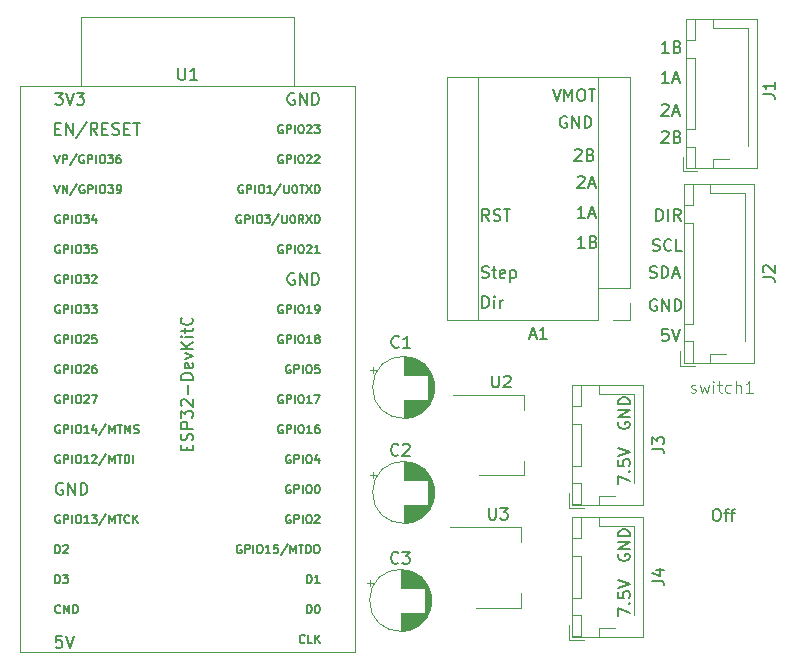
<source format=gbr>
%TF.GenerationSoftware,KiCad,Pcbnew,7.0.10*%
%TF.CreationDate,2024-01-30T21:32:49-08:00*%
%TF.ProjectId,pcb,7063622e-6b69-4636-9164-5f7063625858,rev?*%
%TF.SameCoordinates,Original*%
%TF.FileFunction,Legend,Top*%
%TF.FilePolarity,Positive*%
%FSLAX46Y46*%
G04 Gerber Fmt 4.6, Leading zero omitted, Abs format (unit mm)*
G04 Created by KiCad (PCBNEW 7.0.10) date 2024-01-30 21:32:49*
%MOMM*%
%LPD*%
G01*
G04 APERTURE LIST*
%ADD10C,0.150000*%
%ADD11C,0.100000*%
%ADD12C,0.120000*%
G04 APERTURE END LIST*
D10*
X124796779Y-78101819D02*
X124796779Y-77101819D01*
X124796779Y-77101819D02*
X125034874Y-77101819D01*
X125034874Y-77101819D02*
X125177731Y-77149438D01*
X125177731Y-77149438D02*
X125272969Y-77244676D01*
X125272969Y-77244676D02*
X125320588Y-77339914D01*
X125320588Y-77339914D02*
X125368207Y-77530390D01*
X125368207Y-77530390D02*
X125368207Y-77673247D01*
X125368207Y-77673247D02*
X125320588Y-77863723D01*
X125320588Y-77863723D02*
X125272969Y-77958961D01*
X125272969Y-77958961D02*
X125177731Y-78054200D01*
X125177731Y-78054200D02*
X125034874Y-78101819D01*
X125034874Y-78101819D02*
X124796779Y-78101819D01*
X125796779Y-78101819D02*
X125796779Y-77101819D01*
X126844397Y-78101819D02*
X126511064Y-77625628D01*
X126272969Y-78101819D02*
X126272969Y-77101819D01*
X126272969Y-77101819D02*
X126653921Y-77101819D01*
X126653921Y-77101819D02*
X126749159Y-77149438D01*
X126749159Y-77149438D02*
X126796778Y-77197057D01*
X126796778Y-77197057D02*
X126844397Y-77292295D01*
X126844397Y-77292295D02*
X126844397Y-77435152D01*
X126844397Y-77435152D02*
X126796778Y-77530390D01*
X126796778Y-77530390D02*
X126749159Y-77578009D01*
X126749159Y-77578009D02*
X126653921Y-77625628D01*
X126653921Y-77625628D02*
X126272969Y-77625628D01*
X124495160Y-80594200D02*
X124638017Y-80641819D01*
X124638017Y-80641819D02*
X124876112Y-80641819D01*
X124876112Y-80641819D02*
X124971350Y-80594200D01*
X124971350Y-80594200D02*
X125018969Y-80546580D01*
X125018969Y-80546580D02*
X125066588Y-80451342D01*
X125066588Y-80451342D02*
X125066588Y-80356104D01*
X125066588Y-80356104D02*
X125018969Y-80260866D01*
X125018969Y-80260866D02*
X124971350Y-80213247D01*
X124971350Y-80213247D02*
X124876112Y-80165628D01*
X124876112Y-80165628D02*
X124685636Y-80118009D01*
X124685636Y-80118009D02*
X124590398Y-80070390D01*
X124590398Y-80070390D02*
X124542779Y-80022771D01*
X124542779Y-80022771D02*
X124495160Y-79927533D01*
X124495160Y-79927533D02*
X124495160Y-79832295D01*
X124495160Y-79832295D02*
X124542779Y-79737057D01*
X124542779Y-79737057D02*
X124590398Y-79689438D01*
X124590398Y-79689438D02*
X124685636Y-79641819D01*
X124685636Y-79641819D02*
X124923731Y-79641819D01*
X124923731Y-79641819D02*
X125066588Y-79689438D01*
X126066588Y-80546580D02*
X126018969Y-80594200D01*
X126018969Y-80594200D02*
X125876112Y-80641819D01*
X125876112Y-80641819D02*
X125780874Y-80641819D01*
X125780874Y-80641819D02*
X125638017Y-80594200D01*
X125638017Y-80594200D02*
X125542779Y-80498961D01*
X125542779Y-80498961D02*
X125495160Y-80403723D01*
X125495160Y-80403723D02*
X125447541Y-80213247D01*
X125447541Y-80213247D02*
X125447541Y-80070390D01*
X125447541Y-80070390D02*
X125495160Y-79879914D01*
X125495160Y-79879914D02*
X125542779Y-79784676D01*
X125542779Y-79784676D02*
X125638017Y-79689438D01*
X125638017Y-79689438D02*
X125780874Y-79641819D01*
X125780874Y-79641819D02*
X125876112Y-79641819D01*
X125876112Y-79641819D02*
X126018969Y-79689438D01*
X126018969Y-79689438D02*
X126066588Y-79737057D01*
X126971350Y-80641819D02*
X126495160Y-80641819D01*
X126495160Y-80641819D02*
X126495160Y-79641819D01*
X121551819Y-111518458D02*
X121551819Y-110851792D01*
X121551819Y-110851792D02*
X122551819Y-111280363D01*
X122456580Y-110470839D02*
X122504200Y-110423220D01*
X122504200Y-110423220D02*
X122551819Y-110470839D01*
X122551819Y-110470839D02*
X122504200Y-110518458D01*
X122504200Y-110518458D02*
X122456580Y-110470839D01*
X122456580Y-110470839D02*
X122551819Y-110470839D01*
X121551819Y-109518459D02*
X121551819Y-109994649D01*
X121551819Y-109994649D02*
X122028009Y-110042268D01*
X122028009Y-110042268D02*
X121980390Y-109994649D01*
X121980390Y-109994649D02*
X121932771Y-109899411D01*
X121932771Y-109899411D02*
X121932771Y-109661316D01*
X121932771Y-109661316D02*
X121980390Y-109566078D01*
X121980390Y-109566078D02*
X122028009Y-109518459D01*
X122028009Y-109518459D02*
X122123247Y-109470840D01*
X122123247Y-109470840D02*
X122361342Y-109470840D01*
X122361342Y-109470840D02*
X122456580Y-109518459D01*
X122456580Y-109518459D02*
X122504200Y-109566078D01*
X122504200Y-109566078D02*
X122551819Y-109661316D01*
X122551819Y-109661316D02*
X122551819Y-109899411D01*
X122551819Y-109899411D02*
X122504200Y-109994649D01*
X122504200Y-109994649D02*
X122456580Y-110042268D01*
X121551819Y-109185125D02*
X122551819Y-108851792D01*
X122551819Y-108851792D02*
X121551819Y-108518459D01*
X121599438Y-95151411D02*
X121551819Y-95246649D01*
X121551819Y-95246649D02*
X121551819Y-95389506D01*
X121551819Y-95389506D02*
X121599438Y-95532363D01*
X121599438Y-95532363D02*
X121694676Y-95627601D01*
X121694676Y-95627601D02*
X121789914Y-95675220D01*
X121789914Y-95675220D02*
X121980390Y-95722839D01*
X121980390Y-95722839D02*
X122123247Y-95722839D01*
X122123247Y-95722839D02*
X122313723Y-95675220D01*
X122313723Y-95675220D02*
X122408961Y-95627601D01*
X122408961Y-95627601D02*
X122504200Y-95532363D01*
X122504200Y-95532363D02*
X122551819Y-95389506D01*
X122551819Y-95389506D02*
X122551819Y-95294268D01*
X122551819Y-95294268D02*
X122504200Y-95151411D01*
X122504200Y-95151411D02*
X122456580Y-95103792D01*
X122456580Y-95103792D02*
X122123247Y-95103792D01*
X122123247Y-95103792D02*
X122123247Y-95294268D01*
X122551819Y-94675220D02*
X121551819Y-94675220D01*
X121551819Y-94675220D02*
X122551819Y-94103792D01*
X122551819Y-94103792D02*
X121551819Y-94103792D01*
X122551819Y-93627601D02*
X121551819Y-93627601D01*
X121551819Y-93627601D02*
X121551819Y-93389506D01*
X121551819Y-93389506D02*
X121599438Y-93246649D01*
X121599438Y-93246649D02*
X121694676Y-93151411D01*
X121694676Y-93151411D02*
X121789914Y-93103792D01*
X121789914Y-93103792D02*
X121980390Y-93056173D01*
X121980390Y-93056173D02*
X122123247Y-93056173D01*
X122123247Y-93056173D02*
X122313723Y-93103792D01*
X122313723Y-93103792D02*
X122408961Y-93151411D01*
X122408961Y-93151411D02*
X122504200Y-93246649D01*
X122504200Y-93246649D02*
X122551819Y-93389506D01*
X122551819Y-93389506D02*
X122551819Y-93627601D01*
X125828588Y-66417819D02*
X125257160Y-66417819D01*
X125542874Y-66417819D02*
X125542874Y-65417819D01*
X125542874Y-65417819D02*
X125447636Y-65560676D01*
X125447636Y-65560676D02*
X125352398Y-65655914D01*
X125352398Y-65655914D02*
X125257160Y-65703533D01*
X126209541Y-66132104D02*
X126685731Y-66132104D01*
X126114303Y-66417819D02*
X126447636Y-65417819D01*
X126447636Y-65417819D02*
X126780969Y-66417819D01*
X125828588Y-63877819D02*
X125257160Y-63877819D01*
X125542874Y-63877819D02*
X125542874Y-62877819D01*
X125542874Y-62877819D02*
X125447636Y-63020676D01*
X125447636Y-63020676D02*
X125352398Y-63115914D01*
X125352398Y-63115914D02*
X125257160Y-63163533D01*
X126590493Y-63354009D02*
X126733350Y-63401628D01*
X126733350Y-63401628D02*
X126780969Y-63449247D01*
X126780969Y-63449247D02*
X126828588Y-63544485D01*
X126828588Y-63544485D02*
X126828588Y-63687342D01*
X126828588Y-63687342D02*
X126780969Y-63782580D01*
X126780969Y-63782580D02*
X126733350Y-63830200D01*
X126733350Y-63830200D02*
X126638112Y-63877819D01*
X126638112Y-63877819D02*
X126257160Y-63877819D01*
X126257160Y-63877819D02*
X126257160Y-62877819D01*
X126257160Y-62877819D02*
X126590493Y-62877819D01*
X126590493Y-62877819D02*
X126685731Y-62925438D01*
X126685731Y-62925438D02*
X126733350Y-62973057D01*
X126733350Y-62973057D02*
X126780969Y-63068295D01*
X126780969Y-63068295D02*
X126780969Y-63163533D01*
X126780969Y-63163533D02*
X126733350Y-63258771D01*
X126733350Y-63258771D02*
X126685731Y-63306390D01*
X126685731Y-63306390D02*
X126590493Y-63354009D01*
X126590493Y-63354009D02*
X126257160Y-63354009D01*
X129813255Y-102501819D02*
X130003731Y-102501819D01*
X130003731Y-102501819D02*
X130098969Y-102549438D01*
X130098969Y-102549438D02*
X130194207Y-102644676D01*
X130194207Y-102644676D02*
X130241826Y-102835152D01*
X130241826Y-102835152D02*
X130241826Y-103168485D01*
X130241826Y-103168485D02*
X130194207Y-103358961D01*
X130194207Y-103358961D02*
X130098969Y-103454200D01*
X130098969Y-103454200D02*
X130003731Y-103501819D01*
X130003731Y-103501819D02*
X129813255Y-103501819D01*
X129813255Y-103501819D02*
X129718017Y-103454200D01*
X129718017Y-103454200D02*
X129622779Y-103358961D01*
X129622779Y-103358961D02*
X129575160Y-103168485D01*
X129575160Y-103168485D02*
X129575160Y-102835152D01*
X129575160Y-102835152D02*
X129622779Y-102644676D01*
X129622779Y-102644676D02*
X129718017Y-102549438D01*
X129718017Y-102549438D02*
X129813255Y-102501819D01*
X130527541Y-102835152D02*
X130908493Y-102835152D01*
X130670398Y-103501819D02*
X130670398Y-102644676D01*
X130670398Y-102644676D02*
X130718017Y-102549438D01*
X130718017Y-102549438D02*
X130813255Y-102501819D01*
X130813255Y-102501819D02*
X130908493Y-102501819D01*
X131098970Y-102835152D02*
X131479922Y-102835152D01*
X131241827Y-103501819D02*
X131241827Y-102644676D01*
X131241827Y-102644676D02*
X131289446Y-102549438D01*
X131289446Y-102549438D02*
X131384684Y-102501819D01*
X131384684Y-102501819D02*
X131479922Y-102501819D01*
X125780969Y-87261819D02*
X125304779Y-87261819D01*
X125304779Y-87261819D02*
X125257160Y-87738009D01*
X125257160Y-87738009D02*
X125304779Y-87690390D01*
X125304779Y-87690390D02*
X125400017Y-87642771D01*
X125400017Y-87642771D02*
X125638112Y-87642771D01*
X125638112Y-87642771D02*
X125733350Y-87690390D01*
X125733350Y-87690390D02*
X125780969Y-87738009D01*
X125780969Y-87738009D02*
X125828588Y-87833247D01*
X125828588Y-87833247D02*
X125828588Y-88071342D01*
X125828588Y-88071342D02*
X125780969Y-88166580D01*
X125780969Y-88166580D02*
X125733350Y-88214200D01*
X125733350Y-88214200D02*
X125638112Y-88261819D01*
X125638112Y-88261819D02*
X125400017Y-88261819D01*
X125400017Y-88261819D02*
X125304779Y-88214200D01*
X125304779Y-88214200D02*
X125257160Y-88166580D01*
X126114303Y-87261819D02*
X126447636Y-88261819D01*
X126447636Y-88261819D02*
X126780969Y-87261819D01*
X124812588Y-84769438D02*
X124717350Y-84721819D01*
X124717350Y-84721819D02*
X124574493Y-84721819D01*
X124574493Y-84721819D02*
X124431636Y-84769438D01*
X124431636Y-84769438D02*
X124336398Y-84864676D01*
X124336398Y-84864676D02*
X124288779Y-84959914D01*
X124288779Y-84959914D02*
X124241160Y-85150390D01*
X124241160Y-85150390D02*
X124241160Y-85293247D01*
X124241160Y-85293247D02*
X124288779Y-85483723D01*
X124288779Y-85483723D02*
X124336398Y-85578961D01*
X124336398Y-85578961D02*
X124431636Y-85674200D01*
X124431636Y-85674200D02*
X124574493Y-85721819D01*
X124574493Y-85721819D02*
X124669731Y-85721819D01*
X124669731Y-85721819D02*
X124812588Y-85674200D01*
X124812588Y-85674200D02*
X124860207Y-85626580D01*
X124860207Y-85626580D02*
X124860207Y-85293247D01*
X124860207Y-85293247D02*
X124669731Y-85293247D01*
X125288779Y-85721819D02*
X125288779Y-84721819D01*
X125288779Y-84721819D02*
X125860207Y-85721819D01*
X125860207Y-85721819D02*
X125860207Y-84721819D01*
X126336398Y-85721819D02*
X126336398Y-84721819D01*
X126336398Y-84721819D02*
X126574493Y-84721819D01*
X126574493Y-84721819D02*
X126717350Y-84769438D01*
X126717350Y-84769438D02*
X126812588Y-84864676D01*
X126812588Y-84864676D02*
X126860207Y-84959914D01*
X126860207Y-84959914D02*
X126907826Y-85150390D01*
X126907826Y-85150390D02*
X126907826Y-85293247D01*
X126907826Y-85293247D02*
X126860207Y-85483723D01*
X126860207Y-85483723D02*
X126812588Y-85578961D01*
X126812588Y-85578961D02*
X126717350Y-85674200D01*
X126717350Y-85674200D02*
X126574493Y-85721819D01*
X126574493Y-85721819D02*
X126336398Y-85721819D01*
X125257160Y-70593057D02*
X125304779Y-70545438D01*
X125304779Y-70545438D02*
X125400017Y-70497819D01*
X125400017Y-70497819D02*
X125638112Y-70497819D01*
X125638112Y-70497819D02*
X125733350Y-70545438D01*
X125733350Y-70545438D02*
X125780969Y-70593057D01*
X125780969Y-70593057D02*
X125828588Y-70688295D01*
X125828588Y-70688295D02*
X125828588Y-70783533D01*
X125828588Y-70783533D02*
X125780969Y-70926390D01*
X125780969Y-70926390D02*
X125209541Y-71497819D01*
X125209541Y-71497819D02*
X125828588Y-71497819D01*
X126590493Y-70974009D02*
X126733350Y-71021628D01*
X126733350Y-71021628D02*
X126780969Y-71069247D01*
X126780969Y-71069247D02*
X126828588Y-71164485D01*
X126828588Y-71164485D02*
X126828588Y-71307342D01*
X126828588Y-71307342D02*
X126780969Y-71402580D01*
X126780969Y-71402580D02*
X126733350Y-71450200D01*
X126733350Y-71450200D02*
X126638112Y-71497819D01*
X126638112Y-71497819D02*
X126257160Y-71497819D01*
X126257160Y-71497819D02*
X126257160Y-70497819D01*
X126257160Y-70497819D02*
X126590493Y-70497819D01*
X126590493Y-70497819D02*
X126685731Y-70545438D01*
X126685731Y-70545438D02*
X126733350Y-70593057D01*
X126733350Y-70593057D02*
X126780969Y-70688295D01*
X126780969Y-70688295D02*
X126780969Y-70783533D01*
X126780969Y-70783533D02*
X126733350Y-70878771D01*
X126733350Y-70878771D02*
X126685731Y-70926390D01*
X126685731Y-70926390D02*
X126590493Y-70974009D01*
X126590493Y-70974009D02*
X126257160Y-70974009D01*
X118716588Y-77847819D02*
X118145160Y-77847819D01*
X118430874Y-77847819D02*
X118430874Y-76847819D01*
X118430874Y-76847819D02*
X118335636Y-76990676D01*
X118335636Y-76990676D02*
X118240398Y-77085914D01*
X118240398Y-77085914D02*
X118145160Y-77133533D01*
X119097541Y-77562104D02*
X119573731Y-77562104D01*
X119002303Y-77847819D02*
X119335636Y-76847819D01*
X119335636Y-76847819D02*
X119668969Y-77847819D01*
X116017922Y-66941819D02*
X116351255Y-67941819D01*
X116351255Y-67941819D02*
X116684588Y-66941819D01*
X117017922Y-67941819D02*
X117017922Y-66941819D01*
X117017922Y-66941819D02*
X117351255Y-67656104D01*
X117351255Y-67656104D02*
X117684588Y-66941819D01*
X117684588Y-66941819D02*
X117684588Y-67941819D01*
X118351255Y-66941819D02*
X118541731Y-66941819D01*
X118541731Y-66941819D02*
X118636969Y-66989438D01*
X118636969Y-66989438D02*
X118732207Y-67084676D01*
X118732207Y-67084676D02*
X118779826Y-67275152D01*
X118779826Y-67275152D02*
X118779826Y-67608485D01*
X118779826Y-67608485D02*
X118732207Y-67798961D01*
X118732207Y-67798961D02*
X118636969Y-67894200D01*
X118636969Y-67894200D02*
X118541731Y-67941819D01*
X118541731Y-67941819D02*
X118351255Y-67941819D01*
X118351255Y-67941819D02*
X118256017Y-67894200D01*
X118256017Y-67894200D02*
X118160779Y-67798961D01*
X118160779Y-67798961D02*
X118113160Y-67608485D01*
X118113160Y-67608485D02*
X118113160Y-67275152D01*
X118113160Y-67275152D02*
X118160779Y-67084676D01*
X118160779Y-67084676D02*
X118256017Y-66989438D01*
X118256017Y-66989438D02*
X118351255Y-66941819D01*
X119065541Y-66941819D02*
X119636969Y-66941819D01*
X119351255Y-67941819D02*
X119351255Y-66941819D01*
X110017160Y-82880200D02*
X110160017Y-82927819D01*
X110160017Y-82927819D02*
X110398112Y-82927819D01*
X110398112Y-82927819D02*
X110493350Y-82880200D01*
X110493350Y-82880200D02*
X110540969Y-82832580D01*
X110540969Y-82832580D02*
X110588588Y-82737342D01*
X110588588Y-82737342D02*
X110588588Y-82642104D01*
X110588588Y-82642104D02*
X110540969Y-82546866D01*
X110540969Y-82546866D02*
X110493350Y-82499247D01*
X110493350Y-82499247D02*
X110398112Y-82451628D01*
X110398112Y-82451628D02*
X110207636Y-82404009D01*
X110207636Y-82404009D02*
X110112398Y-82356390D01*
X110112398Y-82356390D02*
X110064779Y-82308771D01*
X110064779Y-82308771D02*
X110017160Y-82213533D01*
X110017160Y-82213533D02*
X110017160Y-82118295D01*
X110017160Y-82118295D02*
X110064779Y-82023057D01*
X110064779Y-82023057D02*
X110112398Y-81975438D01*
X110112398Y-81975438D02*
X110207636Y-81927819D01*
X110207636Y-81927819D02*
X110445731Y-81927819D01*
X110445731Y-81927819D02*
X110588588Y-81975438D01*
X110874303Y-82261152D02*
X111255255Y-82261152D01*
X111017160Y-81927819D02*
X111017160Y-82784961D01*
X111017160Y-82784961D02*
X111064779Y-82880200D01*
X111064779Y-82880200D02*
X111160017Y-82927819D01*
X111160017Y-82927819D02*
X111255255Y-82927819D01*
X111969541Y-82880200D02*
X111874303Y-82927819D01*
X111874303Y-82927819D02*
X111683827Y-82927819D01*
X111683827Y-82927819D02*
X111588589Y-82880200D01*
X111588589Y-82880200D02*
X111540970Y-82784961D01*
X111540970Y-82784961D02*
X111540970Y-82404009D01*
X111540970Y-82404009D02*
X111588589Y-82308771D01*
X111588589Y-82308771D02*
X111683827Y-82261152D01*
X111683827Y-82261152D02*
X111874303Y-82261152D01*
X111874303Y-82261152D02*
X111969541Y-82308771D01*
X111969541Y-82308771D02*
X112017160Y-82404009D01*
X112017160Y-82404009D02*
X112017160Y-82499247D01*
X112017160Y-82499247D02*
X111540970Y-82594485D01*
X112445732Y-82261152D02*
X112445732Y-83261152D01*
X112445732Y-82308771D02*
X112540970Y-82261152D01*
X112540970Y-82261152D02*
X112731446Y-82261152D01*
X112731446Y-82261152D02*
X112826684Y-82308771D01*
X112826684Y-82308771D02*
X112874303Y-82356390D01*
X112874303Y-82356390D02*
X112921922Y-82451628D01*
X112921922Y-82451628D02*
X112921922Y-82737342D01*
X112921922Y-82737342D02*
X112874303Y-82832580D01*
X112874303Y-82832580D02*
X112826684Y-82880200D01*
X112826684Y-82880200D02*
X112731446Y-82927819D01*
X112731446Y-82927819D02*
X112540970Y-82927819D01*
X112540970Y-82927819D02*
X112445732Y-82880200D01*
X110636207Y-78101819D02*
X110302874Y-77625628D01*
X110064779Y-78101819D02*
X110064779Y-77101819D01*
X110064779Y-77101819D02*
X110445731Y-77101819D01*
X110445731Y-77101819D02*
X110540969Y-77149438D01*
X110540969Y-77149438D02*
X110588588Y-77197057D01*
X110588588Y-77197057D02*
X110636207Y-77292295D01*
X110636207Y-77292295D02*
X110636207Y-77435152D01*
X110636207Y-77435152D02*
X110588588Y-77530390D01*
X110588588Y-77530390D02*
X110540969Y-77578009D01*
X110540969Y-77578009D02*
X110445731Y-77625628D01*
X110445731Y-77625628D02*
X110064779Y-77625628D01*
X111017160Y-78054200D02*
X111160017Y-78101819D01*
X111160017Y-78101819D02*
X111398112Y-78101819D01*
X111398112Y-78101819D02*
X111493350Y-78054200D01*
X111493350Y-78054200D02*
X111540969Y-78006580D01*
X111540969Y-78006580D02*
X111588588Y-77911342D01*
X111588588Y-77911342D02*
X111588588Y-77816104D01*
X111588588Y-77816104D02*
X111540969Y-77720866D01*
X111540969Y-77720866D02*
X111493350Y-77673247D01*
X111493350Y-77673247D02*
X111398112Y-77625628D01*
X111398112Y-77625628D02*
X111207636Y-77578009D01*
X111207636Y-77578009D02*
X111112398Y-77530390D01*
X111112398Y-77530390D02*
X111064779Y-77482771D01*
X111064779Y-77482771D02*
X111017160Y-77387533D01*
X111017160Y-77387533D02*
X111017160Y-77292295D01*
X111017160Y-77292295D02*
X111064779Y-77197057D01*
X111064779Y-77197057D02*
X111112398Y-77149438D01*
X111112398Y-77149438D02*
X111207636Y-77101819D01*
X111207636Y-77101819D02*
X111445731Y-77101819D01*
X111445731Y-77101819D02*
X111588588Y-77149438D01*
X111874303Y-77101819D02*
X112445731Y-77101819D01*
X112160017Y-78101819D02*
X112160017Y-77101819D01*
X117891160Y-72117057D02*
X117938779Y-72069438D01*
X117938779Y-72069438D02*
X118034017Y-72021819D01*
X118034017Y-72021819D02*
X118272112Y-72021819D01*
X118272112Y-72021819D02*
X118367350Y-72069438D01*
X118367350Y-72069438D02*
X118414969Y-72117057D01*
X118414969Y-72117057D02*
X118462588Y-72212295D01*
X118462588Y-72212295D02*
X118462588Y-72307533D01*
X118462588Y-72307533D02*
X118414969Y-72450390D01*
X118414969Y-72450390D02*
X117843541Y-73021819D01*
X117843541Y-73021819D02*
X118462588Y-73021819D01*
X119224493Y-72498009D02*
X119367350Y-72545628D01*
X119367350Y-72545628D02*
X119414969Y-72593247D01*
X119414969Y-72593247D02*
X119462588Y-72688485D01*
X119462588Y-72688485D02*
X119462588Y-72831342D01*
X119462588Y-72831342D02*
X119414969Y-72926580D01*
X119414969Y-72926580D02*
X119367350Y-72974200D01*
X119367350Y-72974200D02*
X119272112Y-73021819D01*
X119272112Y-73021819D02*
X118891160Y-73021819D01*
X118891160Y-73021819D02*
X118891160Y-72021819D01*
X118891160Y-72021819D02*
X119224493Y-72021819D01*
X119224493Y-72021819D02*
X119319731Y-72069438D01*
X119319731Y-72069438D02*
X119367350Y-72117057D01*
X119367350Y-72117057D02*
X119414969Y-72212295D01*
X119414969Y-72212295D02*
X119414969Y-72307533D01*
X119414969Y-72307533D02*
X119367350Y-72402771D01*
X119367350Y-72402771D02*
X119319731Y-72450390D01*
X119319731Y-72450390D02*
X119224493Y-72498009D01*
X119224493Y-72498009D02*
X118891160Y-72498009D01*
X121599438Y-106327411D02*
X121551819Y-106422649D01*
X121551819Y-106422649D02*
X121551819Y-106565506D01*
X121551819Y-106565506D02*
X121599438Y-106708363D01*
X121599438Y-106708363D02*
X121694676Y-106803601D01*
X121694676Y-106803601D02*
X121789914Y-106851220D01*
X121789914Y-106851220D02*
X121980390Y-106898839D01*
X121980390Y-106898839D02*
X122123247Y-106898839D01*
X122123247Y-106898839D02*
X122313723Y-106851220D01*
X122313723Y-106851220D02*
X122408961Y-106803601D01*
X122408961Y-106803601D02*
X122504200Y-106708363D01*
X122504200Y-106708363D02*
X122551819Y-106565506D01*
X122551819Y-106565506D02*
X122551819Y-106470268D01*
X122551819Y-106470268D02*
X122504200Y-106327411D01*
X122504200Y-106327411D02*
X122456580Y-106279792D01*
X122456580Y-106279792D02*
X122123247Y-106279792D01*
X122123247Y-106279792D02*
X122123247Y-106470268D01*
X122551819Y-105851220D02*
X121551819Y-105851220D01*
X121551819Y-105851220D02*
X122551819Y-105279792D01*
X122551819Y-105279792D02*
X121551819Y-105279792D01*
X122551819Y-104803601D02*
X121551819Y-104803601D01*
X121551819Y-104803601D02*
X121551819Y-104565506D01*
X121551819Y-104565506D02*
X121599438Y-104422649D01*
X121599438Y-104422649D02*
X121694676Y-104327411D01*
X121694676Y-104327411D02*
X121789914Y-104279792D01*
X121789914Y-104279792D02*
X121980390Y-104232173D01*
X121980390Y-104232173D02*
X122123247Y-104232173D01*
X122123247Y-104232173D02*
X122313723Y-104279792D01*
X122313723Y-104279792D02*
X122408961Y-104327411D01*
X122408961Y-104327411D02*
X122504200Y-104422649D01*
X122504200Y-104422649D02*
X122551819Y-104565506D01*
X122551819Y-104565506D02*
X122551819Y-104803601D01*
X125257160Y-68307057D02*
X125304779Y-68259438D01*
X125304779Y-68259438D02*
X125400017Y-68211819D01*
X125400017Y-68211819D02*
X125638112Y-68211819D01*
X125638112Y-68211819D02*
X125733350Y-68259438D01*
X125733350Y-68259438D02*
X125780969Y-68307057D01*
X125780969Y-68307057D02*
X125828588Y-68402295D01*
X125828588Y-68402295D02*
X125828588Y-68497533D01*
X125828588Y-68497533D02*
X125780969Y-68640390D01*
X125780969Y-68640390D02*
X125209541Y-69211819D01*
X125209541Y-69211819D02*
X125828588Y-69211819D01*
X126209541Y-68926104D02*
X126685731Y-68926104D01*
X126114303Y-69211819D02*
X126447636Y-68211819D01*
X126447636Y-68211819D02*
X126780969Y-69211819D01*
X121551819Y-100342458D02*
X121551819Y-99675792D01*
X121551819Y-99675792D02*
X122551819Y-100104363D01*
X122456580Y-99294839D02*
X122504200Y-99247220D01*
X122504200Y-99247220D02*
X122551819Y-99294839D01*
X122551819Y-99294839D02*
X122504200Y-99342458D01*
X122504200Y-99342458D02*
X122456580Y-99294839D01*
X122456580Y-99294839D02*
X122551819Y-99294839D01*
X121551819Y-98342459D02*
X121551819Y-98818649D01*
X121551819Y-98818649D02*
X122028009Y-98866268D01*
X122028009Y-98866268D02*
X121980390Y-98818649D01*
X121980390Y-98818649D02*
X121932771Y-98723411D01*
X121932771Y-98723411D02*
X121932771Y-98485316D01*
X121932771Y-98485316D02*
X121980390Y-98390078D01*
X121980390Y-98390078D02*
X122028009Y-98342459D01*
X122028009Y-98342459D02*
X122123247Y-98294840D01*
X122123247Y-98294840D02*
X122361342Y-98294840D01*
X122361342Y-98294840D02*
X122456580Y-98342459D01*
X122456580Y-98342459D02*
X122504200Y-98390078D01*
X122504200Y-98390078D02*
X122551819Y-98485316D01*
X122551819Y-98485316D02*
X122551819Y-98723411D01*
X122551819Y-98723411D02*
X122504200Y-98818649D01*
X122504200Y-98818649D02*
X122456580Y-98866268D01*
X121551819Y-98009125D02*
X122551819Y-97675792D01*
X122551819Y-97675792D02*
X121551819Y-97342459D01*
X124241160Y-82880200D02*
X124384017Y-82927819D01*
X124384017Y-82927819D02*
X124622112Y-82927819D01*
X124622112Y-82927819D02*
X124717350Y-82880200D01*
X124717350Y-82880200D02*
X124764969Y-82832580D01*
X124764969Y-82832580D02*
X124812588Y-82737342D01*
X124812588Y-82737342D02*
X124812588Y-82642104D01*
X124812588Y-82642104D02*
X124764969Y-82546866D01*
X124764969Y-82546866D02*
X124717350Y-82499247D01*
X124717350Y-82499247D02*
X124622112Y-82451628D01*
X124622112Y-82451628D02*
X124431636Y-82404009D01*
X124431636Y-82404009D02*
X124336398Y-82356390D01*
X124336398Y-82356390D02*
X124288779Y-82308771D01*
X124288779Y-82308771D02*
X124241160Y-82213533D01*
X124241160Y-82213533D02*
X124241160Y-82118295D01*
X124241160Y-82118295D02*
X124288779Y-82023057D01*
X124288779Y-82023057D02*
X124336398Y-81975438D01*
X124336398Y-81975438D02*
X124431636Y-81927819D01*
X124431636Y-81927819D02*
X124669731Y-81927819D01*
X124669731Y-81927819D02*
X124812588Y-81975438D01*
X125241160Y-82927819D02*
X125241160Y-81927819D01*
X125241160Y-81927819D02*
X125479255Y-81927819D01*
X125479255Y-81927819D02*
X125622112Y-81975438D01*
X125622112Y-81975438D02*
X125717350Y-82070676D01*
X125717350Y-82070676D02*
X125764969Y-82165914D01*
X125764969Y-82165914D02*
X125812588Y-82356390D01*
X125812588Y-82356390D02*
X125812588Y-82499247D01*
X125812588Y-82499247D02*
X125764969Y-82689723D01*
X125764969Y-82689723D02*
X125717350Y-82784961D01*
X125717350Y-82784961D02*
X125622112Y-82880200D01*
X125622112Y-82880200D02*
X125479255Y-82927819D01*
X125479255Y-82927819D02*
X125241160Y-82927819D01*
X126193541Y-82642104D02*
X126669731Y-82642104D01*
X126098303Y-82927819D02*
X126431636Y-81927819D01*
X126431636Y-81927819D02*
X126764969Y-82927819D01*
X118716588Y-80387819D02*
X118145160Y-80387819D01*
X118430874Y-80387819D02*
X118430874Y-79387819D01*
X118430874Y-79387819D02*
X118335636Y-79530676D01*
X118335636Y-79530676D02*
X118240398Y-79625914D01*
X118240398Y-79625914D02*
X118145160Y-79673533D01*
X119478493Y-79864009D02*
X119621350Y-79911628D01*
X119621350Y-79911628D02*
X119668969Y-79959247D01*
X119668969Y-79959247D02*
X119716588Y-80054485D01*
X119716588Y-80054485D02*
X119716588Y-80197342D01*
X119716588Y-80197342D02*
X119668969Y-80292580D01*
X119668969Y-80292580D02*
X119621350Y-80340200D01*
X119621350Y-80340200D02*
X119526112Y-80387819D01*
X119526112Y-80387819D02*
X119145160Y-80387819D01*
X119145160Y-80387819D02*
X119145160Y-79387819D01*
X119145160Y-79387819D02*
X119478493Y-79387819D01*
X119478493Y-79387819D02*
X119573731Y-79435438D01*
X119573731Y-79435438D02*
X119621350Y-79483057D01*
X119621350Y-79483057D02*
X119668969Y-79578295D01*
X119668969Y-79578295D02*
X119668969Y-79673533D01*
X119668969Y-79673533D02*
X119621350Y-79768771D01*
X119621350Y-79768771D02*
X119573731Y-79816390D01*
X119573731Y-79816390D02*
X119478493Y-79864009D01*
X119478493Y-79864009D02*
X119145160Y-79864009D01*
X118145160Y-74403057D02*
X118192779Y-74355438D01*
X118192779Y-74355438D02*
X118288017Y-74307819D01*
X118288017Y-74307819D02*
X118526112Y-74307819D01*
X118526112Y-74307819D02*
X118621350Y-74355438D01*
X118621350Y-74355438D02*
X118668969Y-74403057D01*
X118668969Y-74403057D02*
X118716588Y-74498295D01*
X118716588Y-74498295D02*
X118716588Y-74593533D01*
X118716588Y-74593533D02*
X118668969Y-74736390D01*
X118668969Y-74736390D02*
X118097541Y-75307819D01*
X118097541Y-75307819D02*
X118716588Y-75307819D01*
X119097541Y-75022104D02*
X119573731Y-75022104D01*
X119002303Y-75307819D02*
X119335636Y-74307819D01*
X119335636Y-74307819D02*
X119668969Y-75307819D01*
X110064779Y-85467819D02*
X110064779Y-84467819D01*
X110064779Y-84467819D02*
X110302874Y-84467819D01*
X110302874Y-84467819D02*
X110445731Y-84515438D01*
X110445731Y-84515438D02*
X110540969Y-84610676D01*
X110540969Y-84610676D02*
X110588588Y-84705914D01*
X110588588Y-84705914D02*
X110636207Y-84896390D01*
X110636207Y-84896390D02*
X110636207Y-85039247D01*
X110636207Y-85039247D02*
X110588588Y-85229723D01*
X110588588Y-85229723D02*
X110540969Y-85324961D01*
X110540969Y-85324961D02*
X110445731Y-85420200D01*
X110445731Y-85420200D02*
X110302874Y-85467819D01*
X110302874Y-85467819D02*
X110064779Y-85467819D01*
X111064779Y-85467819D02*
X111064779Y-84801152D01*
X111064779Y-84467819D02*
X111017160Y-84515438D01*
X111017160Y-84515438D02*
X111064779Y-84563057D01*
X111064779Y-84563057D02*
X111112398Y-84515438D01*
X111112398Y-84515438D02*
X111064779Y-84467819D01*
X111064779Y-84467819D02*
X111064779Y-84563057D01*
X111540969Y-85467819D02*
X111540969Y-84801152D01*
X111540969Y-84991628D02*
X111588588Y-84896390D01*
X111588588Y-84896390D02*
X111636207Y-84848771D01*
X111636207Y-84848771D02*
X111731445Y-84801152D01*
X111731445Y-84801152D02*
X111826683Y-84801152D01*
X117192588Y-69275438D02*
X117097350Y-69227819D01*
X117097350Y-69227819D02*
X116954493Y-69227819D01*
X116954493Y-69227819D02*
X116811636Y-69275438D01*
X116811636Y-69275438D02*
X116716398Y-69370676D01*
X116716398Y-69370676D02*
X116668779Y-69465914D01*
X116668779Y-69465914D02*
X116621160Y-69656390D01*
X116621160Y-69656390D02*
X116621160Y-69799247D01*
X116621160Y-69799247D02*
X116668779Y-69989723D01*
X116668779Y-69989723D02*
X116716398Y-70084961D01*
X116716398Y-70084961D02*
X116811636Y-70180200D01*
X116811636Y-70180200D02*
X116954493Y-70227819D01*
X116954493Y-70227819D02*
X117049731Y-70227819D01*
X117049731Y-70227819D02*
X117192588Y-70180200D01*
X117192588Y-70180200D02*
X117240207Y-70132580D01*
X117240207Y-70132580D02*
X117240207Y-69799247D01*
X117240207Y-69799247D02*
X117049731Y-69799247D01*
X117668779Y-70227819D02*
X117668779Y-69227819D01*
X117668779Y-69227819D02*
X118240207Y-70227819D01*
X118240207Y-70227819D02*
X118240207Y-69227819D01*
X118716398Y-70227819D02*
X118716398Y-69227819D01*
X118716398Y-69227819D02*
X118954493Y-69227819D01*
X118954493Y-69227819D02*
X119097350Y-69275438D01*
X119097350Y-69275438D02*
X119192588Y-69370676D01*
X119192588Y-69370676D02*
X119240207Y-69465914D01*
X119240207Y-69465914D02*
X119287826Y-69656390D01*
X119287826Y-69656390D02*
X119287826Y-69799247D01*
X119287826Y-69799247D02*
X119240207Y-69989723D01*
X119240207Y-69989723D02*
X119192588Y-70084961D01*
X119192588Y-70084961D02*
X119097350Y-70180200D01*
X119097350Y-70180200D02*
X118954493Y-70227819D01*
X118954493Y-70227819D02*
X118716398Y-70227819D01*
X84328095Y-65172819D02*
X84328095Y-65982342D01*
X84328095Y-65982342D02*
X84375714Y-66077580D01*
X84375714Y-66077580D02*
X84423333Y-66125200D01*
X84423333Y-66125200D02*
X84518571Y-66172819D01*
X84518571Y-66172819D02*
X84709047Y-66172819D01*
X84709047Y-66172819D02*
X84804285Y-66125200D01*
X84804285Y-66125200D02*
X84851904Y-66077580D01*
X84851904Y-66077580D02*
X84899523Y-65982342D01*
X84899523Y-65982342D02*
X84899523Y-65172819D01*
X85899523Y-66172819D02*
X85328095Y-66172819D01*
X85613809Y-66172819D02*
X85613809Y-65172819D01*
X85613809Y-65172819D02*
X85518571Y-65315676D01*
X85518571Y-65315676D02*
X85423333Y-65410914D01*
X85423333Y-65410914D02*
X85328095Y-65458533D01*
X85021009Y-97543237D02*
X85021009Y-97209904D01*
X85544819Y-97067047D02*
X85544819Y-97543237D01*
X85544819Y-97543237D02*
X84544819Y-97543237D01*
X84544819Y-97543237D02*
X84544819Y-97067047D01*
X85497200Y-96686094D02*
X85544819Y-96543237D01*
X85544819Y-96543237D02*
X85544819Y-96305142D01*
X85544819Y-96305142D02*
X85497200Y-96209904D01*
X85497200Y-96209904D02*
X85449580Y-96162285D01*
X85449580Y-96162285D02*
X85354342Y-96114666D01*
X85354342Y-96114666D02*
X85259104Y-96114666D01*
X85259104Y-96114666D02*
X85163866Y-96162285D01*
X85163866Y-96162285D02*
X85116247Y-96209904D01*
X85116247Y-96209904D02*
X85068628Y-96305142D01*
X85068628Y-96305142D02*
X85021009Y-96495618D01*
X85021009Y-96495618D02*
X84973390Y-96590856D01*
X84973390Y-96590856D02*
X84925771Y-96638475D01*
X84925771Y-96638475D02*
X84830533Y-96686094D01*
X84830533Y-96686094D02*
X84735295Y-96686094D01*
X84735295Y-96686094D02*
X84640057Y-96638475D01*
X84640057Y-96638475D02*
X84592438Y-96590856D01*
X84592438Y-96590856D02*
X84544819Y-96495618D01*
X84544819Y-96495618D02*
X84544819Y-96257523D01*
X84544819Y-96257523D02*
X84592438Y-96114666D01*
X85544819Y-95686094D02*
X84544819Y-95686094D01*
X84544819Y-95686094D02*
X84544819Y-95305142D01*
X84544819Y-95305142D02*
X84592438Y-95209904D01*
X84592438Y-95209904D02*
X84640057Y-95162285D01*
X84640057Y-95162285D02*
X84735295Y-95114666D01*
X84735295Y-95114666D02*
X84878152Y-95114666D01*
X84878152Y-95114666D02*
X84973390Y-95162285D01*
X84973390Y-95162285D02*
X85021009Y-95209904D01*
X85021009Y-95209904D02*
X85068628Y-95305142D01*
X85068628Y-95305142D02*
X85068628Y-95686094D01*
X84544819Y-94781332D02*
X84544819Y-94162285D01*
X84544819Y-94162285D02*
X84925771Y-94495618D01*
X84925771Y-94495618D02*
X84925771Y-94352761D01*
X84925771Y-94352761D02*
X84973390Y-94257523D01*
X84973390Y-94257523D02*
X85021009Y-94209904D01*
X85021009Y-94209904D02*
X85116247Y-94162285D01*
X85116247Y-94162285D02*
X85354342Y-94162285D01*
X85354342Y-94162285D02*
X85449580Y-94209904D01*
X85449580Y-94209904D02*
X85497200Y-94257523D01*
X85497200Y-94257523D02*
X85544819Y-94352761D01*
X85544819Y-94352761D02*
X85544819Y-94638475D01*
X85544819Y-94638475D02*
X85497200Y-94733713D01*
X85497200Y-94733713D02*
X85449580Y-94781332D01*
X84640057Y-93781332D02*
X84592438Y-93733713D01*
X84592438Y-93733713D02*
X84544819Y-93638475D01*
X84544819Y-93638475D02*
X84544819Y-93400380D01*
X84544819Y-93400380D02*
X84592438Y-93305142D01*
X84592438Y-93305142D02*
X84640057Y-93257523D01*
X84640057Y-93257523D02*
X84735295Y-93209904D01*
X84735295Y-93209904D02*
X84830533Y-93209904D01*
X84830533Y-93209904D02*
X84973390Y-93257523D01*
X84973390Y-93257523D02*
X85544819Y-93828951D01*
X85544819Y-93828951D02*
X85544819Y-93209904D01*
X85163866Y-92781332D02*
X85163866Y-92019428D01*
X85544819Y-91543237D02*
X84544819Y-91543237D01*
X84544819Y-91543237D02*
X84544819Y-91305142D01*
X84544819Y-91305142D02*
X84592438Y-91162285D01*
X84592438Y-91162285D02*
X84687676Y-91067047D01*
X84687676Y-91067047D02*
X84782914Y-91019428D01*
X84782914Y-91019428D02*
X84973390Y-90971809D01*
X84973390Y-90971809D02*
X85116247Y-90971809D01*
X85116247Y-90971809D02*
X85306723Y-91019428D01*
X85306723Y-91019428D02*
X85401961Y-91067047D01*
X85401961Y-91067047D02*
X85497200Y-91162285D01*
X85497200Y-91162285D02*
X85544819Y-91305142D01*
X85544819Y-91305142D02*
X85544819Y-91543237D01*
X85497200Y-90162285D02*
X85544819Y-90257523D01*
X85544819Y-90257523D02*
X85544819Y-90447999D01*
X85544819Y-90447999D02*
X85497200Y-90543237D01*
X85497200Y-90543237D02*
X85401961Y-90590856D01*
X85401961Y-90590856D02*
X85021009Y-90590856D01*
X85021009Y-90590856D02*
X84925771Y-90543237D01*
X84925771Y-90543237D02*
X84878152Y-90447999D01*
X84878152Y-90447999D02*
X84878152Y-90257523D01*
X84878152Y-90257523D02*
X84925771Y-90162285D01*
X84925771Y-90162285D02*
X85021009Y-90114666D01*
X85021009Y-90114666D02*
X85116247Y-90114666D01*
X85116247Y-90114666D02*
X85211485Y-90590856D01*
X84878152Y-89781332D02*
X85544819Y-89543237D01*
X85544819Y-89543237D02*
X84878152Y-89305142D01*
X85544819Y-88924189D02*
X84544819Y-88924189D01*
X85544819Y-88352761D02*
X84973390Y-88781332D01*
X84544819Y-88352761D02*
X85116247Y-88924189D01*
X85544819Y-87924189D02*
X84878152Y-87924189D01*
X84544819Y-87924189D02*
X84592438Y-87971808D01*
X84592438Y-87971808D02*
X84640057Y-87924189D01*
X84640057Y-87924189D02*
X84592438Y-87876570D01*
X84592438Y-87876570D02*
X84544819Y-87924189D01*
X84544819Y-87924189D02*
X84640057Y-87924189D01*
X84878152Y-87590856D02*
X84878152Y-87209904D01*
X84544819Y-87447999D02*
X85401961Y-87447999D01*
X85401961Y-87447999D02*
X85497200Y-87400380D01*
X85497200Y-87400380D02*
X85544819Y-87305142D01*
X85544819Y-87305142D02*
X85544819Y-87209904D01*
X85449580Y-86305142D02*
X85497200Y-86352761D01*
X85497200Y-86352761D02*
X85544819Y-86495618D01*
X85544819Y-86495618D02*
X85544819Y-86590856D01*
X85544819Y-86590856D02*
X85497200Y-86733713D01*
X85497200Y-86733713D02*
X85401961Y-86828951D01*
X85401961Y-86828951D02*
X85306723Y-86876570D01*
X85306723Y-86876570D02*
X85116247Y-86924189D01*
X85116247Y-86924189D02*
X84973390Y-86924189D01*
X84973390Y-86924189D02*
X84782914Y-86876570D01*
X84782914Y-86876570D02*
X84687676Y-86828951D01*
X84687676Y-86828951D02*
X84592438Y-86733713D01*
X84592438Y-86733713D02*
X84544819Y-86590856D01*
X84544819Y-86590856D02*
X84544819Y-86495618D01*
X84544819Y-86495618D02*
X84592438Y-86352761D01*
X84592438Y-86352761D02*
X84640057Y-86305142D01*
X93821316Y-103027366D02*
X93754649Y-102994033D01*
X93754649Y-102994033D02*
X93654649Y-102994033D01*
X93654649Y-102994033D02*
X93554649Y-103027366D01*
X93554649Y-103027366D02*
X93487983Y-103094033D01*
X93487983Y-103094033D02*
X93454649Y-103160700D01*
X93454649Y-103160700D02*
X93421316Y-103294033D01*
X93421316Y-103294033D02*
X93421316Y-103394033D01*
X93421316Y-103394033D02*
X93454649Y-103527366D01*
X93454649Y-103527366D02*
X93487983Y-103594033D01*
X93487983Y-103594033D02*
X93554649Y-103660700D01*
X93554649Y-103660700D02*
X93654649Y-103694033D01*
X93654649Y-103694033D02*
X93721316Y-103694033D01*
X93721316Y-103694033D02*
X93821316Y-103660700D01*
X93821316Y-103660700D02*
X93854649Y-103627366D01*
X93854649Y-103627366D02*
X93854649Y-103394033D01*
X93854649Y-103394033D02*
X93721316Y-103394033D01*
X94154649Y-103694033D02*
X94154649Y-102994033D01*
X94154649Y-102994033D02*
X94421316Y-102994033D01*
X94421316Y-102994033D02*
X94487983Y-103027366D01*
X94487983Y-103027366D02*
X94521316Y-103060700D01*
X94521316Y-103060700D02*
X94554649Y-103127366D01*
X94554649Y-103127366D02*
X94554649Y-103227366D01*
X94554649Y-103227366D02*
X94521316Y-103294033D01*
X94521316Y-103294033D02*
X94487983Y-103327366D01*
X94487983Y-103327366D02*
X94421316Y-103360700D01*
X94421316Y-103360700D02*
X94154649Y-103360700D01*
X94854649Y-103694033D02*
X94854649Y-102994033D01*
X95321316Y-102994033D02*
X95454649Y-102994033D01*
X95454649Y-102994033D02*
X95521316Y-103027366D01*
X95521316Y-103027366D02*
X95587982Y-103094033D01*
X95587982Y-103094033D02*
X95621316Y-103227366D01*
X95621316Y-103227366D02*
X95621316Y-103460700D01*
X95621316Y-103460700D02*
X95587982Y-103594033D01*
X95587982Y-103594033D02*
X95521316Y-103660700D01*
X95521316Y-103660700D02*
X95454649Y-103694033D01*
X95454649Y-103694033D02*
X95321316Y-103694033D01*
X95321316Y-103694033D02*
X95254649Y-103660700D01*
X95254649Y-103660700D02*
X95187982Y-103594033D01*
X95187982Y-103594033D02*
X95154649Y-103460700D01*
X95154649Y-103460700D02*
X95154649Y-103227366D01*
X95154649Y-103227366D02*
X95187982Y-103094033D01*
X95187982Y-103094033D02*
X95254649Y-103027366D01*
X95254649Y-103027366D02*
X95321316Y-102994033D01*
X95887982Y-103060700D02*
X95921315Y-103027366D01*
X95921315Y-103027366D02*
X95987982Y-102994033D01*
X95987982Y-102994033D02*
X96154649Y-102994033D01*
X96154649Y-102994033D02*
X96221315Y-103027366D01*
X96221315Y-103027366D02*
X96254649Y-103060700D01*
X96254649Y-103060700D02*
X96287982Y-103127366D01*
X96287982Y-103127366D02*
X96287982Y-103194033D01*
X96287982Y-103194033D02*
X96254649Y-103294033D01*
X96254649Y-103294033D02*
X95854649Y-103694033D01*
X95854649Y-103694033D02*
X96287982Y-103694033D01*
X95221315Y-108774033D02*
X95221315Y-108074033D01*
X95221315Y-108074033D02*
X95387982Y-108074033D01*
X95387982Y-108074033D02*
X95487982Y-108107366D01*
X95487982Y-108107366D02*
X95554649Y-108174033D01*
X95554649Y-108174033D02*
X95587982Y-108240700D01*
X95587982Y-108240700D02*
X95621315Y-108374033D01*
X95621315Y-108374033D02*
X95621315Y-108474033D01*
X95621315Y-108474033D02*
X95587982Y-108607366D01*
X95587982Y-108607366D02*
X95554649Y-108674033D01*
X95554649Y-108674033D02*
X95487982Y-108740700D01*
X95487982Y-108740700D02*
X95387982Y-108774033D01*
X95387982Y-108774033D02*
X95221315Y-108774033D01*
X96287982Y-108774033D02*
X95887982Y-108774033D01*
X96087982Y-108774033D02*
X96087982Y-108074033D01*
X96087982Y-108074033D02*
X96021315Y-108174033D01*
X96021315Y-108174033D02*
X95954649Y-108240700D01*
X95954649Y-108240700D02*
X95887982Y-108274033D01*
X74292017Y-103027366D02*
X74225350Y-102994033D01*
X74225350Y-102994033D02*
X74125350Y-102994033D01*
X74125350Y-102994033D02*
X74025350Y-103027366D01*
X74025350Y-103027366D02*
X73958684Y-103094033D01*
X73958684Y-103094033D02*
X73925350Y-103160700D01*
X73925350Y-103160700D02*
X73892017Y-103294033D01*
X73892017Y-103294033D02*
X73892017Y-103394033D01*
X73892017Y-103394033D02*
X73925350Y-103527366D01*
X73925350Y-103527366D02*
X73958684Y-103594033D01*
X73958684Y-103594033D02*
X74025350Y-103660700D01*
X74025350Y-103660700D02*
X74125350Y-103694033D01*
X74125350Y-103694033D02*
X74192017Y-103694033D01*
X74192017Y-103694033D02*
X74292017Y-103660700D01*
X74292017Y-103660700D02*
X74325350Y-103627366D01*
X74325350Y-103627366D02*
X74325350Y-103394033D01*
X74325350Y-103394033D02*
X74192017Y-103394033D01*
X74625350Y-103694033D02*
X74625350Y-102994033D01*
X74625350Y-102994033D02*
X74892017Y-102994033D01*
X74892017Y-102994033D02*
X74958684Y-103027366D01*
X74958684Y-103027366D02*
X74992017Y-103060700D01*
X74992017Y-103060700D02*
X75025350Y-103127366D01*
X75025350Y-103127366D02*
X75025350Y-103227366D01*
X75025350Y-103227366D02*
X74992017Y-103294033D01*
X74992017Y-103294033D02*
X74958684Y-103327366D01*
X74958684Y-103327366D02*
X74892017Y-103360700D01*
X74892017Y-103360700D02*
X74625350Y-103360700D01*
X75325350Y-103694033D02*
X75325350Y-102994033D01*
X75792017Y-102994033D02*
X75925350Y-102994033D01*
X75925350Y-102994033D02*
X75992017Y-103027366D01*
X75992017Y-103027366D02*
X76058683Y-103094033D01*
X76058683Y-103094033D02*
X76092017Y-103227366D01*
X76092017Y-103227366D02*
X76092017Y-103460700D01*
X76092017Y-103460700D02*
X76058683Y-103594033D01*
X76058683Y-103594033D02*
X75992017Y-103660700D01*
X75992017Y-103660700D02*
X75925350Y-103694033D01*
X75925350Y-103694033D02*
X75792017Y-103694033D01*
X75792017Y-103694033D02*
X75725350Y-103660700D01*
X75725350Y-103660700D02*
X75658683Y-103594033D01*
X75658683Y-103594033D02*
X75625350Y-103460700D01*
X75625350Y-103460700D02*
X75625350Y-103227366D01*
X75625350Y-103227366D02*
X75658683Y-103094033D01*
X75658683Y-103094033D02*
X75725350Y-103027366D01*
X75725350Y-103027366D02*
X75792017Y-102994033D01*
X76758683Y-103694033D02*
X76358683Y-103694033D01*
X76558683Y-103694033D02*
X76558683Y-102994033D01*
X76558683Y-102994033D02*
X76492016Y-103094033D01*
X76492016Y-103094033D02*
X76425350Y-103160700D01*
X76425350Y-103160700D02*
X76358683Y-103194033D01*
X76992017Y-102994033D02*
X77425350Y-102994033D01*
X77425350Y-102994033D02*
X77192017Y-103260700D01*
X77192017Y-103260700D02*
X77292017Y-103260700D01*
X77292017Y-103260700D02*
X77358683Y-103294033D01*
X77358683Y-103294033D02*
X77392017Y-103327366D01*
X77392017Y-103327366D02*
X77425350Y-103394033D01*
X77425350Y-103394033D02*
X77425350Y-103560700D01*
X77425350Y-103560700D02*
X77392017Y-103627366D01*
X77392017Y-103627366D02*
X77358683Y-103660700D01*
X77358683Y-103660700D02*
X77292017Y-103694033D01*
X77292017Y-103694033D02*
X77092017Y-103694033D01*
X77092017Y-103694033D02*
X77025350Y-103660700D01*
X77025350Y-103660700D02*
X76992017Y-103627366D01*
X78225350Y-102960700D02*
X77625350Y-103860700D01*
X78458683Y-103694033D02*
X78458683Y-102994033D01*
X78458683Y-102994033D02*
X78692017Y-103494033D01*
X78692017Y-103494033D02*
X78925350Y-102994033D01*
X78925350Y-102994033D02*
X78925350Y-103694033D01*
X79158683Y-102994033D02*
X79558683Y-102994033D01*
X79358683Y-103694033D02*
X79358683Y-102994033D01*
X80192016Y-103627366D02*
X80158683Y-103660700D01*
X80158683Y-103660700D02*
X80058683Y-103694033D01*
X80058683Y-103694033D02*
X79992016Y-103694033D01*
X79992016Y-103694033D02*
X79892016Y-103660700D01*
X79892016Y-103660700D02*
X79825350Y-103594033D01*
X79825350Y-103594033D02*
X79792016Y-103527366D01*
X79792016Y-103527366D02*
X79758683Y-103394033D01*
X79758683Y-103394033D02*
X79758683Y-103294033D01*
X79758683Y-103294033D02*
X79792016Y-103160700D01*
X79792016Y-103160700D02*
X79825350Y-103094033D01*
X79825350Y-103094033D02*
X79892016Y-103027366D01*
X79892016Y-103027366D02*
X79992016Y-102994033D01*
X79992016Y-102994033D02*
X80058683Y-102994033D01*
X80058683Y-102994033D02*
X80158683Y-103027366D01*
X80158683Y-103027366D02*
X80192016Y-103060700D01*
X80492016Y-103694033D02*
X80492016Y-102994033D01*
X80892016Y-103694033D02*
X80592016Y-103294033D01*
X80892016Y-102994033D02*
X80492016Y-103394033D01*
X93821316Y-100487366D02*
X93754649Y-100454033D01*
X93754649Y-100454033D02*
X93654649Y-100454033D01*
X93654649Y-100454033D02*
X93554649Y-100487366D01*
X93554649Y-100487366D02*
X93487983Y-100554033D01*
X93487983Y-100554033D02*
X93454649Y-100620700D01*
X93454649Y-100620700D02*
X93421316Y-100754033D01*
X93421316Y-100754033D02*
X93421316Y-100854033D01*
X93421316Y-100854033D02*
X93454649Y-100987366D01*
X93454649Y-100987366D02*
X93487983Y-101054033D01*
X93487983Y-101054033D02*
X93554649Y-101120700D01*
X93554649Y-101120700D02*
X93654649Y-101154033D01*
X93654649Y-101154033D02*
X93721316Y-101154033D01*
X93721316Y-101154033D02*
X93821316Y-101120700D01*
X93821316Y-101120700D02*
X93854649Y-101087366D01*
X93854649Y-101087366D02*
X93854649Y-100854033D01*
X93854649Y-100854033D02*
X93721316Y-100854033D01*
X94154649Y-101154033D02*
X94154649Y-100454033D01*
X94154649Y-100454033D02*
X94421316Y-100454033D01*
X94421316Y-100454033D02*
X94487983Y-100487366D01*
X94487983Y-100487366D02*
X94521316Y-100520700D01*
X94521316Y-100520700D02*
X94554649Y-100587366D01*
X94554649Y-100587366D02*
X94554649Y-100687366D01*
X94554649Y-100687366D02*
X94521316Y-100754033D01*
X94521316Y-100754033D02*
X94487983Y-100787366D01*
X94487983Y-100787366D02*
X94421316Y-100820700D01*
X94421316Y-100820700D02*
X94154649Y-100820700D01*
X94854649Y-101154033D02*
X94854649Y-100454033D01*
X95321316Y-100454033D02*
X95454649Y-100454033D01*
X95454649Y-100454033D02*
X95521316Y-100487366D01*
X95521316Y-100487366D02*
X95587982Y-100554033D01*
X95587982Y-100554033D02*
X95621316Y-100687366D01*
X95621316Y-100687366D02*
X95621316Y-100920700D01*
X95621316Y-100920700D02*
X95587982Y-101054033D01*
X95587982Y-101054033D02*
X95521316Y-101120700D01*
X95521316Y-101120700D02*
X95454649Y-101154033D01*
X95454649Y-101154033D02*
X95321316Y-101154033D01*
X95321316Y-101154033D02*
X95254649Y-101120700D01*
X95254649Y-101120700D02*
X95187982Y-101054033D01*
X95187982Y-101054033D02*
X95154649Y-100920700D01*
X95154649Y-100920700D02*
X95154649Y-100687366D01*
X95154649Y-100687366D02*
X95187982Y-100554033D01*
X95187982Y-100554033D02*
X95254649Y-100487366D01*
X95254649Y-100487366D02*
X95321316Y-100454033D01*
X96054649Y-100454033D02*
X96121315Y-100454033D01*
X96121315Y-100454033D02*
X96187982Y-100487366D01*
X96187982Y-100487366D02*
X96221315Y-100520700D01*
X96221315Y-100520700D02*
X96254649Y-100587366D01*
X96254649Y-100587366D02*
X96287982Y-100720700D01*
X96287982Y-100720700D02*
X96287982Y-100887366D01*
X96287982Y-100887366D02*
X96254649Y-101020700D01*
X96254649Y-101020700D02*
X96221315Y-101087366D01*
X96221315Y-101087366D02*
X96187982Y-101120700D01*
X96187982Y-101120700D02*
X96121315Y-101154033D01*
X96121315Y-101154033D02*
X96054649Y-101154033D01*
X96054649Y-101154033D02*
X95987982Y-101120700D01*
X95987982Y-101120700D02*
X95954649Y-101087366D01*
X95954649Y-101087366D02*
X95921315Y-101020700D01*
X95921315Y-101020700D02*
X95887982Y-100887366D01*
X95887982Y-100887366D02*
X95887982Y-100720700D01*
X95887982Y-100720700D02*
X95921315Y-100587366D01*
X95921315Y-100587366D02*
X95954649Y-100520700D01*
X95954649Y-100520700D02*
X95987982Y-100487366D01*
X95987982Y-100487366D02*
X96054649Y-100454033D01*
X93154649Y-80167366D02*
X93087982Y-80134033D01*
X93087982Y-80134033D02*
X92987982Y-80134033D01*
X92987982Y-80134033D02*
X92887982Y-80167366D01*
X92887982Y-80167366D02*
X92821316Y-80234033D01*
X92821316Y-80234033D02*
X92787982Y-80300700D01*
X92787982Y-80300700D02*
X92754649Y-80434033D01*
X92754649Y-80434033D02*
X92754649Y-80534033D01*
X92754649Y-80534033D02*
X92787982Y-80667366D01*
X92787982Y-80667366D02*
X92821316Y-80734033D01*
X92821316Y-80734033D02*
X92887982Y-80800700D01*
X92887982Y-80800700D02*
X92987982Y-80834033D01*
X92987982Y-80834033D02*
X93054649Y-80834033D01*
X93054649Y-80834033D02*
X93154649Y-80800700D01*
X93154649Y-80800700D02*
X93187982Y-80767366D01*
X93187982Y-80767366D02*
X93187982Y-80534033D01*
X93187982Y-80534033D02*
X93054649Y-80534033D01*
X93487982Y-80834033D02*
X93487982Y-80134033D01*
X93487982Y-80134033D02*
X93754649Y-80134033D01*
X93754649Y-80134033D02*
X93821316Y-80167366D01*
X93821316Y-80167366D02*
X93854649Y-80200700D01*
X93854649Y-80200700D02*
X93887982Y-80267366D01*
X93887982Y-80267366D02*
X93887982Y-80367366D01*
X93887982Y-80367366D02*
X93854649Y-80434033D01*
X93854649Y-80434033D02*
X93821316Y-80467366D01*
X93821316Y-80467366D02*
X93754649Y-80500700D01*
X93754649Y-80500700D02*
X93487982Y-80500700D01*
X94187982Y-80834033D02*
X94187982Y-80134033D01*
X94654649Y-80134033D02*
X94787982Y-80134033D01*
X94787982Y-80134033D02*
X94854649Y-80167366D01*
X94854649Y-80167366D02*
X94921315Y-80234033D01*
X94921315Y-80234033D02*
X94954649Y-80367366D01*
X94954649Y-80367366D02*
X94954649Y-80600700D01*
X94954649Y-80600700D02*
X94921315Y-80734033D01*
X94921315Y-80734033D02*
X94854649Y-80800700D01*
X94854649Y-80800700D02*
X94787982Y-80834033D01*
X94787982Y-80834033D02*
X94654649Y-80834033D01*
X94654649Y-80834033D02*
X94587982Y-80800700D01*
X94587982Y-80800700D02*
X94521315Y-80734033D01*
X94521315Y-80734033D02*
X94487982Y-80600700D01*
X94487982Y-80600700D02*
X94487982Y-80367366D01*
X94487982Y-80367366D02*
X94521315Y-80234033D01*
X94521315Y-80234033D02*
X94587982Y-80167366D01*
X94587982Y-80167366D02*
X94654649Y-80134033D01*
X95221315Y-80200700D02*
X95254648Y-80167366D01*
X95254648Y-80167366D02*
X95321315Y-80134033D01*
X95321315Y-80134033D02*
X95487982Y-80134033D01*
X95487982Y-80134033D02*
X95554648Y-80167366D01*
X95554648Y-80167366D02*
X95587982Y-80200700D01*
X95587982Y-80200700D02*
X95621315Y-80267366D01*
X95621315Y-80267366D02*
X95621315Y-80334033D01*
X95621315Y-80334033D02*
X95587982Y-80434033D01*
X95587982Y-80434033D02*
X95187982Y-80834033D01*
X95187982Y-80834033D02*
X95621315Y-80834033D01*
X96287982Y-80834033D02*
X95887982Y-80834033D01*
X96087982Y-80834033D02*
X96087982Y-80134033D01*
X96087982Y-80134033D02*
X96021315Y-80234033D01*
X96021315Y-80234033D02*
X95954649Y-80300700D01*
X95954649Y-80300700D02*
X95887982Y-80334033D01*
X95021315Y-113787366D02*
X94987982Y-113820700D01*
X94987982Y-113820700D02*
X94887982Y-113854033D01*
X94887982Y-113854033D02*
X94821315Y-113854033D01*
X94821315Y-113854033D02*
X94721315Y-113820700D01*
X94721315Y-113820700D02*
X94654649Y-113754033D01*
X94654649Y-113754033D02*
X94621315Y-113687366D01*
X94621315Y-113687366D02*
X94587982Y-113554033D01*
X94587982Y-113554033D02*
X94587982Y-113454033D01*
X94587982Y-113454033D02*
X94621315Y-113320700D01*
X94621315Y-113320700D02*
X94654649Y-113254033D01*
X94654649Y-113254033D02*
X94721315Y-113187366D01*
X94721315Y-113187366D02*
X94821315Y-113154033D01*
X94821315Y-113154033D02*
X94887982Y-113154033D01*
X94887982Y-113154033D02*
X94987982Y-113187366D01*
X94987982Y-113187366D02*
X95021315Y-113220700D01*
X95654649Y-113854033D02*
X95321315Y-113854033D01*
X95321315Y-113854033D02*
X95321315Y-113154033D01*
X95887982Y-113854033D02*
X95887982Y-113154033D01*
X96287982Y-113854033D02*
X95987982Y-113454033D01*
X96287982Y-113154033D02*
X95887982Y-113554033D01*
X74292017Y-95407366D02*
X74225350Y-95374033D01*
X74225350Y-95374033D02*
X74125350Y-95374033D01*
X74125350Y-95374033D02*
X74025350Y-95407366D01*
X74025350Y-95407366D02*
X73958684Y-95474033D01*
X73958684Y-95474033D02*
X73925350Y-95540700D01*
X73925350Y-95540700D02*
X73892017Y-95674033D01*
X73892017Y-95674033D02*
X73892017Y-95774033D01*
X73892017Y-95774033D02*
X73925350Y-95907366D01*
X73925350Y-95907366D02*
X73958684Y-95974033D01*
X73958684Y-95974033D02*
X74025350Y-96040700D01*
X74025350Y-96040700D02*
X74125350Y-96074033D01*
X74125350Y-96074033D02*
X74192017Y-96074033D01*
X74192017Y-96074033D02*
X74292017Y-96040700D01*
X74292017Y-96040700D02*
X74325350Y-96007366D01*
X74325350Y-96007366D02*
X74325350Y-95774033D01*
X74325350Y-95774033D02*
X74192017Y-95774033D01*
X74625350Y-96074033D02*
X74625350Y-95374033D01*
X74625350Y-95374033D02*
X74892017Y-95374033D01*
X74892017Y-95374033D02*
X74958684Y-95407366D01*
X74958684Y-95407366D02*
X74992017Y-95440700D01*
X74992017Y-95440700D02*
X75025350Y-95507366D01*
X75025350Y-95507366D02*
X75025350Y-95607366D01*
X75025350Y-95607366D02*
X74992017Y-95674033D01*
X74992017Y-95674033D02*
X74958684Y-95707366D01*
X74958684Y-95707366D02*
X74892017Y-95740700D01*
X74892017Y-95740700D02*
X74625350Y-95740700D01*
X75325350Y-96074033D02*
X75325350Y-95374033D01*
X75792017Y-95374033D02*
X75925350Y-95374033D01*
X75925350Y-95374033D02*
X75992017Y-95407366D01*
X75992017Y-95407366D02*
X76058683Y-95474033D01*
X76058683Y-95474033D02*
X76092017Y-95607366D01*
X76092017Y-95607366D02*
X76092017Y-95840700D01*
X76092017Y-95840700D02*
X76058683Y-95974033D01*
X76058683Y-95974033D02*
X75992017Y-96040700D01*
X75992017Y-96040700D02*
X75925350Y-96074033D01*
X75925350Y-96074033D02*
X75792017Y-96074033D01*
X75792017Y-96074033D02*
X75725350Y-96040700D01*
X75725350Y-96040700D02*
X75658683Y-95974033D01*
X75658683Y-95974033D02*
X75625350Y-95840700D01*
X75625350Y-95840700D02*
X75625350Y-95607366D01*
X75625350Y-95607366D02*
X75658683Y-95474033D01*
X75658683Y-95474033D02*
X75725350Y-95407366D01*
X75725350Y-95407366D02*
X75792017Y-95374033D01*
X76758683Y-96074033D02*
X76358683Y-96074033D01*
X76558683Y-96074033D02*
X76558683Y-95374033D01*
X76558683Y-95374033D02*
X76492016Y-95474033D01*
X76492016Y-95474033D02*
X76425350Y-95540700D01*
X76425350Y-95540700D02*
X76358683Y-95574033D01*
X77358683Y-95607366D02*
X77358683Y-96074033D01*
X77192017Y-95340700D02*
X77025350Y-95840700D01*
X77025350Y-95840700D02*
X77458683Y-95840700D01*
X78225350Y-95340700D02*
X77625350Y-96240700D01*
X78458683Y-96074033D02*
X78458683Y-95374033D01*
X78458683Y-95374033D02*
X78692017Y-95874033D01*
X78692017Y-95874033D02*
X78925350Y-95374033D01*
X78925350Y-95374033D02*
X78925350Y-96074033D01*
X79158683Y-95374033D02*
X79558683Y-95374033D01*
X79358683Y-96074033D02*
X79358683Y-95374033D01*
X79792016Y-96074033D02*
X79792016Y-95374033D01*
X79792016Y-95374033D02*
X80025350Y-95874033D01*
X80025350Y-95874033D02*
X80258683Y-95374033D01*
X80258683Y-95374033D02*
X80258683Y-96074033D01*
X80558683Y-96040700D02*
X80658683Y-96074033D01*
X80658683Y-96074033D02*
X80825350Y-96074033D01*
X80825350Y-96074033D02*
X80892016Y-96040700D01*
X80892016Y-96040700D02*
X80925350Y-96007366D01*
X80925350Y-96007366D02*
X80958683Y-95940700D01*
X80958683Y-95940700D02*
X80958683Y-95874033D01*
X80958683Y-95874033D02*
X80925350Y-95807366D01*
X80925350Y-95807366D02*
X80892016Y-95774033D01*
X80892016Y-95774033D02*
X80825350Y-95740700D01*
X80825350Y-95740700D02*
X80692016Y-95707366D01*
X80692016Y-95707366D02*
X80625350Y-95674033D01*
X80625350Y-95674033D02*
X80592016Y-95640700D01*
X80592016Y-95640700D02*
X80558683Y-95574033D01*
X80558683Y-95574033D02*
X80558683Y-95507366D01*
X80558683Y-95507366D02*
X80592016Y-95440700D01*
X80592016Y-95440700D02*
X80625350Y-95407366D01*
X80625350Y-95407366D02*
X80692016Y-95374033D01*
X80692016Y-95374033D02*
X80858683Y-95374033D01*
X80858683Y-95374033D02*
X80958683Y-95407366D01*
X93154649Y-87787366D02*
X93087982Y-87754033D01*
X93087982Y-87754033D02*
X92987982Y-87754033D01*
X92987982Y-87754033D02*
X92887982Y-87787366D01*
X92887982Y-87787366D02*
X92821316Y-87854033D01*
X92821316Y-87854033D02*
X92787982Y-87920700D01*
X92787982Y-87920700D02*
X92754649Y-88054033D01*
X92754649Y-88054033D02*
X92754649Y-88154033D01*
X92754649Y-88154033D02*
X92787982Y-88287366D01*
X92787982Y-88287366D02*
X92821316Y-88354033D01*
X92821316Y-88354033D02*
X92887982Y-88420700D01*
X92887982Y-88420700D02*
X92987982Y-88454033D01*
X92987982Y-88454033D02*
X93054649Y-88454033D01*
X93054649Y-88454033D02*
X93154649Y-88420700D01*
X93154649Y-88420700D02*
X93187982Y-88387366D01*
X93187982Y-88387366D02*
X93187982Y-88154033D01*
X93187982Y-88154033D02*
X93054649Y-88154033D01*
X93487982Y-88454033D02*
X93487982Y-87754033D01*
X93487982Y-87754033D02*
X93754649Y-87754033D01*
X93754649Y-87754033D02*
X93821316Y-87787366D01*
X93821316Y-87787366D02*
X93854649Y-87820700D01*
X93854649Y-87820700D02*
X93887982Y-87887366D01*
X93887982Y-87887366D02*
X93887982Y-87987366D01*
X93887982Y-87987366D02*
X93854649Y-88054033D01*
X93854649Y-88054033D02*
X93821316Y-88087366D01*
X93821316Y-88087366D02*
X93754649Y-88120700D01*
X93754649Y-88120700D02*
X93487982Y-88120700D01*
X94187982Y-88454033D02*
X94187982Y-87754033D01*
X94654649Y-87754033D02*
X94787982Y-87754033D01*
X94787982Y-87754033D02*
X94854649Y-87787366D01*
X94854649Y-87787366D02*
X94921315Y-87854033D01*
X94921315Y-87854033D02*
X94954649Y-87987366D01*
X94954649Y-87987366D02*
X94954649Y-88220700D01*
X94954649Y-88220700D02*
X94921315Y-88354033D01*
X94921315Y-88354033D02*
X94854649Y-88420700D01*
X94854649Y-88420700D02*
X94787982Y-88454033D01*
X94787982Y-88454033D02*
X94654649Y-88454033D01*
X94654649Y-88454033D02*
X94587982Y-88420700D01*
X94587982Y-88420700D02*
X94521315Y-88354033D01*
X94521315Y-88354033D02*
X94487982Y-88220700D01*
X94487982Y-88220700D02*
X94487982Y-87987366D01*
X94487982Y-87987366D02*
X94521315Y-87854033D01*
X94521315Y-87854033D02*
X94587982Y-87787366D01*
X94587982Y-87787366D02*
X94654649Y-87754033D01*
X95621315Y-88454033D02*
X95221315Y-88454033D01*
X95421315Y-88454033D02*
X95421315Y-87754033D01*
X95421315Y-87754033D02*
X95354648Y-87854033D01*
X95354648Y-87854033D02*
X95287982Y-87920700D01*
X95287982Y-87920700D02*
X95221315Y-87954033D01*
X96021315Y-88054033D02*
X95954649Y-88020700D01*
X95954649Y-88020700D02*
X95921315Y-87987366D01*
X95921315Y-87987366D02*
X95887982Y-87920700D01*
X95887982Y-87920700D02*
X95887982Y-87887366D01*
X95887982Y-87887366D02*
X95921315Y-87820700D01*
X95921315Y-87820700D02*
X95954649Y-87787366D01*
X95954649Y-87787366D02*
X96021315Y-87754033D01*
X96021315Y-87754033D02*
X96154649Y-87754033D01*
X96154649Y-87754033D02*
X96221315Y-87787366D01*
X96221315Y-87787366D02*
X96254649Y-87820700D01*
X96254649Y-87820700D02*
X96287982Y-87887366D01*
X96287982Y-87887366D02*
X96287982Y-87920700D01*
X96287982Y-87920700D02*
X96254649Y-87987366D01*
X96254649Y-87987366D02*
X96221315Y-88020700D01*
X96221315Y-88020700D02*
X96154649Y-88054033D01*
X96154649Y-88054033D02*
X96021315Y-88054033D01*
X96021315Y-88054033D02*
X95954649Y-88087366D01*
X95954649Y-88087366D02*
X95921315Y-88120700D01*
X95921315Y-88120700D02*
X95887982Y-88187366D01*
X95887982Y-88187366D02*
X95887982Y-88320700D01*
X95887982Y-88320700D02*
X95921315Y-88387366D01*
X95921315Y-88387366D02*
X95954649Y-88420700D01*
X95954649Y-88420700D02*
X96021315Y-88454033D01*
X96021315Y-88454033D02*
X96154649Y-88454033D01*
X96154649Y-88454033D02*
X96221315Y-88420700D01*
X96221315Y-88420700D02*
X96254649Y-88387366D01*
X96254649Y-88387366D02*
X96287982Y-88320700D01*
X96287982Y-88320700D02*
X96287982Y-88187366D01*
X96287982Y-88187366D02*
X96254649Y-88120700D01*
X96254649Y-88120700D02*
X96221315Y-88087366D01*
X96221315Y-88087366D02*
X96154649Y-88054033D01*
X74292017Y-90327366D02*
X74225350Y-90294033D01*
X74225350Y-90294033D02*
X74125350Y-90294033D01*
X74125350Y-90294033D02*
X74025350Y-90327366D01*
X74025350Y-90327366D02*
X73958684Y-90394033D01*
X73958684Y-90394033D02*
X73925350Y-90460700D01*
X73925350Y-90460700D02*
X73892017Y-90594033D01*
X73892017Y-90594033D02*
X73892017Y-90694033D01*
X73892017Y-90694033D02*
X73925350Y-90827366D01*
X73925350Y-90827366D02*
X73958684Y-90894033D01*
X73958684Y-90894033D02*
X74025350Y-90960700D01*
X74025350Y-90960700D02*
X74125350Y-90994033D01*
X74125350Y-90994033D02*
X74192017Y-90994033D01*
X74192017Y-90994033D02*
X74292017Y-90960700D01*
X74292017Y-90960700D02*
X74325350Y-90927366D01*
X74325350Y-90927366D02*
X74325350Y-90694033D01*
X74325350Y-90694033D02*
X74192017Y-90694033D01*
X74625350Y-90994033D02*
X74625350Y-90294033D01*
X74625350Y-90294033D02*
X74892017Y-90294033D01*
X74892017Y-90294033D02*
X74958684Y-90327366D01*
X74958684Y-90327366D02*
X74992017Y-90360700D01*
X74992017Y-90360700D02*
X75025350Y-90427366D01*
X75025350Y-90427366D02*
X75025350Y-90527366D01*
X75025350Y-90527366D02*
X74992017Y-90594033D01*
X74992017Y-90594033D02*
X74958684Y-90627366D01*
X74958684Y-90627366D02*
X74892017Y-90660700D01*
X74892017Y-90660700D02*
X74625350Y-90660700D01*
X75325350Y-90994033D02*
X75325350Y-90294033D01*
X75792017Y-90294033D02*
X75925350Y-90294033D01*
X75925350Y-90294033D02*
X75992017Y-90327366D01*
X75992017Y-90327366D02*
X76058683Y-90394033D01*
X76058683Y-90394033D02*
X76092017Y-90527366D01*
X76092017Y-90527366D02*
X76092017Y-90760700D01*
X76092017Y-90760700D02*
X76058683Y-90894033D01*
X76058683Y-90894033D02*
X75992017Y-90960700D01*
X75992017Y-90960700D02*
X75925350Y-90994033D01*
X75925350Y-90994033D02*
X75792017Y-90994033D01*
X75792017Y-90994033D02*
X75725350Y-90960700D01*
X75725350Y-90960700D02*
X75658683Y-90894033D01*
X75658683Y-90894033D02*
X75625350Y-90760700D01*
X75625350Y-90760700D02*
X75625350Y-90527366D01*
X75625350Y-90527366D02*
X75658683Y-90394033D01*
X75658683Y-90394033D02*
X75725350Y-90327366D01*
X75725350Y-90327366D02*
X75792017Y-90294033D01*
X76358683Y-90360700D02*
X76392016Y-90327366D01*
X76392016Y-90327366D02*
X76458683Y-90294033D01*
X76458683Y-90294033D02*
X76625350Y-90294033D01*
X76625350Y-90294033D02*
X76692016Y-90327366D01*
X76692016Y-90327366D02*
X76725350Y-90360700D01*
X76725350Y-90360700D02*
X76758683Y-90427366D01*
X76758683Y-90427366D02*
X76758683Y-90494033D01*
X76758683Y-90494033D02*
X76725350Y-90594033D01*
X76725350Y-90594033D02*
X76325350Y-90994033D01*
X76325350Y-90994033D02*
X76758683Y-90994033D01*
X77358683Y-90294033D02*
X77225350Y-90294033D01*
X77225350Y-90294033D02*
X77158683Y-90327366D01*
X77158683Y-90327366D02*
X77125350Y-90360700D01*
X77125350Y-90360700D02*
X77058683Y-90460700D01*
X77058683Y-90460700D02*
X77025350Y-90594033D01*
X77025350Y-90594033D02*
X77025350Y-90860700D01*
X77025350Y-90860700D02*
X77058683Y-90927366D01*
X77058683Y-90927366D02*
X77092017Y-90960700D01*
X77092017Y-90960700D02*
X77158683Y-90994033D01*
X77158683Y-90994033D02*
X77292017Y-90994033D01*
X77292017Y-90994033D02*
X77358683Y-90960700D01*
X77358683Y-90960700D02*
X77392017Y-90927366D01*
X77392017Y-90927366D02*
X77425350Y-90860700D01*
X77425350Y-90860700D02*
X77425350Y-90694033D01*
X77425350Y-90694033D02*
X77392017Y-90627366D01*
X77392017Y-90627366D02*
X77358683Y-90594033D01*
X77358683Y-90594033D02*
X77292017Y-90560700D01*
X77292017Y-90560700D02*
X77158683Y-90560700D01*
X77158683Y-90560700D02*
X77092017Y-90594033D01*
X77092017Y-90594033D02*
X77058683Y-90627366D01*
X77058683Y-90627366D02*
X77025350Y-90694033D01*
X73901541Y-67272819D02*
X74520588Y-67272819D01*
X74520588Y-67272819D02*
X74187255Y-67653771D01*
X74187255Y-67653771D02*
X74330112Y-67653771D01*
X74330112Y-67653771D02*
X74425350Y-67701390D01*
X74425350Y-67701390D02*
X74472969Y-67749009D01*
X74472969Y-67749009D02*
X74520588Y-67844247D01*
X74520588Y-67844247D02*
X74520588Y-68082342D01*
X74520588Y-68082342D02*
X74472969Y-68177580D01*
X74472969Y-68177580D02*
X74425350Y-68225200D01*
X74425350Y-68225200D02*
X74330112Y-68272819D01*
X74330112Y-68272819D02*
X74044398Y-68272819D01*
X74044398Y-68272819D02*
X73949160Y-68225200D01*
X73949160Y-68225200D02*
X73901541Y-68177580D01*
X74806303Y-67272819D02*
X75139636Y-68272819D01*
X75139636Y-68272819D02*
X75472969Y-67272819D01*
X75711065Y-67272819D02*
X76330112Y-67272819D01*
X76330112Y-67272819D02*
X75996779Y-67653771D01*
X75996779Y-67653771D02*
X76139636Y-67653771D01*
X76139636Y-67653771D02*
X76234874Y-67701390D01*
X76234874Y-67701390D02*
X76282493Y-67749009D01*
X76282493Y-67749009D02*
X76330112Y-67844247D01*
X76330112Y-67844247D02*
X76330112Y-68082342D01*
X76330112Y-68082342D02*
X76282493Y-68177580D01*
X76282493Y-68177580D02*
X76234874Y-68225200D01*
X76234874Y-68225200D02*
X76139636Y-68272819D01*
X76139636Y-68272819D02*
X75853922Y-68272819D01*
X75853922Y-68272819D02*
X75758684Y-68225200D01*
X75758684Y-68225200D02*
X75711065Y-68177580D01*
X93821316Y-97947366D02*
X93754649Y-97914033D01*
X93754649Y-97914033D02*
X93654649Y-97914033D01*
X93654649Y-97914033D02*
X93554649Y-97947366D01*
X93554649Y-97947366D02*
X93487983Y-98014033D01*
X93487983Y-98014033D02*
X93454649Y-98080700D01*
X93454649Y-98080700D02*
X93421316Y-98214033D01*
X93421316Y-98214033D02*
X93421316Y-98314033D01*
X93421316Y-98314033D02*
X93454649Y-98447366D01*
X93454649Y-98447366D02*
X93487983Y-98514033D01*
X93487983Y-98514033D02*
X93554649Y-98580700D01*
X93554649Y-98580700D02*
X93654649Y-98614033D01*
X93654649Y-98614033D02*
X93721316Y-98614033D01*
X93721316Y-98614033D02*
X93821316Y-98580700D01*
X93821316Y-98580700D02*
X93854649Y-98547366D01*
X93854649Y-98547366D02*
X93854649Y-98314033D01*
X93854649Y-98314033D02*
X93721316Y-98314033D01*
X94154649Y-98614033D02*
X94154649Y-97914033D01*
X94154649Y-97914033D02*
X94421316Y-97914033D01*
X94421316Y-97914033D02*
X94487983Y-97947366D01*
X94487983Y-97947366D02*
X94521316Y-97980700D01*
X94521316Y-97980700D02*
X94554649Y-98047366D01*
X94554649Y-98047366D02*
X94554649Y-98147366D01*
X94554649Y-98147366D02*
X94521316Y-98214033D01*
X94521316Y-98214033D02*
X94487983Y-98247366D01*
X94487983Y-98247366D02*
X94421316Y-98280700D01*
X94421316Y-98280700D02*
X94154649Y-98280700D01*
X94854649Y-98614033D02*
X94854649Y-97914033D01*
X95321316Y-97914033D02*
X95454649Y-97914033D01*
X95454649Y-97914033D02*
X95521316Y-97947366D01*
X95521316Y-97947366D02*
X95587982Y-98014033D01*
X95587982Y-98014033D02*
X95621316Y-98147366D01*
X95621316Y-98147366D02*
X95621316Y-98380700D01*
X95621316Y-98380700D02*
X95587982Y-98514033D01*
X95587982Y-98514033D02*
X95521316Y-98580700D01*
X95521316Y-98580700D02*
X95454649Y-98614033D01*
X95454649Y-98614033D02*
X95321316Y-98614033D01*
X95321316Y-98614033D02*
X95254649Y-98580700D01*
X95254649Y-98580700D02*
X95187982Y-98514033D01*
X95187982Y-98514033D02*
X95154649Y-98380700D01*
X95154649Y-98380700D02*
X95154649Y-98147366D01*
X95154649Y-98147366D02*
X95187982Y-98014033D01*
X95187982Y-98014033D02*
X95254649Y-97947366D01*
X95254649Y-97947366D02*
X95321316Y-97914033D01*
X96221315Y-98147366D02*
X96221315Y-98614033D01*
X96054649Y-97880700D02*
X95887982Y-98380700D01*
X95887982Y-98380700D02*
X96321315Y-98380700D01*
X74292017Y-85247366D02*
X74225350Y-85214033D01*
X74225350Y-85214033D02*
X74125350Y-85214033D01*
X74125350Y-85214033D02*
X74025350Y-85247366D01*
X74025350Y-85247366D02*
X73958684Y-85314033D01*
X73958684Y-85314033D02*
X73925350Y-85380700D01*
X73925350Y-85380700D02*
X73892017Y-85514033D01*
X73892017Y-85514033D02*
X73892017Y-85614033D01*
X73892017Y-85614033D02*
X73925350Y-85747366D01*
X73925350Y-85747366D02*
X73958684Y-85814033D01*
X73958684Y-85814033D02*
X74025350Y-85880700D01*
X74025350Y-85880700D02*
X74125350Y-85914033D01*
X74125350Y-85914033D02*
X74192017Y-85914033D01*
X74192017Y-85914033D02*
X74292017Y-85880700D01*
X74292017Y-85880700D02*
X74325350Y-85847366D01*
X74325350Y-85847366D02*
X74325350Y-85614033D01*
X74325350Y-85614033D02*
X74192017Y-85614033D01*
X74625350Y-85914033D02*
X74625350Y-85214033D01*
X74625350Y-85214033D02*
X74892017Y-85214033D01*
X74892017Y-85214033D02*
X74958684Y-85247366D01*
X74958684Y-85247366D02*
X74992017Y-85280700D01*
X74992017Y-85280700D02*
X75025350Y-85347366D01*
X75025350Y-85347366D02*
X75025350Y-85447366D01*
X75025350Y-85447366D02*
X74992017Y-85514033D01*
X74992017Y-85514033D02*
X74958684Y-85547366D01*
X74958684Y-85547366D02*
X74892017Y-85580700D01*
X74892017Y-85580700D02*
X74625350Y-85580700D01*
X75325350Y-85914033D02*
X75325350Y-85214033D01*
X75792017Y-85214033D02*
X75925350Y-85214033D01*
X75925350Y-85214033D02*
X75992017Y-85247366D01*
X75992017Y-85247366D02*
X76058683Y-85314033D01*
X76058683Y-85314033D02*
X76092017Y-85447366D01*
X76092017Y-85447366D02*
X76092017Y-85680700D01*
X76092017Y-85680700D02*
X76058683Y-85814033D01*
X76058683Y-85814033D02*
X75992017Y-85880700D01*
X75992017Y-85880700D02*
X75925350Y-85914033D01*
X75925350Y-85914033D02*
X75792017Y-85914033D01*
X75792017Y-85914033D02*
X75725350Y-85880700D01*
X75725350Y-85880700D02*
X75658683Y-85814033D01*
X75658683Y-85814033D02*
X75625350Y-85680700D01*
X75625350Y-85680700D02*
X75625350Y-85447366D01*
X75625350Y-85447366D02*
X75658683Y-85314033D01*
X75658683Y-85314033D02*
X75725350Y-85247366D01*
X75725350Y-85247366D02*
X75792017Y-85214033D01*
X76325350Y-85214033D02*
X76758683Y-85214033D01*
X76758683Y-85214033D02*
X76525350Y-85480700D01*
X76525350Y-85480700D02*
X76625350Y-85480700D01*
X76625350Y-85480700D02*
X76692016Y-85514033D01*
X76692016Y-85514033D02*
X76725350Y-85547366D01*
X76725350Y-85547366D02*
X76758683Y-85614033D01*
X76758683Y-85614033D02*
X76758683Y-85780700D01*
X76758683Y-85780700D02*
X76725350Y-85847366D01*
X76725350Y-85847366D02*
X76692016Y-85880700D01*
X76692016Y-85880700D02*
X76625350Y-85914033D01*
X76625350Y-85914033D02*
X76425350Y-85914033D01*
X76425350Y-85914033D02*
X76358683Y-85880700D01*
X76358683Y-85880700D02*
X76325350Y-85847366D01*
X76992017Y-85214033D02*
X77425350Y-85214033D01*
X77425350Y-85214033D02*
X77192017Y-85480700D01*
X77192017Y-85480700D02*
X77292017Y-85480700D01*
X77292017Y-85480700D02*
X77358683Y-85514033D01*
X77358683Y-85514033D02*
X77392017Y-85547366D01*
X77392017Y-85547366D02*
X77425350Y-85614033D01*
X77425350Y-85614033D02*
X77425350Y-85780700D01*
X77425350Y-85780700D02*
X77392017Y-85847366D01*
X77392017Y-85847366D02*
X77358683Y-85880700D01*
X77358683Y-85880700D02*
X77292017Y-85914033D01*
X77292017Y-85914033D02*
X77092017Y-85914033D01*
X77092017Y-85914033D02*
X77025350Y-85880700D01*
X77025350Y-85880700D02*
X76992017Y-85847366D01*
X93154649Y-72547366D02*
X93087982Y-72514033D01*
X93087982Y-72514033D02*
X92987982Y-72514033D01*
X92987982Y-72514033D02*
X92887982Y-72547366D01*
X92887982Y-72547366D02*
X92821316Y-72614033D01*
X92821316Y-72614033D02*
X92787982Y-72680700D01*
X92787982Y-72680700D02*
X92754649Y-72814033D01*
X92754649Y-72814033D02*
X92754649Y-72914033D01*
X92754649Y-72914033D02*
X92787982Y-73047366D01*
X92787982Y-73047366D02*
X92821316Y-73114033D01*
X92821316Y-73114033D02*
X92887982Y-73180700D01*
X92887982Y-73180700D02*
X92987982Y-73214033D01*
X92987982Y-73214033D02*
X93054649Y-73214033D01*
X93054649Y-73214033D02*
X93154649Y-73180700D01*
X93154649Y-73180700D02*
X93187982Y-73147366D01*
X93187982Y-73147366D02*
X93187982Y-72914033D01*
X93187982Y-72914033D02*
X93054649Y-72914033D01*
X93487982Y-73214033D02*
X93487982Y-72514033D01*
X93487982Y-72514033D02*
X93754649Y-72514033D01*
X93754649Y-72514033D02*
X93821316Y-72547366D01*
X93821316Y-72547366D02*
X93854649Y-72580700D01*
X93854649Y-72580700D02*
X93887982Y-72647366D01*
X93887982Y-72647366D02*
X93887982Y-72747366D01*
X93887982Y-72747366D02*
X93854649Y-72814033D01*
X93854649Y-72814033D02*
X93821316Y-72847366D01*
X93821316Y-72847366D02*
X93754649Y-72880700D01*
X93754649Y-72880700D02*
X93487982Y-72880700D01*
X94187982Y-73214033D02*
X94187982Y-72514033D01*
X94654649Y-72514033D02*
X94787982Y-72514033D01*
X94787982Y-72514033D02*
X94854649Y-72547366D01*
X94854649Y-72547366D02*
X94921315Y-72614033D01*
X94921315Y-72614033D02*
X94954649Y-72747366D01*
X94954649Y-72747366D02*
X94954649Y-72980700D01*
X94954649Y-72980700D02*
X94921315Y-73114033D01*
X94921315Y-73114033D02*
X94854649Y-73180700D01*
X94854649Y-73180700D02*
X94787982Y-73214033D01*
X94787982Y-73214033D02*
X94654649Y-73214033D01*
X94654649Y-73214033D02*
X94587982Y-73180700D01*
X94587982Y-73180700D02*
X94521315Y-73114033D01*
X94521315Y-73114033D02*
X94487982Y-72980700D01*
X94487982Y-72980700D02*
X94487982Y-72747366D01*
X94487982Y-72747366D02*
X94521315Y-72614033D01*
X94521315Y-72614033D02*
X94587982Y-72547366D01*
X94587982Y-72547366D02*
X94654649Y-72514033D01*
X95221315Y-72580700D02*
X95254648Y-72547366D01*
X95254648Y-72547366D02*
X95321315Y-72514033D01*
X95321315Y-72514033D02*
X95487982Y-72514033D01*
X95487982Y-72514033D02*
X95554648Y-72547366D01*
X95554648Y-72547366D02*
X95587982Y-72580700D01*
X95587982Y-72580700D02*
X95621315Y-72647366D01*
X95621315Y-72647366D02*
X95621315Y-72714033D01*
X95621315Y-72714033D02*
X95587982Y-72814033D01*
X95587982Y-72814033D02*
X95187982Y-73214033D01*
X95187982Y-73214033D02*
X95621315Y-73214033D01*
X95887982Y-72580700D02*
X95921315Y-72547366D01*
X95921315Y-72547366D02*
X95987982Y-72514033D01*
X95987982Y-72514033D02*
X96154649Y-72514033D01*
X96154649Y-72514033D02*
X96221315Y-72547366D01*
X96221315Y-72547366D02*
X96254649Y-72580700D01*
X96254649Y-72580700D02*
X96287982Y-72647366D01*
X96287982Y-72647366D02*
X96287982Y-72714033D01*
X96287982Y-72714033D02*
X96254649Y-72814033D01*
X96254649Y-72814033D02*
X95854649Y-73214033D01*
X95854649Y-73214033D02*
X96287982Y-73214033D01*
X73925350Y-108774033D02*
X73925350Y-108074033D01*
X73925350Y-108074033D02*
X74092017Y-108074033D01*
X74092017Y-108074033D02*
X74192017Y-108107366D01*
X74192017Y-108107366D02*
X74258684Y-108174033D01*
X74258684Y-108174033D02*
X74292017Y-108240700D01*
X74292017Y-108240700D02*
X74325350Y-108374033D01*
X74325350Y-108374033D02*
X74325350Y-108474033D01*
X74325350Y-108474033D02*
X74292017Y-108607366D01*
X74292017Y-108607366D02*
X74258684Y-108674033D01*
X74258684Y-108674033D02*
X74192017Y-108740700D01*
X74192017Y-108740700D02*
X74092017Y-108774033D01*
X74092017Y-108774033D02*
X73925350Y-108774033D01*
X74558684Y-108074033D02*
X74992017Y-108074033D01*
X74992017Y-108074033D02*
X74758684Y-108340700D01*
X74758684Y-108340700D02*
X74858684Y-108340700D01*
X74858684Y-108340700D02*
X74925350Y-108374033D01*
X74925350Y-108374033D02*
X74958684Y-108407366D01*
X74958684Y-108407366D02*
X74992017Y-108474033D01*
X74992017Y-108474033D02*
X74992017Y-108640700D01*
X74992017Y-108640700D02*
X74958684Y-108707366D01*
X74958684Y-108707366D02*
X74925350Y-108740700D01*
X74925350Y-108740700D02*
X74858684Y-108774033D01*
X74858684Y-108774033D02*
X74658684Y-108774033D01*
X74658684Y-108774033D02*
X74592017Y-108740700D01*
X74592017Y-108740700D02*
X74558684Y-108707366D01*
X93154649Y-92867366D02*
X93087982Y-92834033D01*
X93087982Y-92834033D02*
X92987982Y-92834033D01*
X92987982Y-92834033D02*
X92887982Y-92867366D01*
X92887982Y-92867366D02*
X92821316Y-92934033D01*
X92821316Y-92934033D02*
X92787982Y-93000700D01*
X92787982Y-93000700D02*
X92754649Y-93134033D01*
X92754649Y-93134033D02*
X92754649Y-93234033D01*
X92754649Y-93234033D02*
X92787982Y-93367366D01*
X92787982Y-93367366D02*
X92821316Y-93434033D01*
X92821316Y-93434033D02*
X92887982Y-93500700D01*
X92887982Y-93500700D02*
X92987982Y-93534033D01*
X92987982Y-93534033D02*
X93054649Y-93534033D01*
X93054649Y-93534033D02*
X93154649Y-93500700D01*
X93154649Y-93500700D02*
X93187982Y-93467366D01*
X93187982Y-93467366D02*
X93187982Y-93234033D01*
X93187982Y-93234033D02*
X93054649Y-93234033D01*
X93487982Y-93534033D02*
X93487982Y-92834033D01*
X93487982Y-92834033D02*
X93754649Y-92834033D01*
X93754649Y-92834033D02*
X93821316Y-92867366D01*
X93821316Y-92867366D02*
X93854649Y-92900700D01*
X93854649Y-92900700D02*
X93887982Y-92967366D01*
X93887982Y-92967366D02*
X93887982Y-93067366D01*
X93887982Y-93067366D02*
X93854649Y-93134033D01*
X93854649Y-93134033D02*
X93821316Y-93167366D01*
X93821316Y-93167366D02*
X93754649Y-93200700D01*
X93754649Y-93200700D02*
X93487982Y-93200700D01*
X94187982Y-93534033D02*
X94187982Y-92834033D01*
X94654649Y-92834033D02*
X94787982Y-92834033D01*
X94787982Y-92834033D02*
X94854649Y-92867366D01*
X94854649Y-92867366D02*
X94921315Y-92934033D01*
X94921315Y-92934033D02*
X94954649Y-93067366D01*
X94954649Y-93067366D02*
X94954649Y-93300700D01*
X94954649Y-93300700D02*
X94921315Y-93434033D01*
X94921315Y-93434033D02*
X94854649Y-93500700D01*
X94854649Y-93500700D02*
X94787982Y-93534033D01*
X94787982Y-93534033D02*
X94654649Y-93534033D01*
X94654649Y-93534033D02*
X94587982Y-93500700D01*
X94587982Y-93500700D02*
X94521315Y-93434033D01*
X94521315Y-93434033D02*
X94487982Y-93300700D01*
X94487982Y-93300700D02*
X94487982Y-93067366D01*
X94487982Y-93067366D02*
X94521315Y-92934033D01*
X94521315Y-92934033D02*
X94587982Y-92867366D01*
X94587982Y-92867366D02*
X94654649Y-92834033D01*
X95621315Y-93534033D02*
X95221315Y-93534033D01*
X95421315Y-93534033D02*
X95421315Y-92834033D01*
X95421315Y-92834033D02*
X95354648Y-92934033D01*
X95354648Y-92934033D02*
X95287982Y-93000700D01*
X95287982Y-93000700D02*
X95221315Y-93034033D01*
X95854649Y-92834033D02*
X96321315Y-92834033D01*
X96321315Y-92834033D02*
X96021315Y-93534033D01*
X73925350Y-106234033D02*
X73925350Y-105534033D01*
X73925350Y-105534033D02*
X74092017Y-105534033D01*
X74092017Y-105534033D02*
X74192017Y-105567366D01*
X74192017Y-105567366D02*
X74258684Y-105634033D01*
X74258684Y-105634033D02*
X74292017Y-105700700D01*
X74292017Y-105700700D02*
X74325350Y-105834033D01*
X74325350Y-105834033D02*
X74325350Y-105934033D01*
X74325350Y-105934033D02*
X74292017Y-106067366D01*
X74292017Y-106067366D02*
X74258684Y-106134033D01*
X74258684Y-106134033D02*
X74192017Y-106200700D01*
X74192017Y-106200700D02*
X74092017Y-106234033D01*
X74092017Y-106234033D02*
X73925350Y-106234033D01*
X74592017Y-105600700D02*
X74625350Y-105567366D01*
X74625350Y-105567366D02*
X74692017Y-105534033D01*
X74692017Y-105534033D02*
X74858684Y-105534033D01*
X74858684Y-105534033D02*
X74925350Y-105567366D01*
X74925350Y-105567366D02*
X74958684Y-105600700D01*
X74958684Y-105600700D02*
X74992017Y-105667366D01*
X74992017Y-105667366D02*
X74992017Y-105734033D01*
X74992017Y-105734033D02*
X74958684Y-105834033D01*
X74958684Y-105834033D02*
X74558684Y-106234033D01*
X74558684Y-106234033D02*
X74992017Y-106234033D01*
X73825350Y-75054033D02*
X74058684Y-75754033D01*
X74058684Y-75754033D02*
X74292017Y-75054033D01*
X74525350Y-75754033D02*
X74525350Y-75054033D01*
X74525350Y-75054033D02*
X74925350Y-75754033D01*
X74925350Y-75754033D02*
X74925350Y-75054033D01*
X75758683Y-75020700D02*
X75158683Y-75920700D01*
X76358683Y-75087366D02*
X76292016Y-75054033D01*
X76292016Y-75054033D02*
X76192016Y-75054033D01*
X76192016Y-75054033D02*
X76092016Y-75087366D01*
X76092016Y-75087366D02*
X76025350Y-75154033D01*
X76025350Y-75154033D02*
X75992016Y-75220700D01*
X75992016Y-75220700D02*
X75958683Y-75354033D01*
X75958683Y-75354033D02*
X75958683Y-75454033D01*
X75958683Y-75454033D02*
X75992016Y-75587366D01*
X75992016Y-75587366D02*
X76025350Y-75654033D01*
X76025350Y-75654033D02*
X76092016Y-75720700D01*
X76092016Y-75720700D02*
X76192016Y-75754033D01*
X76192016Y-75754033D02*
X76258683Y-75754033D01*
X76258683Y-75754033D02*
X76358683Y-75720700D01*
X76358683Y-75720700D02*
X76392016Y-75687366D01*
X76392016Y-75687366D02*
X76392016Y-75454033D01*
X76392016Y-75454033D02*
X76258683Y-75454033D01*
X76692016Y-75754033D02*
X76692016Y-75054033D01*
X76692016Y-75054033D02*
X76958683Y-75054033D01*
X76958683Y-75054033D02*
X77025350Y-75087366D01*
X77025350Y-75087366D02*
X77058683Y-75120700D01*
X77058683Y-75120700D02*
X77092016Y-75187366D01*
X77092016Y-75187366D02*
X77092016Y-75287366D01*
X77092016Y-75287366D02*
X77058683Y-75354033D01*
X77058683Y-75354033D02*
X77025350Y-75387366D01*
X77025350Y-75387366D02*
X76958683Y-75420700D01*
X76958683Y-75420700D02*
X76692016Y-75420700D01*
X77392016Y-75754033D02*
X77392016Y-75054033D01*
X77858683Y-75054033D02*
X77992016Y-75054033D01*
X77992016Y-75054033D02*
X78058683Y-75087366D01*
X78058683Y-75087366D02*
X78125349Y-75154033D01*
X78125349Y-75154033D02*
X78158683Y-75287366D01*
X78158683Y-75287366D02*
X78158683Y-75520700D01*
X78158683Y-75520700D02*
X78125349Y-75654033D01*
X78125349Y-75654033D02*
X78058683Y-75720700D01*
X78058683Y-75720700D02*
X77992016Y-75754033D01*
X77992016Y-75754033D02*
X77858683Y-75754033D01*
X77858683Y-75754033D02*
X77792016Y-75720700D01*
X77792016Y-75720700D02*
X77725349Y-75654033D01*
X77725349Y-75654033D02*
X77692016Y-75520700D01*
X77692016Y-75520700D02*
X77692016Y-75287366D01*
X77692016Y-75287366D02*
X77725349Y-75154033D01*
X77725349Y-75154033D02*
X77792016Y-75087366D01*
X77792016Y-75087366D02*
X77858683Y-75054033D01*
X78392016Y-75054033D02*
X78825349Y-75054033D01*
X78825349Y-75054033D02*
X78592016Y-75320700D01*
X78592016Y-75320700D02*
X78692016Y-75320700D01*
X78692016Y-75320700D02*
X78758682Y-75354033D01*
X78758682Y-75354033D02*
X78792016Y-75387366D01*
X78792016Y-75387366D02*
X78825349Y-75454033D01*
X78825349Y-75454033D02*
X78825349Y-75620700D01*
X78825349Y-75620700D02*
X78792016Y-75687366D01*
X78792016Y-75687366D02*
X78758682Y-75720700D01*
X78758682Y-75720700D02*
X78692016Y-75754033D01*
X78692016Y-75754033D02*
X78492016Y-75754033D01*
X78492016Y-75754033D02*
X78425349Y-75720700D01*
X78425349Y-75720700D02*
X78392016Y-75687366D01*
X79158683Y-75754033D02*
X79292016Y-75754033D01*
X79292016Y-75754033D02*
X79358683Y-75720700D01*
X79358683Y-75720700D02*
X79392016Y-75687366D01*
X79392016Y-75687366D02*
X79458683Y-75587366D01*
X79458683Y-75587366D02*
X79492016Y-75454033D01*
X79492016Y-75454033D02*
X79492016Y-75187366D01*
X79492016Y-75187366D02*
X79458683Y-75120700D01*
X79458683Y-75120700D02*
X79425349Y-75087366D01*
X79425349Y-75087366D02*
X79358683Y-75054033D01*
X79358683Y-75054033D02*
X79225349Y-75054033D01*
X79225349Y-75054033D02*
X79158683Y-75087366D01*
X79158683Y-75087366D02*
X79125349Y-75120700D01*
X79125349Y-75120700D02*
X79092016Y-75187366D01*
X79092016Y-75187366D02*
X79092016Y-75354033D01*
X79092016Y-75354033D02*
X79125349Y-75420700D01*
X79125349Y-75420700D02*
X79158683Y-75454033D01*
X79158683Y-75454033D02*
X79225349Y-75487366D01*
X79225349Y-75487366D02*
X79358683Y-75487366D01*
X79358683Y-75487366D02*
X79425349Y-75454033D01*
X79425349Y-75454033D02*
X79458683Y-75420700D01*
X79458683Y-75420700D02*
X79492016Y-75354033D01*
X74292017Y-87787366D02*
X74225350Y-87754033D01*
X74225350Y-87754033D02*
X74125350Y-87754033D01*
X74125350Y-87754033D02*
X74025350Y-87787366D01*
X74025350Y-87787366D02*
X73958684Y-87854033D01*
X73958684Y-87854033D02*
X73925350Y-87920700D01*
X73925350Y-87920700D02*
X73892017Y-88054033D01*
X73892017Y-88054033D02*
X73892017Y-88154033D01*
X73892017Y-88154033D02*
X73925350Y-88287366D01*
X73925350Y-88287366D02*
X73958684Y-88354033D01*
X73958684Y-88354033D02*
X74025350Y-88420700D01*
X74025350Y-88420700D02*
X74125350Y-88454033D01*
X74125350Y-88454033D02*
X74192017Y-88454033D01*
X74192017Y-88454033D02*
X74292017Y-88420700D01*
X74292017Y-88420700D02*
X74325350Y-88387366D01*
X74325350Y-88387366D02*
X74325350Y-88154033D01*
X74325350Y-88154033D02*
X74192017Y-88154033D01*
X74625350Y-88454033D02*
X74625350Y-87754033D01*
X74625350Y-87754033D02*
X74892017Y-87754033D01*
X74892017Y-87754033D02*
X74958684Y-87787366D01*
X74958684Y-87787366D02*
X74992017Y-87820700D01*
X74992017Y-87820700D02*
X75025350Y-87887366D01*
X75025350Y-87887366D02*
X75025350Y-87987366D01*
X75025350Y-87987366D02*
X74992017Y-88054033D01*
X74992017Y-88054033D02*
X74958684Y-88087366D01*
X74958684Y-88087366D02*
X74892017Y-88120700D01*
X74892017Y-88120700D02*
X74625350Y-88120700D01*
X75325350Y-88454033D02*
X75325350Y-87754033D01*
X75792017Y-87754033D02*
X75925350Y-87754033D01*
X75925350Y-87754033D02*
X75992017Y-87787366D01*
X75992017Y-87787366D02*
X76058683Y-87854033D01*
X76058683Y-87854033D02*
X76092017Y-87987366D01*
X76092017Y-87987366D02*
X76092017Y-88220700D01*
X76092017Y-88220700D02*
X76058683Y-88354033D01*
X76058683Y-88354033D02*
X75992017Y-88420700D01*
X75992017Y-88420700D02*
X75925350Y-88454033D01*
X75925350Y-88454033D02*
X75792017Y-88454033D01*
X75792017Y-88454033D02*
X75725350Y-88420700D01*
X75725350Y-88420700D02*
X75658683Y-88354033D01*
X75658683Y-88354033D02*
X75625350Y-88220700D01*
X75625350Y-88220700D02*
X75625350Y-87987366D01*
X75625350Y-87987366D02*
X75658683Y-87854033D01*
X75658683Y-87854033D02*
X75725350Y-87787366D01*
X75725350Y-87787366D02*
X75792017Y-87754033D01*
X76358683Y-87820700D02*
X76392016Y-87787366D01*
X76392016Y-87787366D02*
X76458683Y-87754033D01*
X76458683Y-87754033D02*
X76625350Y-87754033D01*
X76625350Y-87754033D02*
X76692016Y-87787366D01*
X76692016Y-87787366D02*
X76725350Y-87820700D01*
X76725350Y-87820700D02*
X76758683Y-87887366D01*
X76758683Y-87887366D02*
X76758683Y-87954033D01*
X76758683Y-87954033D02*
X76725350Y-88054033D01*
X76725350Y-88054033D02*
X76325350Y-88454033D01*
X76325350Y-88454033D02*
X76758683Y-88454033D01*
X77392017Y-87754033D02*
X77058683Y-87754033D01*
X77058683Y-87754033D02*
X77025350Y-88087366D01*
X77025350Y-88087366D02*
X77058683Y-88054033D01*
X77058683Y-88054033D02*
X77125350Y-88020700D01*
X77125350Y-88020700D02*
X77292017Y-88020700D01*
X77292017Y-88020700D02*
X77358683Y-88054033D01*
X77358683Y-88054033D02*
X77392017Y-88087366D01*
X77392017Y-88087366D02*
X77425350Y-88154033D01*
X77425350Y-88154033D02*
X77425350Y-88320700D01*
X77425350Y-88320700D02*
X77392017Y-88387366D01*
X77392017Y-88387366D02*
X77358683Y-88420700D01*
X77358683Y-88420700D02*
X77292017Y-88454033D01*
X77292017Y-88454033D02*
X77125350Y-88454033D01*
X77125350Y-88454033D02*
X77058683Y-88420700D01*
X77058683Y-88420700D02*
X77025350Y-88387366D01*
X89787983Y-75087366D02*
X89721316Y-75054033D01*
X89721316Y-75054033D02*
X89621316Y-75054033D01*
X89621316Y-75054033D02*
X89521316Y-75087366D01*
X89521316Y-75087366D02*
X89454650Y-75154033D01*
X89454650Y-75154033D02*
X89421316Y-75220700D01*
X89421316Y-75220700D02*
X89387983Y-75354033D01*
X89387983Y-75354033D02*
X89387983Y-75454033D01*
X89387983Y-75454033D02*
X89421316Y-75587366D01*
X89421316Y-75587366D02*
X89454650Y-75654033D01*
X89454650Y-75654033D02*
X89521316Y-75720700D01*
X89521316Y-75720700D02*
X89621316Y-75754033D01*
X89621316Y-75754033D02*
X89687983Y-75754033D01*
X89687983Y-75754033D02*
X89787983Y-75720700D01*
X89787983Y-75720700D02*
X89821316Y-75687366D01*
X89821316Y-75687366D02*
X89821316Y-75454033D01*
X89821316Y-75454033D02*
X89687983Y-75454033D01*
X90121316Y-75754033D02*
X90121316Y-75054033D01*
X90121316Y-75054033D02*
X90387983Y-75054033D01*
X90387983Y-75054033D02*
X90454650Y-75087366D01*
X90454650Y-75087366D02*
X90487983Y-75120700D01*
X90487983Y-75120700D02*
X90521316Y-75187366D01*
X90521316Y-75187366D02*
X90521316Y-75287366D01*
X90521316Y-75287366D02*
X90487983Y-75354033D01*
X90487983Y-75354033D02*
X90454650Y-75387366D01*
X90454650Y-75387366D02*
X90387983Y-75420700D01*
X90387983Y-75420700D02*
X90121316Y-75420700D01*
X90821316Y-75754033D02*
X90821316Y-75054033D01*
X91287983Y-75054033D02*
X91421316Y-75054033D01*
X91421316Y-75054033D02*
X91487983Y-75087366D01*
X91487983Y-75087366D02*
X91554649Y-75154033D01*
X91554649Y-75154033D02*
X91587983Y-75287366D01*
X91587983Y-75287366D02*
X91587983Y-75520700D01*
X91587983Y-75520700D02*
X91554649Y-75654033D01*
X91554649Y-75654033D02*
X91487983Y-75720700D01*
X91487983Y-75720700D02*
X91421316Y-75754033D01*
X91421316Y-75754033D02*
X91287983Y-75754033D01*
X91287983Y-75754033D02*
X91221316Y-75720700D01*
X91221316Y-75720700D02*
X91154649Y-75654033D01*
X91154649Y-75654033D02*
X91121316Y-75520700D01*
X91121316Y-75520700D02*
X91121316Y-75287366D01*
X91121316Y-75287366D02*
X91154649Y-75154033D01*
X91154649Y-75154033D02*
X91221316Y-75087366D01*
X91221316Y-75087366D02*
X91287983Y-75054033D01*
X92254649Y-75754033D02*
X91854649Y-75754033D01*
X92054649Y-75754033D02*
X92054649Y-75054033D01*
X92054649Y-75054033D02*
X91987982Y-75154033D01*
X91987982Y-75154033D02*
X91921316Y-75220700D01*
X91921316Y-75220700D02*
X91854649Y-75254033D01*
X93054649Y-75020700D02*
X92454649Y-75920700D01*
X93287982Y-75054033D02*
X93287982Y-75620700D01*
X93287982Y-75620700D02*
X93321316Y-75687366D01*
X93321316Y-75687366D02*
X93354649Y-75720700D01*
X93354649Y-75720700D02*
X93421316Y-75754033D01*
X93421316Y-75754033D02*
X93554649Y-75754033D01*
X93554649Y-75754033D02*
X93621316Y-75720700D01*
X93621316Y-75720700D02*
X93654649Y-75687366D01*
X93654649Y-75687366D02*
X93687982Y-75620700D01*
X93687982Y-75620700D02*
X93687982Y-75054033D01*
X94154649Y-75054033D02*
X94221315Y-75054033D01*
X94221315Y-75054033D02*
X94287982Y-75087366D01*
X94287982Y-75087366D02*
X94321315Y-75120700D01*
X94321315Y-75120700D02*
X94354649Y-75187366D01*
X94354649Y-75187366D02*
X94387982Y-75320700D01*
X94387982Y-75320700D02*
X94387982Y-75487366D01*
X94387982Y-75487366D02*
X94354649Y-75620700D01*
X94354649Y-75620700D02*
X94321315Y-75687366D01*
X94321315Y-75687366D02*
X94287982Y-75720700D01*
X94287982Y-75720700D02*
X94221315Y-75754033D01*
X94221315Y-75754033D02*
X94154649Y-75754033D01*
X94154649Y-75754033D02*
X94087982Y-75720700D01*
X94087982Y-75720700D02*
X94054649Y-75687366D01*
X94054649Y-75687366D02*
X94021315Y-75620700D01*
X94021315Y-75620700D02*
X93987982Y-75487366D01*
X93987982Y-75487366D02*
X93987982Y-75320700D01*
X93987982Y-75320700D02*
X94021315Y-75187366D01*
X94021315Y-75187366D02*
X94054649Y-75120700D01*
X94054649Y-75120700D02*
X94087982Y-75087366D01*
X94087982Y-75087366D02*
X94154649Y-75054033D01*
X94587982Y-75054033D02*
X94987982Y-75054033D01*
X94787982Y-75754033D02*
X94787982Y-75054033D01*
X95154649Y-75054033D02*
X95621315Y-75754033D01*
X95621315Y-75054033D02*
X95154649Y-75754033D01*
X95887982Y-75754033D02*
X95887982Y-75054033D01*
X95887982Y-75054033D02*
X96054649Y-75054033D01*
X96054649Y-75054033D02*
X96154649Y-75087366D01*
X96154649Y-75087366D02*
X96221316Y-75154033D01*
X96221316Y-75154033D02*
X96254649Y-75220700D01*
X96254649Y-75220700D02*
X96287982Y-75354033D01*
X96287982Y-75354033D02*
X96287982Y-75454033D01*
X96287982Y-75454033D02*
X96254649Y-75587366D01*
X96254649Y-75587366D02*
X96221316Y-75654033D01*
X96221316Y-75654033D02*
X96154649Y-75720700D01*
X96154649Y-75720700D02*
X96054649Y-75754033D01*
X96054649Y-75754033D02*
X95887982Y-75754033D01*
X93821316Y-90327366D02*
X93754649Y-90294033D01*
X93754649Y-90294033D02*
X93654649Y-90294033D01*
X93654649Y-90294033D02*
X93554649Y-90327366D01*
X93554649Y-90327366D02*
X93487983Y-90394033D01*
X93487983Y-90394033D02*
X93454649Y-90460700D01*
X93454649Y-90460700D02*
X93421316Y-90594033D01*
X93421316Y-90594033D02*
X93421316Y-90694033D01*
X93421316Y-90694033D02*
X93454649Y-90827366D01*
X93454649Y-90827366D02*
X93487983Y-90894033D01*
X93487983Y-90894033D02*
X93554649Y-90960700D01*
X93554649Y-90960700D02*
X93654649Y-90994033D01*
X93654649Y-90994033D02*
X93721316Y-90994033D01*
X93721316Y-90994033D02*
X93821316Y-90960700D01*
X93821316Y-90960700D02*
X93854649Y-90927366D01*
X93854649Y-90927366D02*
X93854649Y-90694033D01*
X93854649Y-90694033D02*
X93721316Y-90694033D01*
X94154649Y-90994033D02*
X94154649Y-90294033D01*
X94154649Y-90294033D02*
X94421316Y-90294033D01*
X94421316Y-90294033D02*
X94487983Y-90327366D01*
X94487983Y-90327366D02*
X94521316Y-90360700D01*
X94521316Y-90360700D02*
X94554649Y-90427366D01*
X94554649Y-90427366D02*
X94554649Y-90527366D01*
X94554649Y-90527366D02*
X94521316Y-90594033D01*
X94521316Y-90594033D02*
X94487983Y-90627366D01*
X94487983Y-90627366D02*
X94421316Y-90660700D01*
X94421316Y-90660700D02*
X94154649Y-90660700D01*
X94854649Y-90994033D02*
X94854649Y-90294033D01*
X95321316Y-90294033D02*
X95454649Y-90294033D01*
X95454649Y-90294033D02*
X95521316Y-90327366D01*
X95521316Y-90327366D02*
X95587982Y-90394033D01*
X95587982Y-90394033D02*
X95621316Y-90527366D01*
X95621316Y-90527366D02*
X95621316Y-90760700D01*
X95621316Y-90760700D02*
X95587982Y-90894033D01*
X95587982Y-90894033D02*
X95521316Y-90960700D01*
X95521316Y-90960700D02*
X95454649Y-90994033D01*
X95454649Y-90994033D02*
X95321316Y-90994033D01*
X95321316Y-90994033D02*
X95254649Y-90960700D01*
X95254649Y-90960700D02*
X95187982Y-90894033D01*
X95187982Y-90894033D02*
X95154649Y-90760700D01*
X95154649Y-90760700D02*
X95154649Y-90527366D01*
X95154649Y-90527366D02*
X95187982Y-90394033D01*
X95187982Y-90394033D02*
X95254649Y-90327366D01*
X95254649Y-90327366D02*
X95321316Y-90294033D01*
X96254649Y-90294033D02*
X95921315Y-90294033D01*
X95921315Y-90294033D02*
X95887982Y-90627366D01*
X95887982Y-90627366D02*
X95921315Y-90594033D01*
X95921315Y-90594033D02*
X95987982Y-90560700D01*
X95987982Y-90560700D02*
X96154649Y-90560700D01*
X96154649Y-90560700D02*
X96221315Y-90594033D01*
X96221315Y-90594033D02*
X96254649Y-90627366D01*
X96254649Y-90627366D02*
X96287982Y-90694033D01*
X96287982Y-90694033D02*
X96287982Y-90860700D01*
X96287982Y-90860700D02*
X96254649Y-90927366D01*
X96254649Y-90927366D02*
X96221315Y-90960700D01*
X96221315Y-90960700D02*
X96154649Y-90994033D01*
X96154649Y-90994033D02*
X95987982Y-90994033D01*
X95987982Y-90994033D02*
X95921315Y-90960700D01*
X95921315Y-90960700D02*
X95887982Y-90927366D01*
X94135601Y-67320438D02*
X94040363Y-67272819D01*
X94040363Y-67272819D02*
X93897506Y-67272819D01*
X93897506Y-67272819D02*
X93754649Y-67320438D01*
X93754649Y-67320438D02*
X93659411Y-67415676D01*
X93659411Y-67415676D02*
X93611792Y-67510914D01*
X93611792Y-67510914D02*
X93564173Y-67701390D01*
X93564173Y-67701390D02*
X93564173Y-67844247D01*
X93564173Y-67844247D02*
X93611792Y-68034723D01*
X93611792Y-68034723D02*
X93659411Y-68129961D01*
X93659411Y-68129961D02*
X93754649Y-68225200D01*
X93754649Y-68225200D02*
X93897506Y-68272819D01*
X93897506Y-68272819D02*
X93992744Y-68272819D01*
X93992744Y-68272819D02*
X94135601Y-68225200D01*
X94135601Y-68225200D02*
X94183220Y-68177580D01*
X94183220Y-68177580D02*
X94183220Y-67844247D01*
X94183220Y-67844247D02*
X93992744Y-67844247D01*
X94611792Y-68272819D02*
X94611792Y-67272819D01*
X94611792Y-67272819D02*
X95183220Y-68272819D01*
X95183220Y-68272819D02*
X95183220Y-67272819D01*
X95659411Y-68272819D02*
X95659411Y-67272819D01*
X95659411Y-67272819D02*
X95897506Y-67272819D01*
X95897506Y-67272819D02*
X96040363Y-67320438D01*
X96040363Y-67320438D02*
X96135601Y-67415676D01*
X96135601Y-67415676D02*
X96183220Y-67510914D01*
X96183220Y-67510914D02*
X96230839Y-67701390D01*
X96230839Y-67701390D02*
X96230839Y-67844247D01*
X96230839Y-67844247D02*
X96183220Y-68034723D01*
X96183220Y-68034723D02*
X96135601Y-68129961D01*
X96135601Y-68129961D02*
X96040363Y-68225200D01*
X96040363Y-68225200D02*
X95897506Y-68272819D01*
X95897506Y-68272819D02*
X95659411Y-68272819D01*
X94135601Y-82560438D02*
X94040363Y-82512819D01*
X94040363Y-82512819D02*
X93897506Y-82512819D01*
X93897506Y-82512819D02*
X93754649Y-82560438D01*
X93754649Y-82560438D02*
X93659411Y-82655676D01*
X93659411Y-82655676D02*
X93611792Y-82750914D01*
X93611792Y-82750914D02*
X93564173Y-82941390D01*
X93564173Y-82941390D02*
X93564173Y-83084247D01*
X93564173Y-83084247D02*
X93611792Y-83274723D01*
X93611792Y-83274723D02*
X93659411Y-83369961D01*
X93659411Y-83369961D02*
X93754649Y-83465200D01*
X93754649Y-83465200D02*
X93897506Y-83512819D01*
X93897506Y-83512819D02*
X93992744Y-83512819D01*
X93992744Y-83512819D02*
X94135601Y-83465200D01*
X94135601Y-83465200D02*
X94183220Y-83417580D01*
X94183220Y-83417580D02*
X94183220Y-83084247D01*
X94183220Y-83084247D02*
X93992744Y-83084247D01*
X94611792Y-83512819D02*
X94611792Y-82512819D01*
X94611792Y-82512819D02*
X95183220Y-83512819D01*
X95183220Y-83512819D02*
X95183220Y-82512819D01*
X95659411Y-83512819D02*
X95659411Y-82512819D01*
X95659411Y-82512819D02*
X95897506Y-82512819D01*
X95897506Y-82512819D02*
X96040363Y-82560438D01*
X96040363Y-82560438D02*
X96135601Y-82655676D01*
X96135601Y-82655676D02*
X96183220Y-82750914D01*
X96183220Y-82750914D02*
X96230839Y-82941390D01*
X96230839Y-82941390D02*
X96230839Y-83084247D01*
X96230839Y-83084247D02*
X96183220Y-83274723D01*
X96183220Y-83274723D02*
X96135601Y-83369961D01*
X96135601Y-83369961D02*
X96040363Y-83465200D01*
X96040363Y-83465200D02*
X95897506Y-83512819D01*
X95897506Y-83512819D02*
X95659411Y-83512819D01*
X74325350Y-111247366D02*
X74292017Y-111280700D01*
X74292017Y-111280700D02*
X74192017Y-111314033D01*
X74192017Y-111314033D02*
X74125350Y-111314033D01*
X74125350Y-111314033D02*
X74025350Y-111280700D01*
X74025350Y-111280700D02*
X73958684Y-111214033D01*
X73958684Y-111214033D02*
X73925350Y-111147366D01*
X73925350Y-111147366D02*
X73892017Y-111014033D01*
X73892017Y-111014033D02*
X73892017Y-110914033D01*
X73892017Y-110914033D02*
X73925350Y-110780700D01*
X73925350Y-110780700D02*
X73958684Y-110714033D01*
X73958684Y-110714033D02*
X74025350Y-110647366D01*
X74025350Y-110647366D02*
X74125350Y-110614033D01*
X74125350Y-110614033D02*
X74192017Y-110614033D01*
X74192017Y-110614033D02*
X74292017Y-110647366D01*
X74292017Y-110647366D02*
X74325350Y-110680700D01*
X74625350Y-111314033D02*
X74625350Y-110614033D01*
X74625350Y-110614033D02*
X74858684Y-111114033D01*
X74858684Y-111114033D02*
X75092017Y-110614033D01*
X75092017Y-110614033D02*
X75092017Y-111314033D01*
X75425350Y-111314033D02*
X75425350Y-110614033D01*
X75425350Y-110614033D02*
X75592017Y-110614033D01*
X75592017Y-110614033D02*
X75692017Y-110647366D01*
X75692017Y-110647366D02*
X75758684Y-110714033D01*
X75758684Y-110714033D02*
X75792017Y-110780700D01*
X75792017Y-110780700D02*
X75825350Y-110914033D01*
X75825350Y-110914033D02*
X75825350Y-111014033D01*
X75825350Y-111014033D02*
X75792017Y-111147366D01*
X75792017Y-111147366D02*
X75758684Y-111214033D01*
X75758684Y-111214033D02*
X75692017Y-111280700D01*
X75692017Y-111280700D02*
X75592017Y-111314033D01*
X75592017Y-111314033D02*
X75425350Y-111314033D01*
X73891921Y-70286289D02*
X74225254Y-70286289D01*
X74368111Y-70810099D02*
X73891921Y-70810099D01*
X73891921Y-70810099D02*
X73891921Y-69810099D01*
X73891921Y-69810099D02*
X74368111Y-69810099D01*
X74796683Y-70810099D02*
X74796683Y-69810099D01*
X74796683Y-69810099D02*
X75368111Y-70810099D01*
X75368111Y-70810099D02*
X75368111Y-69810099D01*
X76558587Y-69762480D02*
X75701445Y-71048194D01*
X77463349Y-70810099D02*
X77130016Y-70333908D01*
X76891921Y-70810099D02*
X76891921Y-69810099D01*
X76891921Y-69810099D02*
X77272873Y-69810099D01*
X77272873Y-69810099D02*
X77368111Y-69857718D01*
X77368111Y-69857718D02*
X77415730Y-69905337D01*
X77415730Y-69905337D02*
X77463349Y-70000575D01*
X77463349Y-70000575D02*
X77463349Y-70143432D01*
X77463349Y-70143432D02*
X77415730Y-70238670D01*
X77415730Y-70238670D02*
X77368111Y-70286289D01*
X77368111Y-70286289D02*
X77272873Y-70333908D01*
X77272873Y-70333908D02*
X76891921Y-70333908D01*
X77891921Y-70286289D02*
X78225254Y-70286289D01*
X78368111Y-70810099D02*
X77891921Y-70810099D01*
X77891921Y-70810099D02*
X77891921Y-69810099D01*
X77891921Y-69810099D02*
X78368111Y-69810099D01*
X78749064Y-70762480D02*
X78891921Y-70810099D01*
X78891921Y-70810099D02*
X79130016Y-70810099D01*
X79130016Y-70810099D02*
X79225254Y-70762480D01*
X79225254Y-70762480D02*
X79272873Y-70714860D01*
X79272873Y-70714860D02*
X79320492Y-70619622D01*
X79320492Y-70619622D02*
X79320492Y-70524384D01*
X79320492Y-70524384D02*
X79272873Y-70429146D01*
X79272873Y-70429146D02*
X79225254Y-70381527D01*
X79225254Y-70381527D02*
X79130016Y-70333908D01*
X79130016Y-70333908D02*
X78939540Y-70286289D01*
X78939540Y-70286289D02*
X78844302Y-70238670D01*
X78844302Y-70238670D02*
X78796683Y-70191051D01*
X78796683Y-70191051D02*
X78749064Y-70095813D01*
X78749064Y-70095813D02*
X78749064Y-70000575D01*
X78749064Y-70000575D02*
X78796683Y-69905337D01*
X78796683Y-69905337D02*
X78844302Y-69857718D01*
X78844302Y-69857718D02*
X78939540Y-69810099D01*
X78939540Y-69810099D02*
X79177635Y-69810099D01*
X79177635Y-69810099D02*
X79320492Y-69857718D01*
X79749064Y-70286289D02*
X80082397Y-70286289D01*
X80225254Y-70810099D02*
X79749064Y-70810099D01*
X79749064Y-70810099D02*
X79749064Y-69810099D01*
X79749064Y-69810099D02*
X80225254Y-69810099D01*
X80510969Y-69810099D02*
X81082397Y-69810099D01*
X80796683Y-70810099D02*
X80796683Y-69810099D01*
X74292017Y-77627366D02*
X74225350Y-77594033D01*
X74225350Y-77594033D02*
X74125350Y-77594033D01*
X74125350Y-77594033D02*
X74025350Y-77627366D01*
X74025350Y-77627366D02*
X73958684Y-77694033D01*
X73958684Y-77694033D02*
X73925350Y-77760700D01*
X73925350Y-77760700D02*
X73892017Y-77894033D01*
X73892017Y-77894033D02*
X73892017Y-77994033D01*
X73892017Y-77994033D02*
X73925350Y-78127366D01*
X73925350Y-78127366D02*
X73958684Y-78194033D01*
X73958684Y-78194033D02*
X74025350Y-78260700D01*
X74025350Y-78260700D02*
X74125350Y-78294033D01*
X74125350Y-78294033D02*
X74192017Y-78294033D01*
X74192017Y-78294033D02*
X74292017Y-78260700D01*
X74292017Y-78260700D02*
X74325350Y-78227366D01*
X74325350Y-78227366D02*
X74325350Y-77994033D01*
X74325350Y-77994033D02*
X74192017Y-77994033D01*
X74625350Y-78294033D02*
X74625350Y-77594033D01*
X74625350Y-77594033D02*
X74892017Y-77594033D01*
X74892017Y-77594033D02*
X74958684Y-77627366D01*
X74958684Y-77627366D02*
X74992017Y-77660700D01*
X74992017Y-77660700D02*
X75025350Y-77727366D01*
X75025350Y-77727366D02*
X75025350Y-77827366D01*
X75025350Y-77827366D02*
X74992017Y-77894033D01*
X74992017Y-77894033D02*
X74958684Y-77927366D01*
X74958684Y-77927366D02*
X74892017Y-77960700D01*
X74892017Y-77960700D02*
X74625350Y-77960700D01*
X75325350Y-78294033D02*
X75325350Y-77594033D01*
X75792017Y-77594033D02*
X75925350Y-77594033D01*
X75925350Y-77594033D02*
X75992017Y-77627366D01*
X75992017Y-77627366D02*
X76058683Y-77694033D01*
X76058683Y-77694033D02*
X76092017Y-77827366D01*
X76092017Y-77827366D02*
X76092017Y-78060700D01*
X76092017Y-78060700D02*
X76058683Y-78194033D01*
X76058683Y-78194033D02*
X75992017Y-78260700D01*
X75992017Y-78260700D02*
X75925350Y-78294033D01*
X75925350Y-78294033D02*
X75792017Y-78294033D01*
X75792017Y-78294033D02*
X75725350Y-78260700D01*
X75725350Y-78260700D02*
X75658683Y-78194033D01*
X75658683Y-78194033D02*
X75625350Y-78060700D01*
X75625350Y-78060700D02*
X75625350Y-77827366D01*
X75625350Y-77827366D02*
X75658683Y-77694033D01*
X75658683Y-77694033D02*
X75725350Y-77627366D01*
X75725350Y-77627366D02*
X75792017Y-77594033D01*
X76325350Y-77594033D02*
X76758683Y-77594033D01*
X76758683Y-77594033D02*
X76525350Y-77860700D01*
X76525350Y-77860700D02*
X76625350Y-77860700D01*
X76625350Y-77860700D02*
X76692016Y-77894033D01*
X76692016Y-77894033D02*
X76725350Y-77927366D01*
X76725350Y-77927366D02*
X76758683Y-77994033D01*
X76758683Y-77994033D02*
X76758683Y-78160700D01*
X76758683Y-78160700D02*
X76725350Y-78227366D01*
X76725350Y-78227366D02*
X76692016Y-78260700D01*
X76692016Y-78260700D02*
X76625350Y-78294033D01*
X76625350Y-78294033D02*
X76425350Y-78294033D01*
X76425350Y-78294033D02*
X76358683Y-78260700D01*
X76358683Y-78260700D02*
X76325350Y-78227366D01*
X77358683Y-77827366D02*
X77358683Y-78294033D01*
X77192017Y-77560700D02*
X77025350Y-78060700D01*
X77025350Y-78060700D02*
X77458683Y-78060700D01*
X73825350Y-72514033D02*
X74058684Y-73214033D01*
X74058684Y-73214033D02*
X74292017Y-72514033D01*
X74525350Y-73214033D02*
X74525350Y-72514033D01*
X74525350Y-72514033D02*
X74792017Y-72514033D01*
X74792017Y-72514033D02*
X74858684Y-72547366D01*
X74858684Y-72547366D02*
X74892017Y-72580700D01*
X74892017Y-72580700D02*
X74925350Y-72647366D01*
X74925350Y-72647366D02*
X74925350Y-72747366D01*
X74925350Y-72747366D02*
X74892017Y-72814033D01*
X74892017Y-72814033D02*
X74858684Y-72847366D01*
X74858684Y-72847366D02*
X74792017Y-72880700D01*
X74792017Y-72880700D02*
X74525350Y-72880700D01*
X75725350Y-72480700D02*
X75125350Y-73380700D01*
X76325350Y-72547366D02*
X76258683Y-72514033D01*
X76258683Y-72514033D02*
X76158683Y-72514033D01*
X76158683Y-72514033D02*
X76058683Y-72547366D01*
X76058683Y-72547366D02*
X75992017Y-72614033D01*
X75992017Y-72614033D02*
X75958683Y-72680700D01*
X75958683Y-72680700D02*
X75925350Y-72814033D01*
X75925350Y-72814033D02*
X75925350Y-72914033D01*
X75925350Y-72914033D02*
X75958683Y-73047366D01*
X75958683Y-73047366D02*
X75992017Y-73114033D01*
X75992017Y-73114033D02*
X76058683Y-73180700D01*
X76058683Y-73180700D02*
X76158683Y-73214033D01*
X76158683Y-73214033D02*
X76225350Y-73214033D01*
X76225350Y-73214033D02*
X76325350Y-73180700D01*
X76325350Y-73180700D02*
X76358683Y-73147366D01*
X76358683Y-73147366D02*
X76358683Y-72914033D01*
X76358683Y-72914033D02*
X76225350Y-72914033D01*
X76658683Y-73214033D02*
X76658683Y-72514033D01*
X76658683Y-72514033D02*
X76925350Y-72514033D01*
X76925350Y-72514033D02*
X76992017Y-72547366D01*
X76992017Y-72547366D02*
X77025350Y-72580700D01*
X77025350Y-72580700D02*
X77058683Y-72647366D01*
X77058683Y-72647366D02*
X77058683Y-72747366D01*
X77058683Y-72747366D02*
X77025350Y-72814033D01*
X77025350Y-72814033D02*
X76992017Y-72847366D01*
X76992017Y-72847366D02*
X76925350Y-72880700D01*
X76925350Y-72880700D02*
X76658683Y-72880700D01*
X77358683Y-73214033D02*
X77358683Y-72514033D01*
X77825350Y-72514033D02*
X77958683Y-72514033D01*
X77958683Y-72514033D02*
X78025350Y-72547366D01*
X78025350Y-72547366D02*
X78092016Y-72614033D01*
X78092016Y-72614033D02*
X78125350Y-72747366D01*
X78125350Y-72747366D02*
X78125350Y-72980700D01*
X78125350Y-72980700D02*
X78092016Y-73114033D01*
X78092016Y-73114033D02*
X78025350Y-73180700D01*
X78025350Y-73180700D02*
X77958683Y-73214033D01*
X77958683Y-73214033D02*
X77825350Y-73214033D01*
X77825350Y-73214033D02*
X77758683Y-73180700D01*
X77758683Y-73180700D02*
X77692016Y-73114033D01*
X77692016Y-73114033D02*
X77658683Y-72980700D01*
X77658683Y-72980700D02*
X77658683Y-72747366D01*
X77658683Y-72747366D02*
X77692016Y-72614033D01*
X77692016Y-72614033D02*
X77758683Y-72547366D01*
X77758683Y-72547366D02*
X77825350Y-72514033D01*
X78358683Y-72514033D02*
X78792016Y-72514033D01*
X78792016Y-72514033D02*
X78558683Y-72780700D01*
X78558683Y-72780700D02*
X78658683Y-72780700D01*
X78658683Y-72780700D02*
X78725349Y-72814033D01*
X78725349Y-72814033D02*
X78758683Y-72847366D01*
X78758683Y-72847366D02*
X78792016Y-72914033D01*
X78792016Y-72914033D02*
X78792016Y-73080700D01*
X78792016Y-73080700D02*
X78758683Y-73147366D01*
X78758683Y-73147366D02*
X78725349Y-73180700D01*
X78725349Y-73180700D02*
X78658683Y-73214033D01*
X78658683Y-73214033D02*
X78458683Y-73214033D01*
X78458683Y-73214033D02*
X78392016Y-73180700D01*
X78392016Y-73180700D02*
X78358683Y-73147366D01*
X79392016Y-72514033D02*
X79258683Y-72514033D01*
X79258683Y-72514033D02*
X79192016Y-72547366D01*
X79192016Y-72547366D02*
X79158683Y-72580700D01*
X79158683Y-72580700D02*
X79092016Y-72680700D01*
X79092016Y-72680700D02*
X79058683Y-72814033D01*
X79058683Y-72814033D02*
X79058683Y-73080700D01*
X79058683Y-73080700D02*
X79092016Y-73147366D01*
X79092016Y-73147366D02*
X79125350Y-73180700D01*
X79125350Y-73180700D02*
X79192016Y-73214033D01*
X79192016Y-73214033D02*
X79325350Y-73214033D01*
X79325350Y-73214033D02*
X79392016Y-73180700D01*
X79392016Y-73180700D02*
X79425350Y-73147366D01*
X79425350Y-73147366D02*
X79458683Y-73080700D01*
X79458683Y-73080700D02*
X79458683Y-72914033D01*
X79458683Y-72914033D02*
X79425350Y-72847366D01*
X79425350Y-72847366D02*
X79392016Y-72814033D01*
X79392016Y-72814033D02*
X79325350Y-72780700D01*
X79325350Y-72780700D02*
X79192016Y-72780700D01*
X79192016Y-72780700D02*
X79125350Y-72814033D01*
X79125350Y-72814033D02*
X79092016Y-72847366D01*
X79092016Y-72847366D02*
X79058683Y-72914033D01*
X95221315Y-111314033D02*
X95221315Y-110614033D01*
X95221315Y-110614033D02*
X95387982Y-110614033D01*
X95387982Y-110614033D02*
X95487982Y-110647366D01*
X95487982Y-110647366D02*
X95554649Y-110714033D01*
X95554649Y-110714033D02*
X95587982Y-110780700D01*
X95587982Y-110780700D02*
X95621315Y-110914033D01*
X95621315Y-110914033D02*
X95621315Y-111014033D01*
X95621315Y-111014033D02*
X95587982Y-111147366D01*
X95587982Y-111147366D02*
X95554649Y-111214033D01*
X95554649Y-111214033D02*
X95487982Y-111280700D01*
X95487982Y-111280700D02*
X95387982Y-111314033D01*
X95387982Y-111314033D02*
X95221315Y-111314033D01*
X96054649Y-110614033D02*
X96121315Y-110614033D01*
X96121315Y-110614033D02*
X96187982Y-110647366D01*
X96187982Y-110647366D02*
X96221315Y-110680700D01*
X96221315Y-110680700D02*
X96254649Y-110747366D01*
X96254649Y-110747366D02*
X96287982Y-110880700D01*
X96287982Y-110880700D02*
X96287982Y-111047366D01*
X96287982Y-111047366D02*
X96254649Y-111180700D01*
X96254649Y-111180700D02*
X96221315Y-111247366D01*
X96221315Y-111247366D02*
X96187982Y-111280700D01*
X96187982Y-111280700D02*
X96121315Y-111314033D01*
X96121315Y-111314033D02*
X96054649Y-111314033D01*
X96054649Y-111314033D02*
X95987982Y-111280700D01*
X95987982Y-111280700D02*
X95954649Y-111247366D01*
X95954649Y-111247366D02*
X95921315Y-111180700D01*
X95921315Y-111180700D02*
X95887982Y-111047366D01*
X95887982Y-111047366D02*
X95887982Y-110880700D01*
X95887982Y-110880700D02*
X95921315Y-110747366D01*
X95921315Y-110747366D02*
X95954649Y-110680700D01*
X95954649Y-110680700D02*
X95987982Y-110647366D01*
X95987982Y-110647366D02*
X96054649Y-110614033D01*
X74292017Y-82707366D02*
X74225350Y-82674033D01*
X74225350Y-82674033D02*
X74125350Y-82674033D01*
X74125350Y-82674033D02*
X74025350Y-82707366D01*
X74025350Y-82707366D02*
X73958684Y-82774033D01*
X73958684Y-82774033D02*
X73925350Y-82840700D01*
X73925350Y-82840700D02*
X73892017Y-82974033D01*
X73892017Y-82974033D02*
X73892017Y-83074033D01*
X73892017Y-83074033D02*
X73925350Y-83207366D01*
X73925350Y-83207366D02*
X73958684Y-83274033D01*
X73958684Y-83274033D02*
X74025350Y-83340700D01*
X74025350Y-83340700D02*
X74125350Y-83374033D01*
X74125350Y-83374033D02*
X74192017Y-83374033D01*
X74192017Y-83374033D02*
X74292017Y-83340700D01*
X74292017Y-83340700D02*
X74325350Y-83307366D01*
X74325350Y-83307366D02*
X74325350Y-83074033D01*
X74325350Y-83074033D02*
X74192017Y-83074033D01*
X74625350Y-83374033D02*
X74625350Y-82674033D01*
X74625350Y-82674033D02*
X74892017Y-82674033D01*
X74892017Y-82674033D02*
X74958684Y-82707366D01*
X74958684Y-82707366D02*
X74992017Y-82740700D01*
X74992017Y-82740700D02*
X75025350Y-82807366D01*
X75025350Y-82807366D02*
X75025350Y-82907366D01*
X75025350Y-82907366D02*
X74992017Y-82974033D01*
X74992017Y-82974033D02*
X74958684Y-83007366D01*
X74958684Y-83007366D02*
X74892017Y-83040700D01*
X74892017Y-83040700D02*
X74625350Y-83040700D01*
X75325350Y-83374033D02*
X75325350Y-82674033D01*
X75792017Y-82674033D02*
X75925350Y-82674033D01*
X75925350Y-82674033D02*
X75992017Y-82707366D01*
X75992017Y-82707366D02*
X76058683Y-82774033D01*
X76058683Y-82774033D02*
X76092017Y-82907366D01*
X76092017Y-82907366D02*
X76092017Y-83140700D01*
X76092017Y-83140700D02*
X76058683Y-83274033D01*
X76058683Y-83274033D02*
X75992017Y-83340700D01*
X75992017Y-83340700D02*
X75925350Y-83374033D01*
X75925350Y-83374033D02*
X75792017Y-83374033D01*
X75792017Y-83374033D02*
X75725350Y-83340700D01*
X75725350Y-83340700D02*
X75658683Y-83274033D01*
X75658683Y-83274033D02*
X75625350Y-83140700D01*
X75625350Y-83140700D02*
X75625350Y-82907366D01*
X75625350Y-82907366D02*
X75658683Y-82774033D01*
X75658683Y-82774033D02*
X75725350Y-82707366D01*
X75725350Y-82707366D02*
X75792017Y-82674033D01*
X76325350Y-82674033D02*
X76758683Y-82674033D01*
X76758683Y-82674033D02*
X76525350Y-82940700D01*
X76525350Y-82940700D02*
X76625350Y-82940700D01*
X76625350Y-82940700D02*
X76692016Y-82974033D01*
X76692016Y-82974033D02*
X76725350Y-83007366D01*
X76725350Y-83007366D02*
X76758683Y-83074033D01*
X76758683Y-83074033D02*
X76758683Y-83240700D01*
X76758683Y-83240700D02*
X76725350Y-83307366D01*
X76725350Y-83307366D02*
X76692016Y-83340700D01*
X76692016Y-83340700D02*
X76625350Y-83374033D01*
X76625350Y-83374033D02*
X76425350Y-83374033D01*
X76425350Y-83374033D02*
X76358683Y-83340700D01*
X76358683Y-83340700D02*
X76325350Y-83307366D01*
X77025350Y-82740700D02*
X77058683Y-82707366D01*
X77058683Y-82707366D02*
X77125350Y-82674033D01*
X77125350Y-82674033D02*
X77292017Y-82674033D01*
X77292017Y-82674033D02*
X77358683Y-82707366D01*
X77358683Y-82707366D02*
X77392017Y-82740700D01*
X77392017Y-82740700D02*
X77425350Y-82807366D01*
X77425350Y-82807366D02*
X77425350Y-82874033D01*
X77425350Y-82874033D02*
X77392017Y-82974033D01*
X77392017Y-82974033D02*
X76992017Y-83374033D01*
X76992017Y-83374033D02*
X77425350Y-83374033D01*
X74292017Y-80167366D02*
X74225350Y-80134033D01*
X74225350Y-80134033D02*
X74125350Y-80134033D01*
X74125350Y-80134033D02*
X74025350Y-80167366D01*
X74025350Y-80167366D02*
X73958684Y-80234033D01*
X73958684Y-80234033D02*
X73925350Y-80300700D01*
X73925350Y-80300700D02*
X73892017Y-80434033D01*
X73892017Y-80434033D02*
X73892017Y-80534033D01*
X73892017Y-80534033D02*
X73925350Y-80667366D01*
X73925350Y-80667366D02*
X73958684Y-80734033D01*
X73958684Y-80734033D02*
X74025350Y-80800700D01*
X74025350Y-80800700D02*
X74125350Y-80834033D01*
X74125350Y-80834033D02*
X74192017Y-80834033D01*
X74192017Y-80834033D02*
X74292017Y-80800700D01*
X74292017Y-80800700D02*
X74325350Y-80767366D01*
X74325350Y-80767366D02*
X74325350Y-80534033D01*
X74325350Y-80534033D02*
X74192017Y-80534033D01*
X74625350Y-80834033D02*
X74625350Y-80134033D01*
X74625350Y-80134033D02*
X74892017Y-80134033D01*
X74892017Y-80134033D02*
X74958684Y-80167366D01*
X74958684Y-80167366D02*
X74992017Y-80200700D01*
X74992017Y-80200700D02*
X75025350Y-80267366D01*
X75025350Y-80267366D02*
X75025350Y-80367366D01*
X75025350Y-80367366D02*
X74992017Y-80434033D01*
X74992017Y-80434033D02*
X74958684Y-80467366D01*
X74958684Y-80467366D02*
X74892017Y-80500700D01*
X74892017Y-80500700D02*
X74625350Y-80500700D01*
X75325350Y-80834033D02*
X75325350Y-80134033D01*
X75792017Y-80134033D02*
X75925350Y-80134033D01*
X75925350Y-80134033D02*
X75992017Y-80167366D01*
X75992017Y-80167366D02*
X76058683Y-80234033D01*
X76058683Y-80234033D02*
X76092017Y-80367366D01*
X76092017Y-80367366D02*
X76092017Y-80600700D01*
X76092017Y-80600700D02*
X76058683Y-80734033D01*
X76058683Y-80734033D02*
X75992017Y-80800700D01*
X75992017Y-80800700D02*
X75925350Y-80834033D01*
X75925350Y-80834033D02*
X75792017Y-80834033D01*
X75792017Y-80834033D02*
X75725350Y-80800700D01*
X75725350Y-80800700D02*
X75658683Y-80734033D01*
X75658683Y-80734033D02*
X75625350Y-80600700D01*
X75625350Y-80600700D02*
X75625350Y-80367366D01*
X75625350Y-80367366D02*
X75658683Y-80234033D01*
X75658683Y-80234033D02*
X75725350Y-80167366D01*
X75725350Y-80167366D02*
X75792017Y-80134033D01*
X76325350Y-80134033D02*
X76758683Y-80134033D01*
X76758683Y-80134033D02*
X76525350Y-80400700D01*
X76525350Y-80400700D02*
X76625350Y-80400700D01*
X76625350Y-80400700D02*
X76692016Y-80434033D01*
X76692016Y-80434033D02*
X76725350Y-80467366D01*
X76725350Y-80467366D02*
X76758683Y-80534033D01*
X76758683Y-80534033D02*
X76758683Y-80700700D01*
X76758683Y-80700700D02*
X76725350Y-80767366D01*
X76725350Y-80767366D02*
X76692016Y-80800700D01*
X76692016Y-80800700D02*
X76625350Y-80834033D01*
X76625350Y-80834033D02*
X76425350Y-80834033D01*
X76425350Y-80834033D02*
X76358683Y-80800700D01*
X76358683Y-80800700D02*
X76325350Y-80767366D01*
X77392017Y-80134033D02*
X77058683Y-80134033D01*
X77058683Y-80134033D02*
X77025350Y-80467366D01*
X77025350Y-80467366D02*
X77058683Y-80434033D01*
X77058683Y-80434033D02*
X77125350Y-80400700D01*
X77125350Y-80400700D02*
X77292017Y-80400700D01*
X77292017Y-80400700D02*
X77358683Y-80434033D01*
X77358683Y-80434033D02*
X77392017Y-80467366D01*
X77392017Y-80467366D02*
X77425350Y-80534033D01*
X77425350Y-80534033D02*
X77425350Y-80700700D01*
X77425350Y-80700700D02*
X77392017Y-80767366D01*
X77392017Y-80767366D02*
X77358683Y-80800700D01*
X77358683Y-80800700D02*
X77292017Y-80834033D01*
X77292017Y-80834033D02*
X77125350Y-80834033D01*
X77125350Y-80834033D02*
X77058683Y-80800700D01*
X77058683Y-80800700D02*
X77025350Y-80767366D01*
X89621316Y-77627366D02*
X89554649Y-77594033D01*
X89554649Y-77594033D02*
X89454649Y-77594033D01*
X89454649Y-77594033D02*
X89354649Y-77627366D01*
X89354649Y-77627366D02*
X89287983Y-77694033D01*
X89287983Y-77694033D02*
X89254649Y-77760700D01*
X89254649Y-77760700D02*
X89221316Y-77894033D01*
X89221316Y-77894033D02*
X89221316Y-77994033D01*
X89221316Y-77994033D02*
X89254649Y-78127366D01*
X89254649Y-78127366D02*
X89287983Y-78194033D01*
X89287983Y-78194033D02*
X89354649Y-78260700D01*
X89354649Y-78260700D02*
X89454649Y-78294033D01*
X89454649Y-78294033D02*
X89521316Y-78294033D01*
X89521316Y-78294033D02*
X89621316Y-78260700D01*
X89621316Y-78260700D02*
X89654649Y-78227366D01*
X89654649Y-78227366D02*
X89654649Y-77994033D01*
X89654649Y-77994033D02*
X89521316Y-77994033D01*
X89954649Y-78294033D02*
X89954649Y-77594033D01*
X89954649Y-77594033D02*
X90221316Y-77594033D01*
X90221316Y-77594033D02*
X90287983Y-77627366D01*
X90287983Y-77627366D02*
X90321316Y-77660700D01*
X90321316Y-77660700D02*
X90354649Y-77727366D01*
X90354649Y-77727366D02*
X90354649Y-77827366D01*
X90354649Y-77827366D02*
X90321316Y-77894033D01*
X90321316Y-77894033D02*
X90287983Y-77927366D01*
X90287983Y-77927366D02*
X90221316Y-77960700D01*
X90221316Y-77960700D02*
X89954649Y-77960700D01*
X90654649Y-78294033D02*
X90654649Y-77594033D01*
X91121316Y-77594033D02*
X91254649Y-77594033D01*
X91254649Y-77594033D02*
X91321316Y-77627366D01*
X91321316Y-77627366D02*
X91387982Y-77694033D01*
X91387982Y-77694033D02*
X91421316Y-77827366D01*
X91421316Y-77827366D02*
X91421316Y-78060700D01*
X91421316Y-78060700D02*
X91387982Y-78194033D01*
X91387982Y-78194033D02*
X91321316Y-78260700D01*
X91321316Y-78260700D02*
X91254649Y-78294033D01*
X91254649Y-78294033D02*
X91121316Y-78294033D01*
X91121316Y-78294033D02*
X91054649Y-78260700D01*
X91054649Y-78260700D02*
X90987982Y-78194033D01*
X90987982Y-78194033D02*
X90954649Y-78060700D01*
X90954649Y-78060700D02*
X90954649Y-77827366D01*
X90954649Y-77827366D02*
X90987982Y-77694033D01*
X90987982Y-77694033D02*
X91054649Y-77627366D01*
X91054649Y-77627366D02*
X91121316Y-77594033D01*
X91654649Y-77594033D02*
X92087982Y-77594033D01*
X92087982Y-77594033D02*
X91854649Y-77860700D01*
X91854649Y-77860700D02*
X91954649Y-77860700D01*
X91954649Y-77860700D02*
X92021315Y-77894033D01*
X92021315Y-77894033D02*
X92054649Y-77927366D01*
X92054649Y-77927366D02*
X92087982Y-77994033D01*
X92087982Y-77994033D02*
X92087982Y-78160700D01*
X92087982Y-78160700D02*
X92054649Y-78227366D01*
X92054649Y-78227366D02*
X92021315Y-78260700D01*
X92021315Y-78260700D02*
X91954649Y-78294033D01*
X91954649Y-78294033D02*
X91754649Y-78294033D01*
X91754649Y-78294033D02*
X91687982Y-78260700D01*
X91687982Y-78260700D02*
X91654649Y-78227366D01*
X92887982Y-77560700D02*
X92287982Y-78460700D01*
X93121315Y-77594033D02*
X93121315Y-78160700D01*
X93121315Y-78160700D02*
X93154649Y-78227366D01*
X93154649Y-78227366D02*
X93187982Y-78260700D01*
X93187982Y-78260700D02*
X93254649Y-78294033D01*
X93254649Y-78294033D02*
X93387982Y-78294033D01*
X93387982Y-78294033D02*
X93454649Y-78260700D01*
X93454649Y-78260700D02*
X93487982Y-78227366D01*
X93487982Y-78227366D02*
X93521315Y-78160700D01*
X93521315Y-78160700D02*
X93521315Y-77594033D01*
X93987982Y-77594033D02*
X94054648Y-77594033D01*
X94054648Y-77594033D02*
X94121315Y-77627366D01*
X94121315Y-77627366D02*
X94154648Y-77660700D01*
X94154648Y-77660700D02*
X94187982Y-77727366D01*
X94187982Y-77727366D02*
X94221315Y-77860700D01*
X94221315Y-77860700D02*
X94221315Y-78027366D01*
X94221315Y-78027366D02*
X94187982Y-78160700D01*
X94187982Y-78160700D02*
X94154648Y-78227366D01*
X94154648Y-78227366D02*
X94121315Y-78260700D01*
X94121315Y-78260700D02*
X94054648Y-78294033D01*
X94054648Y-78294033D02*
X93987982Y-78294033D01*
X93987982Y-78294033D02*
X93921315Y-78260700D01*
X93921315Y-78260700D02*
X93887982Y-78227366D01*
X93887982Y-78227366D02*
X93854648Y-78160700D01*
X93854648Y-78160700D02*
X93821315Y-78027366D01*
X93821315Y-78027366D02*
X93821315Y-77860700D01*
X93821315Y-77860700D02*
X93854648Y-77727366D01*
X93854648Y-77727366D02*
X93887982Y-77660700D01*
X93887982Y-77660700D02*
X93921315Y-77627366D01*
X93921315Y-77627366D02*
X93987982Y-77594033D01*
X94921315Y-78294033D02*
X94687982Y-77960700D01*
X94521315Y-78294033D02*
X94521315Y-77594033D01*
X94521315Y-77594033D02*
X94787982Y-77594033D01*
X94787982Y-77594033D02*
X94854649Y-77627366D01*
X94854649Y-77627366D02*
X94887982Y-77660700D01*
X94887982Y-77660700D02*
X94921315Y-77727366D01*
X94921315Y-77727366D02*
X94921315Y-77827366D01*
X94921315Y-77827366D02*
X94887982Y-77894033D01*
X94887982Y-77894033D02*
X94854649Y-77927366D01*
X94854649Y-77927366D02*
X94787982Y-77960700D01*
X94787982Y-77960700D02*
X94521315Y-77960700D01*
X95154649Y-77594033D02*
X95621315Y-78294033D01*
X95621315Y-77594033D02*
X95154649Y-78294033D01*
X95887982Y-78294033D02*
X95887982Y-77594033D01*
X95887982Y-77594033D02*
X96054649Y-77594033D01*
X96054649Y-77594033D02*
X96154649Y-77627366D01*
X96154649Y-77627366D02*
X96221316Y-77694033D01*
X96221316Y-77694033D02*
X96254649Y-77760700D01*
X96254649Y-77760700D02*
X96287982Y-77894033D01*
X96287982Y-77894033D02*
X96287982Y-77994033D01*
X96287982Y-77994033D02*
X96254649Y-78127366D01*
X96254649Y-78127366D02*
X96221316Y-78194033D01*
X96221316Y-78194033D02*
X96154649Y-78260700D01*
X96154649Y-78260700D02*
X96054649Y-78294033D01*
X96054649Y-78294033D02*
X95887982Y-78294033D01*
X74292017Y-92867366D02*
X74225350Y-92834033D01*
X74225350Y-92834033D02*
X74125350Y-92834033D01*
X74125350Y-92834033D02*
X74025350Y-92867366D01*
X74025350Y-92867366D02*
X73958684Y-92934033D01*
X73958684Y-92934033D02*
X73925350Y-93000700D01*
X73925350Y-93000700D02*
X73892017Y-93134033D01*
X73892017Y-93134033D02*
X73892017Y-93234033D01*
X73892017Y-93234033D02*
X73925350Y-93367366D01*
X73925350Y-93367366D02*
X73958684Y-93434033D01*
X73958684Y-93434033D02*
X74025350Y-93500700D01*
X74025350Y-93500700D02*
X74125350Y-93534033D01*
X74125350Y-93534033D02*
X74192017Y-93534033D01*
X74192017Y-93534033D02*
X74292017Y-93500700D01*
X74292017Y-93500700D02*
X74325350Y-93467366D01*
X74325350Y-93467366D02*
X74325350Y-93234033D01*
X74325350Y-93234033D02*
X74192017Y-93234033D01*
X74625350Y-93534033D02*
X74625350Y-92834033D01*
X74625350Y-92834033D02*
X74892017Y-92834033D01*
X74892017Y-92834033D02*
X74958684Y-92867366D01*
X74958684Y-92867366D02*
X74992017Y-92900700D01*
X74992017Y-92900700D02*
X75025350Y-92967366D01*
X75025350Y-92967366D02*
X75025350Y-93067366D01*
X75025350Y-93067366D02*
X74992017Y-93134033D01*
X74992017Y-93134033D02*
X74958684Y-93167366D01*
X74958684Y-93167366D02*
X74892017Y-93200700D01*
X74892017Y-93200700D02*
X74625350Y-93200700D01*
X75325350Y-93534033D02*
X75325350Y-92834033D01*
X75792017Y-92834033D02*
X75925350Y-92834033D01*
X75925350Y-92834033D02*
X75992017Y-92867366D01*
X75992017Y-92867366D02*
X76058683Y-92934033D01*
X76058683Y-92934033D02*
X76092017Y-93067366D01*
X76092017Y-93067366D02*
X76092017Y-93300700D01*
X76092017Y-93300700D02*
X76058683Y-93434033D01*
X76058683Y-93434033D02*
X75992017Y-93500700D01*
X75992017Y-93500700D02*
X75925350Y-93534033D01*
X75925350Y-93534033D02*
X75792017Y-93534033D01*
X75792017Y-93534033D02*
X75725350Y-93500700D01*
X75725350Y-93500700D02*
X75658683Y-93434033D01*
X75658683Y-93434033D02*
X75625350Y-93300700D01*
X75625350Y-93300700D02*
X75625350Y-93067366D01*
X75625350Y-93067366D02*
X75658683Y-92934033D01*
X75658683Y-92934033D02*
X75725350Y-92867366D01*
X75725350Y-92867366D02*
X75792017Y-92834033D01*
X76358683Y-92900700D02*
X76392016Y-92867366D01*
X76392016Y-92867366D02*
X76458683Y-92834033D01*
X76458683Y-92834033D02*
X76625350Y-92834033D01*
X76625350Y-92834033D02*
X76692016Y-92867366D01*
X76692016Y-92867366D02*
X76725350Y-92900700D01*
X76725350Y-92900700D02*
X76758683Y-92967366D01*
X76758683Y-92967366D02*
X76758683Y-93034033D01*
X76758683Y-93034033D02*
X76725350Y-93134033D01*
X76725350Y-93134033D02*
X76325350Y-93534033D01*
X76325350Y-93534033D02*
X76758683Y-93534033D01*
X76992017Y-92834033D02*
X77458683Y-92834033D01*
X77458683Y-92834033D02*
X77158683Y-93534033D01*
X74520588Y-100340438D02*
X74425350Y-100292819D01*
X74425350Y-100292819D02*
X74282493Y-100292819D01*
X74282493Y-100292819D02*
X74139636Y-100340438D01*
X74139636Y-100340438D02*
X74044398Y-100435676D01*
X74044398Y-100435676D02*
X73996779Y-100530914D01*
X73996779Y-100530914D02*
X73949160Y-100721390D01*
X73949160Y-100721390D02*
X73949160Y-100864247D01*
X73949160Y-100864247D02*
X73996779Y-101054723D01*
X73996779Y-101054723D02*
X74044398Y-101149961D01*
X74044398Y-101149961D02*
X74139636Y-101245200D01*
X74139636Y-101245200D02*
X74282493Y-101292819D01*
X74282493Y-101292819D02*
X74377731Y-101292819D01*
X74377731Y-101292819D02*
X74520588Y-101245200D01*
X74520588Y-101245200D02*
X74568207Y-101197580D01*
X74568207Y-101197580D02*
X74568207Y-100864247D01*
X74568207Y-100864247D02*
X74377731Y-100864247D01*
X74996779Y-101292819D02*
X74996779Y-100292819D01*
X74996779Y-100292819D02*
X75568207Y-101292819D01*
X75568207Y-101292819D02*
X75568207Y-100292819D01*
X76044398Y-101292819D02*
X76044398Y-100292819D01*
X76044398Y-100292819D02*
X76282493Y-100292819D01*
X76282493Y-100292819D02*
X76425350Y-100340438D01*
X76425350Y-100340438D02*
X76520588Y-100435676D01*
X76520588Y-100435676D02*
X76568207Y-100530914D01*
X76568207Y-100530914D02*
X76615826Y-100721390D01*
X76615826Y-100721390D02*
X76615826Y-100864247D01*
X76615826Y-100864247D02*
X76568207Y-101054723D01*
X76568207Y-101054723D02*
X76520588Y-101149961D01*
X76520588Y-101149961D02*
X76425350Y-101245200D01*
X76425350Y-101245200D02*
X76282493Y-101292819D01*
X76282493Y-101292819D02*
X76044398Y-101292819D01*
X74292017Y-97947366D02*
X74225350Y-97914033D01*
X74225350Y-97914033D02*
X74125350Y-97914033D01*
X74125350Y-97914033D02*
X74025350Y-97947366D01*
X74025350Y-97947366D02*
X73958684Y-98014033D01*
X73958684Y-98014033D02*
X73925350Y-98080700D01*
X73925350Y-98080700D02*
X73892017Y-98214033D01*
X73892017Y-98214033D02*
X73892017Y-98314033D01*
X73892017Y-98314033D02*
X73925350Y-98447366D01*
X73925350Y-98447366D02*
X73958684Y-98514033D01*
X73958684Y-98514033D02*
X74025350Y-98580700D01*
X74025350Y-98580700D02*
X74125350Y-98614033D01*
X74125350Y-98614033D02*
X74192017Y-98614033D01*
X74192017Y-98614033D02*
X74292017Y-98580700D01*
X74292017Y-98580700D02*
X74325350Y-98547366D01*
X74325350Y-98547366D02*
X74325350Y-98314033D01*
X74325350Y-98314033D02*
X74192017Y-98314033D01*
X74625350Y-98614033D02*
X74625350Y-97914033D01*
X74625350Y-97914033D02*
X74892017Y-97914033D01*
X74892017Y-97914033D02*
X74958684Y-97947366D01*
X74958684Y-97947366D02*
X74992017Y-97980700D01*
X74992017Y-97980700D02*
X75025350Y-98047366D01*
X75025350Y-98047366D02*
X75025350Y-98147366D01*
X75025350Y-98147366D02*
X74992017Y-98214033D01*
X74992017Y-98214033D02*
X74958684Y-98247366D01*
X74958684Y-98247366D02*
X74892017Y-98280700D01*
X74892017Y-98280700D02*
X74625350Y-98280700D01*
X75325350Y-98614033D02*
X75325350Y-97914033D01*
X75792017Y-97914033D02*
X75925350Y-97914033D01*
X75925350Y-97914033D02*
X75992017Y-97947366D01*
X75992017Y-97947366D02*
X76058683Y-98014033D01*
X76058683Y-98014033D02*
X76092017Y-98147366D01*
X76092017Y-98147366D02*
X76092017Y-98380700D01*
X76092017Y-98380700D02*
X76058683Y-98514033D01*
X76058683Y-98514033D02*
X75992017Y-98580700D01*
X75992017Y-98580700D02*
X75925350Y-98614033D01*
X75925350Y-98614033D02*
X75792017Y-98614033D01*
X75792017Y-98614033D02*
X75725350Y-98580700D01*
X75725350Y-98580700D02*
X75658683Y-98514033D01*
X75658683Y-98514033D02*
X75625350Y-98380700D01*
X75625350Y-98380700D02*
X75625350Y-98147366D01*
X75625350Y-98147366D02*
X75658683Y-98014033D01*
X75658683Y-98014033D02*
X75725350Y-97947366D01*
X75725350Y-97947366D02*
X75792017Y-97914033D01*
X76758683Y-98614033D02*
X76358683Y-98614033D01*
X76558683Y-98614033D02*
X76558683Y-97914033D01*
X76558683Y-97914033D02*
X76492016Y-98014033D01*
X76492016Y-98014033D02*
X76425350Y-98080700D01*
X76425350Y-98080700D02*
X76358683Y-98114033D01*
X77025350Y-97980700D02*
X77058683Y-97947366D01*
X77058683Y-97947366D02*
X77125350Y-97914033D01*
X77125350Y-97914033D02*
X77292017Y-97914033D01*
X77292017Y-97914033D02*
X77358683Y-97947366D01*
X77358683Y-97947366D02*
X77392017Y-97980700D01*
X77392017Y-97980700D02*
X77425350Y-98047366D01*
X77425350Y-98047366D02*
X77425350Y-98114033D01*
X77425350Y-98114033D02*
X77392017Y-98214033D01*
X77392017Y-98214033D02*
X76992017Y-98614033D01*
X76992017Y-98614033D02*
X77425350Y-98614033D01*
X78225350Y-97880700D02*
X77625350Y-98780700D01*
X78458683Y-98614033D02*
X78458683Y-97914033D01*
X78458683Y-97914033D02*
X78692017Y-98414033D01*
X78692017Y-98414033D02*
X78925350Y-97914033D01*
X78925350Y-97914033D02*
X78925350Y-98614033D01*
X79158683Y-97914033D02*
X79558683Y-97914033D01*
X79358683Y-98614033D02*
X79358683Y-97914033D01*
X79792016Y-98614033D02*
X79792016Y-97914033D01*
X79792016Y-97914033D02*
X79958683Y-97914033D01*
X79958683Y-97914033D02*
X80058683Y-97947366D01*
X80058683Y-97947366D02*
X80125350Y-98014033D01*
X80125350Y-98014033D02*
X80158683Y-98080700D01*
X80158683Y-98080700D02*
X80192016Y-98214033D01*
X80192016Y-98214033D02*
X80192016Y-98314033D01*
X80192016Y-98314033D02*
X80158683Y-98447366D01*
X80158683Y-98447366D02*
X80125350Y-98514033D01*
X80125350Y-98514033D02*
X80058683Y-98580700D01*
X80058683Y-98580700D02*
X79958683Y-98614033D01*
X79958683Y-98614033D02*
X79792016Y-98614033D01*
X80492016Y-98614033D02*
X80492016Y-97914033D01*
X89654650Y-105567366D02*
X89587983Y-105534033D01*
X89587983Y-105534033D02*
X89487983Y-105534033D01*
X89487983Y-105534033D02*
X89387983Y-105567366D01*
X89387983Y-105567366D02*
X89321317Y-105634033D01*
X89321317Y-105634033D02*
X89287983Y-105700700D01*
X89287983Y-105700700D02*
X89254650Y-105834033D01*
X89254650Y-105834033D02*
X89254650Y-105934033D01*
X89254650Y-105934033D02*
X89287983Y-106067366D01*
X89287983Y-106067366D02*
X89321317Y-106134033D01*
X89321317Y-106134033D02*
X89387983Y-106200700D01*
X89387983Y-106200700D02*
X89487983Y-106234033D01*
X89487983Y-106234033D02*
X89554650Y-106234033D01*
X89554650Y-106234033D02*
X89654650Y-106200700D01*
X89654650Y-106200700D02*
X89687983Y-106167366D01*
X89687983Y-106167366D02*
X89687983Y-105934033D01*
X89687983Y-105934033D02*
X89554650Y-105934033D01*
X89987983Y-106234033D02*
X89987983Y-105534033D01*
X89987983Y-105534033D02*
X90254650Y-105534033D01*
X90254650Y-105534033D02*
X90321317Y-105567366D01*
X90321317Y-105567366D02*
X90354650Y-105600700D01*
X90354650Y-105600700D02*
X90387983Y-105667366D01*
X90387983Y-105667366D02*
X90387983Y-105767366D01*
X90387983Y-105767366D02*
X90354650Y-105834033D01*
X90354650Y-105834033D02*
X90321317Y-105867366D01*
X90321317Y-105867366D02*
X90254650Y-105900700D01*
X90254650Y-105900700D02*
X89987983Y-105900700D01*
X90687983Y-106234033D02*
X90687983Y-105534033D01*
X91154650Y-105534033D02*
X91287983Y-105534033D01*
X91287983Y-105534033D02*
X91354650Y-105567366D01*
X91354650Y-105567366D02*
X91421316Y-105634033D01*
X91421316Y-105634033D02*
X91454650Y-105767366D01*
X91454650Y-105767366D02*
X91454650Y-106000700D01*
X91454650Y-106000700D02*
X91421316Y-106134033D01*
X91421316Y-106134033D02*
X91354650Y-106200700D01*
X91354650Y-106200700D02*
X91287983Y-106234033D01*
X91287983Y-106234033D02*
X91154650Y-106234033D01*
X91154650Y-106234033D02*
X91087983Y-106200700D01*
X91087983Y-106200700D02*
X91021316Y-106134033D01*
X91021316Y-106134033D02*
X90987983Y-106000700D01*
X90987983Y-106000700D02*
X90987983Y-105767366D01*
X90987983Y-105767366D02*
X91021316Y-105634033D01*
X91021316Y-105634033D02*
X91087983Y-105567366D01*
X91087983Y-105567366D02*
X91154650Y-105534033D01*
X92121316Y-106234033D02*
X91721316Y-106234033D01*
X91921316Y-106234033D02*
X91921316Y-105534033D01*
X91921316Y-105534033D02*
X91854649Y-105634033D01*
X91854649Y-105634033D02*
X91787983Y-105700700D01*
X91787983Y-105700700D02*
X91721316Y-105734033D01*
X92754650Y-105534033D02*
X92421316Y-105534033D01*
X92421316Y-105534033D02*
X92387983Y-105867366D01*
X92387983Y-105867366D02*
X92421316Y-105834033D01*
X92421316Y-105834033D02*
X92487983Y-105800700D01*
X92487983Y-105800700D02*
X92654650Y-105800700D01*
X92654650Y-105800700D02*
X92721316Y-105834033D01*
X92721316Y-105834033D02*
X92754650Y-105867366D01*
X92754650Y-105867366D02*
X92787983Y-105934033D01*
X92787983Y-105934033D02*
X92787983Y-106100700D01*
X92787983Y-106100700D02*
X92754650Y-106167366D01*
X92754650Y-106167366D02*
X92721316Y-106200700D01*
X92721316Y-106200700D02*
X92654650Y-106234033D01*
X92654650Y-106234033D02*
X92487983Y-106234033D01*
X92487983Y-106234033D02*
X92421316Y-106200700D01*
X92421316Y-106200700D02*
X92387983Y-106167366D01*
X93587983Y-105500700D02*
X92987983Y-106400700D01*
X93821316Y-106234033D02*
X93821316Y-105534033D01*
X93821316Y-105534033D02*
X94054650Y-106034033D01*
X94054650Y-106034033D02*
X94287983Y-105534033D01*
X94287983Y-105534033D02*
X94287983Y-106234033D01*
X94521316Y-105534033D02*
X94921316Y-105534033D01*
X94721316Y-106234033D02*
X94721316Y-105534033D01*
X95154649Y-106234033D02*
X95154649Y-105534033D01*
X95154649Y-105534033D02*
X95321316Y-105534033D01*
X95321316Y-105534033D02*
X95421316Y-105567366D01*
X95421316Y-105567366D02*
X95487983Y-105634033D01*
X95487983Y-105634033D02*
X95521316Y-105700700D01*
X95521316Y-105700700D02*
X95554649Y-105834033D01*
X95554649Y-105834033D02*
X95554649Y-105934033D01*
X95554649Y-105934033D02*
X95521316Y-106067366D01*
X95521316Y-106067366D02*
X95487983Y-106134033D01*
X95487983Y-106134033D02*
X95421316Y-106200700D01*
X95421316Y-106200700D02*
X95321316Y-106234033D01*
X95321316Y-106234033D02*
X95154649Y-106234033D01*
X95987983Y-105534033D02*
X96121316Y-105534033D01*
X96121316Y-105534033D02*
X96187983Y-105567366D01*
X96187983Y-105567366D02*
X96254649Y-105634033D01*
X96254649Y-105634033D02*
X96287983Y-105767366D01*
X96287983Y-105767366D02*
X96287983Y-106000700D01*
X96287983Y-106000700D02*
X96254649Y-106134033D01*
X96254649Y-106134033D02*
X96187983Y-106200700D01*
X96187983Y-106200700D02*
X96121316Y-106234033D01*
X96121316Y-106234033D02*
X95987983Y-106234033D01*
X95987983Y-106234033D02*
X95921316Y-106200700D01*
X95921316Y-106200700D02*
X95854649Y-106134033D01*
X95854649Y-106134033D02*
X95821316Y-106000700D01*
X95821316Y-106000700D02*
X95821316Y-105767366D01*
X95821316Y-105767366D02*
X95854649Y-105634033D01*
X95854649Y-105634033D02*
X95921316Y-105567366D01*
X95921316Y-105567366D02*
X95987983Y-105534033D01*
X93154649Y-85247366D02*
X93087982Y-85214033D01*
X93087982Y-85214033D02*
X92987982Y-85214033D01*
X92987982Y-85214033D02*
X92887982Y-85247366D01*
X92887982Y-85247366D02*
X92821316Y-85314033D01*
X92821316Y-85314033D02*
X92787982Y-85380700D01*
X92787982Y-85380700D02*
X92754649Y-85514033D01*
X92754649Y-85514033D02*
X92754649Y-85614033D01*
X92754649Y-85614033D02*
X92787982Y-85747366D01*
X92787982Y-85747366D02*
X92821316Y-85814033D01*
X92821316Y-85814033D02*
X92887982Y-85880700D01*
X92887982Y-85880700D02*
X92987982Y-85914033D01*
X92987982Y-85914033D02*
X93054649Y-85914033D01*
X93054649Y-85914033D02*
X93154649Y-85880700D01*
X93154649Y-85880700D02*
X93187982Y-85847366D01*
X93187982Y-85847366D02*
X93187982Y-85614033D01*
X93187982Y-85614033D02*
X93054649Y-85614033D01*
X93487982Y-85914033D02*
X93487982Y-85214033D01*
X93487982Y-85214033D02*
X93754649Y-85214033D01*
X93754649Y-85214033D02*
X93821316Y-85247366D01*
X93821316Y-85247366D02*
X93854649Y-85280700D01*
X93854649Y-85280700D02*
X93887982Y-85347366D01*
X93887982Y-85347366D02*
X93887982Y-85447366D01*
X93887982Y-85447366D02*
X93854649Y-85514033D01*
X93854649Y-85514033D02*
X93821316Y-85547366D01*
X93821316Y-85547366D02*
X93754649Y-85580700D01*
X93754649Y-85580700D02*
X93487982Y-85580700D01*
X94187982Y-85914033D02*
X94187982Y-85214033D01*
X94654649Y-85214033D02*
X94787982Y-85214033D01*
X94787982Y-85214033D02*
X94854649Y-85247366D01*
X94854649Y-85247366D02*
X94921315Y-85314033D01*
X94921315Y-85314033D02*
X94954649Y-85447366D01*
X94954649Y-85447366D02*
X94954649Y-85680700D01*
X94954649Y-85680700D02*
X94921315Y-85814033D01*
X94921315Y-85814033D02*
X94854649Y-85880700D01*
X94854649Y-85880700D02*
X94787982Y-85914033D01*
X94787982Y-85914033D02*
X94654649Y-85914033D01*
X94654649Y-85914033D02*
X94587982Y-85880700D01*
X94587982Y-85880700D02*
X94521315Y-85814033D01*
X94521315Y-85814033D02*
X94487982Y-85680700D01*
X94487982Y-85680700D02*
X94487982Y-85447366D01*
X94487982Y-85447366D02*
X94521315Y-85314033D01*
X94521315Y-85314033D02*
X94587982Y-85247366D01*
X94587982Y-85247366D02*
X94654649Y-85214033D01*
X95621315Y-85914033D02*
X95221315Y-85914033D01*
X95421315Y-85914033D02*
X95421315Y-85214033D01*
X95421315Y-85214033D02*
X95354648Y-85314033D01*
X95354648Y-85314033D02*
X95287982Y-85380700D01*
X95287982Y-85380700D02*
X95221315Y-85414033D01*
X95954649Y-85914033D02*
X96087982Y-85914033D01*
X96087982Y-85914033D02*
X96154649Y-85880700D01*
X96154649Y-85880700D02*
X96187982Y-85847366D01*
X96187982Y-85847366D02*
X96254649Y-85747366D01*
X96254649Y-85747366D02*
X96287982Y-85614033D01*
X96287982Y-85614033D02*
X96287982Y-85347366D01*
X96287982Y-85347366D02*
X96254649Y-85280700D01*
X96254649Y-85280700D02*
X96221315Y-85247366D01*
X96221315Y-85247366D02*
X96154649Y-85214033D01*
X96154649Y-85214033D02*
X96021315Y-85214033D01*
X96021315Y-85214033D02*
X95954649Y-85247366D01*
X95954649Y-85247366D02*
X95921315Y-85280700D01*
X95921315Y-85280700D02*
X95887982Y-85347366D01*
X95887982Y-85347366D02*
X95887982Y-85514033D01*
X95887982Y-85514033D02*
X95921315Y-85580700D01*
X95921315Y-85580700D02*
X95954649Y-85614033D01*
X95954649Y-85614033D02*
X96021315Y-85647366D01*
X96021315Y-85647366D02*
X96154649Y-85647366D01*
X96154649Y-85647366D02*
X96221315Y-85614033D01*
X96221315Y-85614033D02*
X96254649Y-85580700D01*
X96254649Y-85580700D02*
X96287982Y-85514033D01*
X93154649Y-70007366D02*
X93087982Y-69974033D01*
X93087982Y-69974033D02*
X92987982Y-69974033D01*
X92987982Y-69974033D02*
X92887982Y-70007366D01*
X92887982Y-70007366D02*
X92821316Y-70074033D01*
X92821316Y-70074033D02*
X92787982Y-70140700D01*
X92787982Y-70140700D02*
X92754649Y-70274033D01*
X92754649Y-70274033D02*
X92754649Y-70374033D01*
X92754649Y-70374033D02*
X92787982Y-70507366D01*
X92787982Y-70507366D02*
X92821316Y-70574033D01*
X92821316Y-70574033D02*
X92887982Y-70640700D01*
X92887982Y-70640700D02*
X92987982Y-70674033D01*
X92987982Y-70674033D02*
X93054649Y-70674033D01*
X93054649Y-70674033D02*
X93154649Y-70640700D01*
X93154649Y-70640700D02*
X93187982Y-70607366D01*
X93187982Y-70607366D02*
X93187982Y-70374033D01*
X93187982Y-70374033D02*
X93054649Y-70374033D01*
X93487982Y-70674033D02*
X93487982Y-69974033D01*
X93487982Y-69974033D02*
X93754649Y-69974033D01*
X93754649Y-69974033D02*
X93821316Y-70007366D01*
X93821316Y-70007366D02*
X93854649Y-70040700D01*
X93854649Y-70040700D02*
X93887982Y-70107366D01*
X93887982Y-70107366D02*
X93887982Y-70207366D01*
X93887982Y-70207366D02*
X93854649Y-70274033D01*
X93854649Y-70274033D02*
X93821316Y-70307366D01*
X93821316Y-70307366D02*
X93754649Y-70340700D01*
X93754649Y-70340700D02*
X93487982Y-70340700D01*
X94187982Y-70674033D02*
X94187982Y-69974033D01*
X94654649Y-69974033D02*
X94787982Y-69974033D01*
X94787982Y-69974033D02*
X94854649Y-70007366D01*
X94854649Y-70007366D02*
X94921315Y-70074033D01*
X94921315Y-70074033D02*
X94954649Y-70207366D01*
X94954649Y-70207366D02*
X94954649Y-70440700D01*
X94954649Y-70440700D02*
X94921315Y-70574033D01*
X94921315Y-70574033D02*
X94854649Y-70640700D01*
X94854649Y-70640700D02*
X94787982Y-70674033D01*
X94787982Y-70674033D02*
X94654649Y-70674033D01*
X94654649Y-70674033D02*
X94587982Y-70640700D01*
X94587982Y-70640700D02*
X94521315Y-70574033D01*
X94521315Y-70574033D02*
X94487982Y-70440700D01*
X94487982Y-70440700D02*
X94487982Y-70207366D01*
X94487982Y-70207366D02*
X94521315Y-70074033D01*
X94521315Y-70074033D02*
X94587982Y-70007366D01*
X94587982Y-70007366D02*
X94654649Y-69974033D01*
X95221315Y-70040700D02*
X95254648Y-70007366D01*
X95254648Y-70007366D02*
X95321315Y-69974033D01*
X95321315Y-69974033D02*
X95487982Y-69974033D01*
X95487982Y-69974033D02*
X95554648Y-70007366D01*
X95554648Y-70007366D02*
X95587982Y-70040700D01*
X95587982Y-70040700D02*
X95621315Y-70107366D01*
X95621315Y-70107366D02*
X95621315Y-70174033D01*
X95621315Y-70174033D02*
X95587982Y-70274033D01*
X95587982Y-70274033D02*
X95187982Y-70674033D01*
X95187982Y-70674033D02*
X95621315Y-70674033D01*
X95854649Y-69974033D02*
X96287982Y-69974033D01*
X96287982Y-69974033D02*
X96054649Y-70240700D01*
X96054649Y-70240700D02*
X96154649Y-70240700D01*
X96154649Y-70240700D02*
X96221315Y-70274033D01*
X96221315Y-70274033D02*
X96254649Y-70307366D01*
X96254649Y-70307366D02*
X96287982Y-70374033D01*
X96287982Y-70374033D02*
X96287982Y-70540700D01*
X96287982Y-70540700D02*
X96254649Y-70607366D01*
X96254649Y-70607366D02*
X96221315Y-70640700D01*
X96221315Y-70640700D02*
X96154649Y-70674033D01*
X96154649Y-70674033D02*
X95954649Y-70674033D01*
X95954649Y-70674033D02*
X95887982Y-70640700D01*
X95887982Y-70640700D02*
X95854649Y-70607366D01*
X93154649Y-95407366D02*
X93087982Y-95374033D01*
X93087982Y-95374033D02*
X92987982Y-95374033D01*
X92987982Y-95374033D02*
X92887982Y-95407366D01*
X92887982Y-95407366D02*
X92821316Y-95474033D01*
X92821316Y-95474033D02*
X92787982Y-95540700D01*
X92787982Y-95540700D02*
X92754649Y-95674033D01*
X92754649Y-95674033D02*
X92754649Y-95774033D01*
X92754649Y-95774033D02*
X92787982Y-95907366D01*
X92787982Y-95907366D02*
X92821316Y-95974033D01*
X92821316Y-95974033D02*
X92887982Y-96040700D01*
X92887982Y-96040700D02*
X92987982Y-96074033D01*
X92987982Y-96074033D02*
X93054649Y-96074033D01*
X93054649Y-96074033D02*
X93154649Y-96040700D01*
X93154649Y-96040700D02*
X93187982Y-96007366D01*
X93187982Y-96007366D02*
X93187982Y-95774033D01*
X93187982Y-95774033D02*
X93054649Y-95774033D01*
X93487982Y-96074033D02*
X93487982Y-95374033D01*
X93487982Y-95374033D02*
X93754649Y-95374033D01*
X93754649Y-95374033D02*
X93821316Y-95407366D01*
X93821316Y-95407366D02*
X93854649Y-95440700D01*
X93854649Y-95440700D02*
X93887982Y-95507366D01*
X93887982Y-95507366D02*
X93887982Y-95607366D01*
X93887982Y-95607366D02*
X93854649Y-95674033D01*
X93854649Y-95674033D02*
X93821316Y-95707366D01*
X93821316Y-95707366D02*
X93754649Y-95740700D01*
X93754649Y-95740700D02*
X93487982Y-95740700D01*
X94187982Y-96074033D02*
X94187982Y-95374033D01*
X94654649Y-95374033D02*
X94787982Y-95374033D01*
X94787982Y-95374033D02*
X94854649Y-95407366D01*
X94854649Y-95407366D02*
X94921315Y-95474033D01*
X94921315Y-95474033D02*
X94954649Y-95607366D01*
X94954649Y-95607366D02*
X94954649Y-95840700D01*
X94954649Y-95840700D02*
X94921315Y-95974033D01*
X94921315Y-95974033D02*
X94854649Y-96040700D01*
X94854649Y-96040700D02*
X94787982Y-96074033D01*
X94787982Y-96074033D02*
X94654649Y-96074033D01*
X94654649Y-96074033D02*
X94587982Y-96040700D01*
X94587982Y-96040700D02*
X94521315Y-95974033D01*
X94521315Y-95974033D02*
X94487982Y-95840700D01*
X94487982Y-95840700D02*
X94487982Y-95607366D01*
X94487982Y-95607366D02*
X94521315Y-95474033D01*
X94521315Y-95474033D02*
X94587982Y-95407366D01*
X94587982Y-95407366D02*
X94654649Y-95374033D01*
X95621315Y-96074033D02*
X95221315Y-96074033D01*
X95421315Y-96074033D02*
X95421315Y-95374033D01*
X95421315Y-95374033D02*
X95354648Y-95474033D01*
X95354648Y-95474033D02*
X95287982Y-95540700D01*
X95287982Y-95540700D02*
X95221315Y-95574033D01*
X96221315Y-95374033D02*
X96087982Y-95374033D01*
X96087982Y-95374033D02*
X96021315Y-95407366D01*
X96021315Y-95407366D02*
X95987982Y-95440700D01*
X95987982Y-95440700D02*
X95921315Y-95540700D01*
X95921315Y-95540700D02*
X95887982Y-95674033D01*
X95887982Y-95674033D02*
X95887982Y-95940700D01*
X95887982Y-95940700D02*
X95921315Y-96007366D01*
X95921315Y-96007366D02*
X95954649Y-96040700D01*
X95954649Y-96040700D02*
X96021315Y-96074033D01*
X96021315Y-96074033D02*
X96154649Y-96074033D01*
X96154649Y-96074033D02*
X96221315Y-96040700D01*
X96221315Y-96040700D02*
X96254649Y-96007366D01*
X96254649Y-96007366D02*
X96287982Y-95940700D01*
X96287982Y-95940700D02*
X96287982Y-95774033D01*
X96287982Y-95774033D02*
X96254649Y-95707366D01*
X96254649Y-95707366D02*
X96221315Y-95674033D01*
X96221315Y-95674033D02*
X96154649Y-95640700D01*
X96154649Y-95640700D02*
X96021315Y-95640700D01*
X96021315Y-95640700D02*
X95954649Y-95674033D01*
X95954649Y-95674033D02*
X95921315Y-95707366D01*
X95921315Y-95707366D02*
X95887982Y-95774033D01*
X74469289Y-113244099D02*
X73993099Y-113244099D01*
X73993099Y-113244099D02*
X73945480Y-113720289D01*
X73945480Y-113720289D02*
X73993099Y-113672670D01*
X73993099Y-113672670D02*
X74088337Y-113625051D01*
X74088337Y-113625051D02*
X74326432Y-113625051D01*
X74326432Y-113625051D02*
X74421670Y-113672670D01*
X74421670Y-113672670D02*
X74469289Y-113720289D01*
X74469289Y-113720289D02*
X74516908Y-113815527D01*
X74516908Y-113815527D02*
X74516908Y-114053622D01*
X74516908Y-114053622D02*
X74469289Y-114148860D01*
X74469289Y-114148860D02*
X74421670Y-114196480D01*
X74421670Y-114196480D02*
X74326432Y-114244099D01*
X74326432Y-114244099D02*
X74088337Y-114244099D01*
X74088337Y-114244099D02*
X73993099Y-114196480D01*
X73993099Y-114196480D02*
X73945480Y-114148860D01*
X74802623Y-113244099D02*
X75135956Y-114244099D01*
X75135956Y-114244099D02*
X75469289Y-113244099D01*
X102957333Y-97895580D02*
X102909714Y-97943200D01*
X102909714Y-97943200D02*
X102766857Y-97990819D01*
X102766857Y-97990819D02*
X102671619Y-97990819D01*
X102671619Y-97990819D02*
X102528762Y-97943200D01*
X102528762Y-97943200D02*
X102433524Y-97847961D01*
X102433524Y-97847961D02*
X102385905Y-97752723D01*
X102385905Y-97752723D02*
X102338286Y-97562247D01*
X102338286Y-97562247D02*
X102338286Y-97419390D01*
X102338286Y-97419390D02*
X102385905Y-97228914D01*
X102385905Y-97228914D02*
X102433524Y-97133676D01*
X102433524Y-97133676D02*
X102528762Y-97038438D01*
X102528762Y-97038438D02*
X102671619Y-96990819D01*
X102671619Y-96990819D02*
X102766857Y-96990819D01*
X102766857Y-96990819D02*
X102909714Y-97038438D01*
X102909714Y-97038438D02*
X102957333Y-97086057D01*
X103338286Y-97086057D02*
X103385905Y-97038438D01*
X103385905Y-97038438D02*
X103481143Y-96990819D01*
X103481143Y-96990819D02*
X103719238Y-96990819D01*
X103719238Y-96990819D02*
X103814476Y-97038438D01*
X103814476Y-97038438D02*
X103862095Y-97086057D01*
X103862095Y-97086057D02*
X103909714Y-97181295D01*
X103909714Y-97181295D02*
X103909714Y-97276533D01*
X103909714Y-97276533D02*
X103862095Y-97419390D01*
X103862095Y-97419390D02*
X103290667Y-97990819D01*
X103290667Y-97990819D02*
X103909714Y-97990819D01*
X102957333Y-107039580D02*
X102909714Y-107087200D01*
X102909714Y-107087200D02*
X102766857Y-107134819D01*
X102766857Y-107134819D02*
X102671619Y-107134819D01*
X102671619Y-107134819D02*
X102528762Y-107087200D01*
X102528762Y-107087200D02*
X102433524Y-106991961D01*
X102433524Y-106991961D02*
X102385905Y-106896723D01*
X102385905Y-106896723D02*
X102338286Y-106706247D01*
X102338286Y-106706247D02*
X102338286Y-106563390D01*
X102338286Y-106563390D02*
X102385905Y-106372914D01*
X102385905Y-106372914D02*
X102433524Y-106277676D01*
X102433524Y-106277676D02*
X102528762Y-106182438D01*
X102528762Y-106182438D02*
X102671619Y-106134819D01*
X102671619Y-106134819D02*
X102766857Y-106134819D01*
X102766857Y-106134819D02*
X102909714Y-106182438D01*
X102909714Y-106182438D02*
X102957333Y-106230057D01*
X103290667Y-106134819D02*
X103909714Y-106134819D01*
X103909714Y-106134819D02*
X103576381Y-106515771D01*
X103576381Y-106515771D02*
X103719238Y-106515771D01*
X103719238Y-106515771D02*
X103814476Y-106563390D01*
X103814476Y-106563390D02*
X103862095Y-106611009D01*
X103862095Y-106611009D02*
X103909714Y-106706247D01*
X103909714Y-106706247D02*
X103909714Y-106944342D01*
X103909714Y-106944342D02*
X103862095Y-107039580D01*
X103862095Y-107039580D02*
X103814476Y-107087200D01*
X103814476Y-107087200D02*
X103719238Y-107134819D01*
X103719238Y-107134819D02*
X103433524Y-107134819D01*
X103433524Y-107134819D02*
X103338286Y-107087200D01*
X103338286Y-107087200D02*
X103290667Y-107039580D01*
X133820819Y-82883333D02*
X134535104Y-82883333D01*
X134535104Y-82883333D02*
X134677961Y-82930952D01*
X134677961Y-82930952D02*
X134773200Y-83026190D01*
X134773200Y-83026190D02*
X134820819Y-83169047D01*
X134820819Y-83169047D02*
X134820819Y-83264285D01*
X133916057Y-82454761D02*
X133868438Y-82407142D01*
X133868438Y-82407142D02*
X133820819Y-82311904D01*
X133820819Y-82311904D02*
X133820819Y-82073809D01*
X133820819Y-82073809D02*
X133868438Y-81978571D01*
X133868438Y-81978571D02*
X133916057Y-81930952D01*
X133916057Y-81930952D02*
X134011295Y-81883333D01*
X134011295Y-81883333D02*
X134106533Y-81883333D01*
X134106533Y-81883333D02*
X134249390Y-81930952D01*
X134249390Y-81930952D02*
X134820819Y-82502380D01*
X134820819Y-82502380D02*
X134820819Y-81883333D01*
X114093714Y-87799104D02*
X114569904Y-87799104D01*
X113998476Y-88084819D02*
X114331809Y-87084819D01*
X114331809Y-87084819D02*
X114665142Y-88084819D01*
X115522285Y-88084819D02*
X114950857Y-88084819D01*
X115236571Y-88084819D02*
X115236571Y-87084819D01*
X115236571Y-87084819D02*
X115141333Y-87227676D01*
X115141333Y-87227676D02*
X115046095Y-87322914D01*
X115046095Y-87322914D02*
X114950857Y-87370533D01*
X102989333Y-88751580D02*
X102941714Y-88799200D01*
X102941714Y-88799200D02*
X102798857Y-88846819D01*
X102798857Y-88846819D02*
X102703619Y-88846819D01*
X102703619Y-88846819D02*
X102560762Y-88799200D01*
X102560762Y-88799200D02*
X102465524Y-88703961D01*
X102465524Y-88703961D02*
X102417905Y-88608723D01*
X102417905Y-88608723D02*
X102370286Y-88418247D01*
X102370286Y-88418247D02*
X102370286Y-88275390D01*
X102370286Y-88275390D02*
X102417905Y-88084914D01*
X102417905Y-88084914D02*
X102465524Y-87989676D01*
X102465524Y-87989676D02*
X102560762Y-87894438D01*
X102560762Y-87894438D02*
X102703619Y-87846819D01*
X102703619Y-87846819D02*
X102798857Y-87846819D01*
X102798857Y-87846819D02*
X102941714Y-87894438D01*
X102941714Y-87894438D02*
X102989333Y-87942057D01*
X103941714Y-88846819D02*
X103370286Y-88846819D01*
X103656000Y-88846819D02*
X103656000Y-87846819D01*
X103656000Y-87846819D02*
X103560762Y-87989676D01*
X103560762Y-87989676D02*
X103465524Y-88084914D01*
X103465524Y-88084914D02*
X103370286Y-88132533D01*
X133820819Y-67389333D02*
X134535104Y-67389333D01*
X134535104Y-67389333D02*
X134677961Y-67436952D01*
X134677961Y-67436952D02*
X134773200Y-67532190D01*
X134773200Y-67532190D02*
X134820819Y-67675047D01*
X134820819Y-67675047D02*
X134820819Y-67770285D01*
X134820819Y-66389333D02*
X134820819Y-66960761D01*
X134820819Y-66675047D02*
X133820819Y-66675047D01*
X133820819Y-66675047D02*
X133963676Y-66770285D01*
X133963676Y-66770285D02*
X134058914Y-66865523D01*
X134058914Y-66865523D02*
X134106533Y-66960761D01*
X124439819Y-97401333D02*
X125154104Y-97401333D01*
X125154104Y-97401333D02*
X125296961Y-97448952D01*
X125296961Y-97448952D02*
X125392200Y-97544190D01*
X125392200Y-97544190D02*
X125439819Y-97687047D01*
X125439819Y-97687047D02*
X125439819Y-97782285D01*
X124439819Y-97020380D02*
X124439819Y-96401333D01*
X124439819Y-96401333D02*
X124820771Y-96734666D01*
X124820771Y-96734666D02*
X124820771Y-96591809D01*
X124820771Y-96591809D02*
X124868390Y-96496571D01*
X124868390Y-96496571D02*
X124916009Y-96448952D01*
X124916009Y-96448952D02*
X125011247Y-96401333D01*
X125011247Y-96401333D02*
X125249342Y-96401333D01*
X125249342Y-96401333D02*
X125344580Y-96448952D01*
X125344580Y-96448952D02*
X125392200Y-96496571D01*
X125392200Y-96496571D02*
X125439819Y-96591809D01*
X125439819Y-96591809D02*
X125439819Y-96877523D01*
X125439819Y-96877523D02*
X125392200Y-96972761D01*
X125392200Y-96972761D02*
X125344580Y-97020380D01*
D11*
X127730952Y-92611800D02*
X127826190Y-92659419D01*
X127826190Y-92659419D02*
X128016666Y-92659419D01*
X128016666Y-92659419D02*
X128111904Y-92611800D01*
X128111904Y-92611800D02*
X128159523Y-92516561D01*
X128159523Y-92516561D02*
X128159523Y-92468942D01*
X128159523Y-92468942D02*
X128111904Y-92373704D01*
X128111904Y-92373704D02*
X128016666Y-92326085D01*
X128016666Y-92326085D02*
X127873809Y-92326085D01*
X127873809Y-92326085D02*
X127778571Y-92278466D01*
X127778571Y-92278466D02*
X127730952Y-92183228D01*
X127730952Y-92183228D02*
X127730952Y-92135609D01*
X127730952Y-92135609D02*
X127778571Y-92040371D01*
X127778571Y-92040371D02*
X127873809Y-91992752D01*
X127873809Y-91992752D02*
X128016666Y-91992752D01*
X128016666Y-91992752D02*
X128111904Y-92040371D01*
X128492857Y-91992752D02*
X128683333Y-92659419D01*
X128683333Y-92659419D02*
X128873809Y-92183228D01*
X128873809Y-92183228D02*
X129064285Y-92659419D01*
X129064285Y-92659419D02*
X129254761Y-91992752D01*
X129635714Y-92659419D02*
X129635714Y-91992752D01*
X129635714Y-91659419D02*
X129588095Y-91707038D01*
X129588095Y-91707038D02*
X129635714Y-91754657D01*
X129635714Y-91754657D02*
X129683333Y-91707038D01*
X129683333Y-91707038D02*
X129635714Y-91659419D01*
X129635714Y-91659419D02*
X129635714Y-91754657D01*
X129969047Y-91992752D02*
X130349999Y-91992752D01*
X130111904Y-91659419D02*
X130111904Y-92516561D01*
X130111904Y-92516561D02*
X130159523Y-92611800D01*
X130159523Y-92611800D02*
X130254761Y-92659419D01*
X130254761Y-92659419D02*
X130349999Y-92659419D01*
X131111904Y-92611800D02*
X131016666Y-92659419D01*
X131016666Y-92659419D02*
X130826190Y-92659419D01*
X130826190Y-92659419D02*
X130730952Y-92611800D01*
X130730952Y-92611800D02*
X130683333Y-92564180D01*
X130683333Y-92564180D02*
X130635714Y-92468942D01*
X130635714Y-92468942D02*
X130635714Y-92183228D01*
X130635714Y-92183228D02*
X130683333Y-92087990D01*
X130683333Y-92087990D02*
X130730952Y-92040371D01*
X130730952Y-92040371D02*
X130826190Y-91992752D01*
X130826190Y-91992752D02*
X131016666Y-91992752D01*
X131016666Y-91992752D02*
X131111904Y-92040371D01*
X131540476Y-92659419D02*
X131540476Y-91659419D01*
X131969047Y-92659419D02*
X131969047Y-92135609D01*
X131969047Y-92135609D02*
X131921428Y-92040371D01*
X131921428Y-92040371D02*
X131826190Y-91992752D01*
X131826190Y-91992752D02*
X131683333Y-91992752D01*
X131683333Y-91992752D02*
X131588095Y-92040371D01*
X131588095Y-92040371D02*
X131540476Y-92087990D01*
X132969047Y-92659419D02*
X132397619Y-92659419D01*
X132683333Y-92659419D02*
X132683333Y-91659419D01*
X132683333Y-91659419D02*
X132588095Y-91802276D01*
X132588095Y-91802276D02*
X132492857Y-91897514D01*
X132492857Y-91897514D02*
X132397619Y-91945133D01*
D10*
X110896095Y-91206819D02*
X110896095Y-92016342D01*
X110896095Y-92016342D02*
X110943714Y-92111580D01*
X110943714Y-92111580D02*
X110991333Y-92159200D01*
X110991333Y-92159200D02*
X111086571Y-92206819D01*
X111086571Y-92206819D02*
X111277047Y-92206819D01*
X111277047Y-92206819D02*
X111372285Y-92159200D01*
X111372285Y-92159200D02*
X111419904Y-92111580D01*
X111419904Y-92111580D02*
X111467523Y-92016342D01*
X111467523Y-92016342D02*
X111467523Y-91206819D01*
X111896095Y-91302057D02*
X111943714Y-91254438D01*
X111943714Y-91254438D02*
X112038952Y-91206819D01*
X112038952Y-91206819D02*
X112277047Y-91206819D01*
X112277047Y-91206819D02*
X112372285Y-91254438D01*
X112372285Y-91254438D02*
X112419904Y-91302057D01*
X112419904Y-91302057D02*
X112467523Y-91397295D01*
X112467523Y-91397295D02*
X112467523Y-91492533D01*
X112467523Y-91492533D02*
X112419904Y-91635390D01*
X112419904Y-91635390D02*
X111848476Y-92206819D01*
X111848476Y-92206819D02*
X112467523Y-92206819D01*
X124439819Y-108577333D02*
X125154104Y-108577333D01*
X125154104Y-108577333D02*
X125296961Y-108624952D01*
X125296961Y-108624952D02*
X125392200Y-108720190D01*
X125392200Y-108720190D02*
X125439819Y-108863047D01*
X125439819Y-108863047D02*
X125439819Y-108958285D01*
X124773152Y-107672571D02*
X125439819Y-107672571D01*
X124392200Y-107910666D02*
X125106485Y-108148761D01*
X125106485Y-108148761D02*
X125106485Y-107529714D01*
X110642095Y-102396819D02*
X110642095Y-103206342D01*
X110642095Y-103206342D02*
X110689714Y-103301580D01*
X110689714Y-103301580D02*
X110737333Y-103349200D01*
X110737333Y-103349200D02*
X110832571Y-103396819D01*
X110832571Y-103396819D02*
X111023047Y-103396819D01*
X111023047Y-103396819D02*
X111118285Y-103349200D01*
X111118285Y-103349200D02*
X111165904Y-103301580D01*
X111165904Y-103301580D02*
X111213523Y-103206342D01*
X111213523Y-103206342D02*
X111213523Y-102396819D01*
X111594476Y-102396819D02*
X112213523Y-102396819D01*
X112213523Y-102396819D02*
X111880190Y-102777771D01*
X111880190Y-102777771D02*
X112023047Y-102777771D01*
X112023047Y-102777771D02*
X112118285Y-102825390D01*
X112118285Y-102825390D02*
X112165904Y-102873009D01*
X112165904Y-102873009D02*
X112213523Y-102968247D01*
X112213523Y-102968247D02*
X112213523Y-103206342D01*
X112213523Y-103206342D02*
X112165904Y-103301580D01*
X112165904Y-103301580D02*
X112118285Y-103349200D01*
X112118285Y-103349200D02*
X112023047Y-103396819D01*
X112023047Y-103396819D02*
X111737333Y-103396819D01*
X111737333Y-103396819D02*
X111642095Y-103349200D01*
X111642095Y-103349200D02*
X111594476Y-103301580D01*
D12*
%TO.C,U1*%
X70890000Y-114638000D02*
X99289999Y-114638000D01*
X70890001Y-66718000D02*
X70890000Y-114638000D01*
X76120120Y-60804880D02*
X94103320Y-60804880D01*
X76120120Y-66697680D02*
X76120120Y-60804880D01*
X94103320Y-60804880D02*
X94103320Y-66697680D01*
X99289999Y-114638000D02*
X99290000Y-66718000D01*
X99290000Y-66718000D02*
X70890001Y-66718000D01*
%TO.C,C2*%
X100589225Y-99617000D02*
X101089225Y-99617000D01*
X100839225Y-99367000D02*
X100839225Y-99867000D01*
X103394000Y-98512000D02*
X103394000Y-100052000D01*
X103394000Y-102132000D02*
X103394000Y-103672000D01*
X103434000Y-98512000D02*
X103434000Y-100052000D01*
X103434000Y-102132000D02*
X103434000Y-103672000D01*
X103474000Y-98513000D02*
X103474000Y-100052000D01*
X103474000Y-102132000D02*
X103474000Y-103671000D01*
X103514000Y-98514000D02*
X103514000Y-100052000D01*
X103514000Y-102132000D02*
X103514000Y-103670000D01*
X103554000Y-98516000D02*
X103554000Y-100052000D01*
X103554000Y-102132000D02*
X103554000Y-103668000D01*
X103594000Y-98519000D02*
X103594000Y-100052000D01*
X103594000Y-102132000D02*
X103594000Y-103665000D01*
X103634000Y-98523000D02*
X103634000Y-100052000D01*
X103634000Y-102132000D02*
X103634000Y-103661000D01*
X103674000Y-98527000D02*
X103674000Y-100052000D01*
X103674000Y-102132000D02*
X103674000Y-103657000D01*
X103714000Y-98531000D02*
X103714000Y-100052000D01*
X103714000Y-102132000D02*
X103714000Y-103653000D01*
X103754000Y-98536000D02*
X103754000Y-100052000D01*
X103754000Y-102132000D02*
X103754000Y-103648000D01*
X103794000Y-98542000D02*
X103794000Y-100052000D01*
X103794000Y-102132000D02*
X103794000Y-103642000D01*
X103834000Y-98549000D02*
X103834000Y-100052000D01*
X103834000Y-102132000D02*
X103834000Y-103635000D01*
X103874000Y-98556000D02*
X103874000Y-100052000D01*
X103874000Y-102132000D02*
X103874000Y-103628000D01*
X103914000Y-98564000D02*
X103914000Y-100052000D01*
X103914000Y-102132000D02*
X103914000Y-103620000D01*
X103954000Y-98572000D02*
X103954000Y-100052000D01*
X103954000Y-102132000D02*
X103954000Y-103612000D01*
X103994000Y-98581000D02*
X103994000Y-100052000D01*
X103994000Y-102132000D02*
X103994000Y-103603000D01*
X104034000Y-98591000D02*
X104034000Y-100052000D01*
X104034000Y-102132000D02*
X104034000Y-103593000D01*
X104074000Y-98601000D02*
X104074000Y-100052000D01*
X104074000Y-102132000D02*
X104074000Y-103583000D01*
X104115000Y-98612000D02*
X104115000Y-100052000D01*
X104115000Y-102132000D02*
X104115000Y-103572000D01*
X104155000Y-98624000D02*
X104155000Y-100052000D01*
X104155000Y-102132000D02*
X104155000Y-103560000D01*
X104195000Y-98637000D02*
X104195000Y-100052000D01*
X104195000Y-102132000D02*
X104195000Y-103547000D01*
X104235000Y-98650000D02*
X104235000Y-100052000D01*
X104235000Y-102132000D02*
X104235000Y-103534000D01*
X104275000Y-98664000D02*
X104275000Y-100052000D01*
X104275000Y-102132000D02*
X104275000Y-103520000D01*
X104315000Y-98678000D02*
X104315000Y-100052000D01*
X104315000Y-102132000D02*
X104315000Y-103506000D01*
X104355000Y-98694000D02*
X104355000Y-100052000D01*
X104355000Y-102132000D02*
X104355000Y-103490000D01*
X104395000Y-98710000D02*
X104395000Y-100052000D01*
X104395000Y-102132000D02*
X104395000Y-103474000D01*
X104435000Y-98727000D02*
X104435000Y-100052000D01*
X104435000Y-102132000D02*
X104435000Y-103457000D01*
X104475000Y-98744000D02*
X104475000Y-100052000D01*
X104475000Y-102132000D02*
X104475000Y-103440000D01*
X104515000Y-98763000D02*
X104515000Y-100052000D01*
X104515000Y-102132000D02*
X104515000Y-103421000D01*
X104555000Y-98782000D02*
X104555000Y-100052000D01*
X104555000Y-102132000D02*
X104555000Y-103402000D01*
X104595000Y-98802000D02*
X104595000Y-100052000D01*
X104595000Y-102132000D02*
X104595000Y-103382000D01*
X104635000Y-98824000D02*
X104635000Y-100052000D01*
X104635000Y-102132000D02*
X104635000Y-103360000D01*
X104675000Y-98845000D02*
X104675000Y-100052000D01*
X104675000Y-102132000D02*
X104675000Y-103339000D01*
X104715000Y-98868000D02*
X104715000Y-100052000D01*
X104715000Y-102132000D02*
X104715000Y-103316000D01*
X104755000Y-98892000D02*
X104755000Y-100052000D01*
X104755000Y-102132000D02*
X104755000Y-103292000D01*
X104795000Y-98917000D02*
X104795000Y-100052000D01*
X104795000Y-102132000D02*
X104795000Y-103267000D01*
X104835000Y-98943000D02*
X104835000Y-100052000D01*
X104835000Y-102132000D02*
X104835000Y-103241000D01*
X104875000Y-98970000D02*
X104875000Y-100052000D01*
X104875000Y-102132000D02*
X104875000Y-103214000D01*
X104915000Y-98997000D02*
X104915000Y-100052000D01*
X104915000Y-102132000D02*
X104915000Y-103187000D01*
X104955000Y-99027000D02*
X104955000Y-100052000D01*
X104955000Y-102132000D02*
X104955000Y-103157000D01*
X104995000Y-99057000D02*
X104995000Y-100052000D01*
X104995000Y-102132000D02*
X104995000Y-103127000D01*
X105035000Y-99088000D02*
X105035000Y-100052000D01*
X105035000Y-102132000D02*
X105035000Y-103096000D01*
X105075000Y-99121000D02*
X105075000Y-100052000D01*
X105075000Y-102132000D02*
X105075000Y-103063000D01*
X105115000Y-99155000D02*
X105115000Y-100052000D01*
X105115000Y-102132000D02*
X105115000Y-103029000D01*
X105155000Y-99191000D02*
X105155000Y-100052000D01*
X105155000Y-102132000D02*
X105155000Y-102993000D01*
X105195000Y-99228000D02*
X105195000Y-100052000D01*
X105195000Y-102132000D02*
X105195000Y-102956000D01*
X105235000Y-99266000D02*
X105235000Y-100052000D01*
X105235000Y-102132000D02*
X105235000Y-102918000D01*
X105275000Y-99307000D02*
X105275000Y-100052000D01*
X105275000Y-102132000D02*
X105275000Y-102877000D01*
X105315000Y-99349000D02*
X105315000Y-100052000D01*
X105315000Y-102132000D02*
X105315000Y-102835000D01*
X105355000Y-99393000D02*
X105355000Y-100052000D01*
X105355000Y-102132000D02*
X105355000Y-102791000D01*
X105395000Y-99439000D02*
X105395000Y-100052000D01*
X105395000Y-102132000D02*
X105395000Y-102745000D01*
X105435000Y-99487000D02*
X105435000Y-102697000D01*
X105475000Y-99538000D02*
X105475000Y-102646000D01*
X105515000Y-99592000D02*
X105515000Y-102592000D01*
X105555000Y-99649000D02*
X105555000Y-102535000D01*
X105595000Y-99709000D02*
X105595000Y-102475000D01*
X105635000Y-99773000D02*
X105635000Y-102411000D01*
X105675000Y-99841000D02*
X105675000Y-102343000D01*
X105715000Y-99914000D02*
X105715000Y-102270000D01*
X105755000Y-99994000D02*
X105755000Y-102190000D01*
X105795000Y-100081000D02*
X105795000Y-102103000D01*
X105835000Y-100177000D02*
X105835000Y-102007000D01*
X105875000Y-100287000D02*
X105875000Y-101897000D01*
X105915000Y-100415000D02*
X105915000Y-101769000D01*
X105955000Y-100574000D02*
X105955000Y-101610000D01*
X105995000Y-100808000D02*
X105995000Y-101376000D01*
X106014000Y-101092000D02*
G75*
G03*
X100774000Y-101092000I-2620000J0D01*
G01*
X100774000Y-101092000D02*
G75*
G03*
X106014000Y-101092000I2620000J0D01*
G01*
%TO.C,C3*%
X100335225Y-108761000D02*
X100835225Y-108761000D01*
X100585225Y-108511000D02*
X100585225Y-109011000D01*
X103140000Y-107656000D02*
X103140000Y-109196000D01*
X103140000Y-111276000D02*
X103140000Y-112816000D01*
X103180000Y-107656000D02*
X103180000Y-109196000D01*
X103180000Y-111276000D02*
X103180000Y-112816000D01*
X103220000Y-107657000D02*
X103220000Y-109196000D01*
X103220000Y-111276000D02*
X103220000Y-112815000D01*
X103260000Y-107658000D02*
X103260000Y-109196000D01*
X103260000Y-111276000D02*
X103260000Y-112814000D01*
X103300000Y-107660000D02*
X103300000Y-109196000D01*
X103300000Y-111276000D02*
X103300000Y-112812000D01*
X103340000Y-107663000D02*
X103340000Y-109196000D01*
X103340000Y-111276000D02*
X103340000Y-112809000D01*
X103380000Y-107667000D02*
X103380000Y-109196000D01*
X103380000Y-111276000D02*
X103380000Y-112805000D01*
X103420000Y-107671000D02*
X103420000Y-109196000D01*
X103420000Y-111276000D02*
X103420000Y-112801000D01*
X103460000Y-107675000D02*
X103460000Y-109196000D01*
X103460000Y-111276000D02*
X103460000Y-112797000D01*
X103500000Y-107680000D02*
X103500000Y-109196000D01*
X103500000Y-111276000D02*
X103500000Y-112792000D01*
X103540000Y-107686000D02*
X103540000Y-109196000D01*
X103540000Y-111276000D02*
X103540000Y-112786000D01*
X103580000Y-107693000D02*
X103580000Y-109196000D01*
X103580000Y-111276000D02*
X103580000Y-112779000D01*
X103620000Y-107700000D02*
X103620000Y-109196000D01*
X103620000Y-111276000D02*
X103620000Y-112772000D01*
X103660000Y-107708000D02*
X103660000Y-109196000D01*
X103660000Y-111276000D02*
X103660000Y-112764000D01*
X103700000Y-107716000D02*
X103700000Y-109196000D01*
X103700000Y-111276000D02*
X103700000Y-112756000D01*
X103740000Y-107725000D02*
X103740000Y-109196000D01*
X103740000Y-111276000D02*
X103740000Y-112747000D01*
X103780000Y-107735000D02*
X103780000Y-109196000D01*
X103780000Y-111276000D02*
X103780000Y-112737000D01*
X103820000Y-107745000D02*
X103820000Y-109196000D01*
X103820000Y-111276000D02*
X103820000Y-112727000D01*
X103861000Y-107756000D02*
X103861000Y-109196000D01*
X103861000Y-111276000D02*
X103861000Y-112716000D01*
X103901000Y-107768000D02*
X103901000Y-109196000D01*
X103901000Y-111276000D02*
X103901000Y-112704000D01*
X103941000Y-107781000D02*
X103941000Y-109196000D01*
X103941000Y-111276000D02*
X103941000Y-112691000D01*
X103981000Y-107794000D02*
X103981000Y-109196000D01*
X103981000Y-111276000D02*
X103981000Y-112678000D01*
X104021000Y-107808000D02*
X104021000Y-109196000D01*
X104021000Y-111276000D02*
X104021000Y-112664000D01*
X104061000Y-107822000D02*
X104061000Y-109196000D01*
X104061000Y-111276000D02*
X104061000Y-112650000D01*
X104101000Y-107838000D02*
X104101000Y-109196000D01*
X104101000Y-111276000D02*
X104101000Y-112634000D01*
X104141000Y-107854000D02*
X104141000Y-109196000D01*
X104141000Y-111276000D02*
X104141000Y-112618000D01*
X104181000Y-107871000D02*
X104181000Y-109196000D01*
X104181000Y-111276000D02*
X104181000Y-112601000D01*
X104221000Y-107888000D02*
X104221000Y-109196000D01*
X104221000Y-111276000D02*
X104221000Y-112584000D01*
X104261000Y-107907000D02*
X104261000Y-109196000D01*
X104261000Y-111276000D02*
X104261000Y-112565000D01*
X104301000Y-107926000D02*
X104301000Y-109196000D01*
X104301000Y-111276000D02*
X104301000Y-112546000D01*
X104341000Y-107946000D02*
X104341000Y-109196000D01*
X104341000Y-111276000D02*
X104341000Y-112526000D01*
X104381000Y-107968000D02*
X104381000Y-109196000D01*
X104381000Y-111276000D02*
X104381000Y-112504000D01*
X104421000Y-107989000D02*
X104421000Y-109196000D01*
X104421000Y-111276000D02*
X104421000Y-112483000D01*
X104461000Y-108012000D02*
X104461000Y-109196000D01*
X104461000Y-111276000D02*
X104461000Y-112460000D01*
X104501000Y-108036000D02*
X104501000Y-109196000D01*
X104501000Y-111276000D02*
X104501000Y-112436000D01*
X104541000Y-108061000D02*
X104541000Y-109196000D01*
X104541000Y-111276000D02*
X104541000Y-112411000D01*
X104581000Y-108087000D02*
X104581000Y-109196000D01*
X104581000Y-111276000D02*
X104581000Y-112385000D01*
X104621000Y-108114000D02*
X104621000Y-109196000D01*
X104621000Y-111276000D02*
X104621000Y-112358000D01*
X104661000Y-108141000D02*
X104661000Y-109196000D01*
X104661000Y-111276000D02*
X104661000Y-112331000D01*
X104701000Y-108171000D02*
X104701000Y-109196000D01*
X104701000Y-111276000D02*
X104701000Y-112301000D01*
X104741000Y-108201000D02*
X104741000Y-109196000D01*
X104741000Y-111276000D02*
X104741000Y-112271000D01*
X104781000Y-108232000D02*
X104781000Y-109196000D01*
X104781000Y-111276000D02*
X104781000Y-112240000D01*
X104821000Y-108265000D02*
X104821000Y-109196000D01*
X104821000Y-111276000D02*
X104821000Y-112207000D01*
X104861000Y-108299000D02*
X104861000Y-109196000D01*
X104861000Y-111276000D02*
X104861000Y-112173000D01*
X104901000Y-108335000D02*
X104901000Y-109196000D01*
X104901000Y-111276000D02*
X104901000Y-112137000D01*
X104941000Y-108372000D02*
X104941000Y-109196000D01*
X104941000Y-111276000D02*
X104941000Y-112100000D01*
X104981000Y-108410000D02*
X104981000Y-109196000D01*
X104981000Y-111276000D02*
X104981000Y-112062000D01*
X105021000Y-108451000D02*
X105021000Y-109196000D01*
X105021000Y-111276000D02*
X105021000Y-112021000D01*
X105061000Y-108493000D02*
X105061000Y-109196000D01*
X105061000Y-111276000D02*
X105061000Y-111979000D01*
X105101000Y-108537000D02*
X105101000Y-109196000D01*
X105101000Y-111276000D02*
X105101000Y-111935000D01*
X105141000Y-108583000D02*
X105141000Y-109196000D01*
X105141000Y-111276000D02*
X105141000Y-111889000D01*
X105181000Y-108631000D02*
X105181000Y-111841000D01*
X105221000Y-108682000D02*
X105221000Y-111790000D01*
X105261000Y-108736000D02*
X105261000Y-111736000D01*
X105301000Y-108793000D02*
X105301000Y-111679000D01*
X105341000Y-108853000D02*
X105341000Y-111619000D01*
X105381000Y-108917000D02*
X105381000Y-111555000D01*
X105421000Y-108985000D02*
X105421000Y-111487000D01*
X105461000Y-109058000D02*
X105461000Y-111414000D01*
X105501000Y-109138000D02*
X105501000Y-111334000D01*
X105541000Y-109225000D02*
X105541000Y-111247000D01*
X105581000Y-109321000D02*
X105581000Y-111151000D01*
X105621000Y-109431000D02*
X105621000Y-111041000D01*
X105661000Y-109559000D02*
X105661000Y-110913000D01*
X105701000Y-109718000D02*
X105701000Y-110754000D01*
X105741000Y-109952000D02*
X105741000Y-110520000D01*
X105760000Y-110236000D02*
G75*
G03*
X100520000Y-110236000I-2620000J0D01*
G01*
X100520000Y-110236000D02*
G75*
G03*
X105760000Y-110236000I2620000J0D01*
G01*
%TO.C,J2*%
X126822000Y-90404000D02*
X128072000Y-90404000D01*
X127112000Y-90114000D02*
X133082000Y-90114000D01*
X133082000Y-90114000D02*
X133082000Y-74994000D01*
X127122000Y-90104000D02*
X127872000Y-90104000D01*
X127872000Y-90104000D02*
X127872000Y-88304000D01*
X129372000Y-90104000D02*
X129372000Y-89354000D01*
X129372000Y-89354000D02*
X130712000Y-89354000D01*
X126822000Y-89154000D02*
X126822000Y-90404000D01*
X127122000Y-88304000D02*
X127122000Y-90104000D01*
X127872000Y-88304000D02*
X127122000Y-88304000D01*
X127122000Y-86804000D02*
X127872000Y-86804000D01*
X127872000Y-86804000D02*
X127872000Y-78304000D01*
X132322000Y-82554000D02*
X132322000Y-88294000D01*
X127122000Y-78304000D02*
X127122000Y-86804000D01*
X127872000Y-78304000D02*
X127122000Y-78304000D01*
X127122000Y-76804000D02*
X127872000Y-76804000D01*
X127872000Y-76804000D02*
X127872000Y-75004000D01*
X129372000Y-75754000D02*
X132322000Y-75754000D01*
X132322000Y-75754000D02*
X132322000Y-82554000D01*
X127122000Y-75004000D02*
X127122000Y-76804000D01*
X127872000Y-75004000D02*
X127122000Y-75004000D01*
X129372000Y-75004000D02*
X129372000Y-75754000D01*
X127112000Y-74994000D02*
X127112000Y-90114000D01*
X133082000Y-74994000D02*
X127112000Y-74994000D01*
%TO.C,A1*%
X122558000Y-86490000D02*
X122558000Y-85090000D01*
X122558000Y-83820000D02*
X122558000Y-65910000D01*
X122558000Y-65910000D02*
X107058000Y-65910000D01*
X121158000Y-86490000D02*
X122558000Y-86490000D01*
X119888000Y-86490000D02*
X119888000Y-83820000D01*
X119888000Y-83820000D02*
X122558000Y-83820000D01*
X119888000Y-83820000D02*
X119888000Y-65910000D01*
X109728000Y-86490000D02*
X109728000Y-65910000D01*
X107058000Y-86490000D02*
X119888000Y-86490000D01*
X107058000Y-65910000D02*
X107058000Y-86490000D01*
%TO.C,C1*%
X100589225Y-90727000D02*
X101089225Y-90727000D01*
X100839225Y-90477000D02*
X100839225Y-90977000D01*
X103394000Y-89622000D02*
X103394000Y-91162000D01*
X103394000Y-93242000D02*
X103394000Y-94782000D01*
X103434000Y-89622000D02*
X103434000Y-91162000D01*
X103434000Y-93242000D02*
X103434000Y-94782000D01*
X103474000Y-89623000D02*
X103474000Y-91162000D01*
X103474000Y-93242000D02*
X103474000Y-94781000D01*
X103514000Y-89624000D02*
X103514000Y-91162000D01*
X103514000Y-93242000D02*
X103514000Y-94780000D01*
X103554000Y-89626000D02*
X103554000Y-91162000D01*
X103554000Y-93242000D02*
X103554000Y-94778000D01*
X103594000Y-89629000D02*
X103594000Y-91162000D01*
X103594000Y-93242000D02*
X103594000Y-94775000D01*
X103634000Y-89633000D02*
X103634000Y-91162000D01*
X103634000Y-93242000D02*
X103634000Y-94771000D01*
X103674000Y-89637000D02*
X103674000Y-91162000D01*
X103674000Y-93242000D02*
X103674000Y-94767000D01*
X103714000Y-89641000D02*
X103714000Y-91162000D01*
X103714000Y-93242000D02*
X103714000Y-94763000D01*
X103754000Y-89646000D02*
X103754000Y-91162000D01*
X103754000Y-93242000D02*
X103754000Y-94758000D01*
X103794000Y-89652000D02*
X103794000Y-91162000D01*
X103794000Y-93242000D02*
X103794000Y-94752000D01*
X103834000Y-89659000D02*
X103834000Y-91162000D01*
X103834000Y-93242000D02*
X103834000Y-94745000D01*
X103874000Y-89666000D02*
X103874000Y-91162000D01*
X103874000Y-93242000D02*
X103874000Y-94738000D01*
X103914000Y-89674000D02*
X103914000Y-91162000D01*
X103914000Y-93242000D02*
X103914000Y-94730000D01*
X103954000Y-89682000D02*
X103954000Y-91162000D01*
X103954000Y-93242000D02*
X103954000Y-94722000D01*
X103994000Y-89691000D02*
X103994000Y-91162000D01*
X103994000Y-93242000D02*
X103994000Y-94713000D01*
X104034000Y-89701000D02*
X104034000Y-91162000D01*
X104034000Y-93242000D02*
X104034000Y-94703000D01*
X104074000Y-89711000D02*
X104074000Y-91162000D01*
X104074000Y-93242000D02*
X104074000Y-94693000D01*
X104115000Y-89722000D02*
X104115000Y-91162000D01*
X104115000Y-93242000D02*
X104115000Y-94682000D01*
X104155000Y-89734000D02*
X104155000Y-91162000D01*
X104155000Y-93242000D02*
X104155000Y-94670000D01*
X104195000Y-89747000D02*
X104195000Y-91162000D01*
X104195000Y-93242000D02*
X104195000Y-94657000D01*
X104235000Y-89760000D02*
X104235000Y-91162000D01*
X104235000Y-93242000D02*
X104235000Y-94644000D01*
X104275000Y-89774000D02*
X104275000Y-91162000D01*
X104275000Y-93242000D02*
X104275000Y-94630000D01*
X104315000Y-89788000D02*
X104315000Y-91162000D01*
X104315000Y-93242000D02*
X104315000Y-94616000D01*
X104355000Y-89804000D02*
X104355000Y-91162000D01*
X104355000Y-93242000D02*
X104355000Y-94600000D01*
X104395000Y-89820000D02*
X104395000Y-91162000D01*
X104395000Y-93242000D02*
X104395000Y-94584000D01*
X104435000Y-89837000D02*
X104435000Y-91162000D01*
X104435000Y-93242000D02*
X104435000Y-94567000D01*
X104475000Y-89854000D02*
X104475000Y-91162000D01*
X104475000Y-93242000D02*
X104475000Y-94550000D01*
X104515000Y-89873000D02*
X104515000Y-91162000D01*
X104515000Y-93242000D02*
X104515000Y-94531000D01*
X104555000Y-89892000D02*
X104555000Y-91162000D01*
X104555000Y-93242000D02*
X104555000Y-94512000D01*
X104595000Y-89912000D02*
X104595000Y-91162000D01*
X104595000Y-93242000D02*
X104595000Y-94492000D01*
X104635000Y-89934000D02*
X104635000Y-91162000D01*
X104635000Y-93242000D02*
X104635000Y-94470000D01*
X104675000Y-89955000D02*
X104675000Y-91162000D01*
X104675000Y-93242000D02*
X104675000Y-94449000D01*
X104715000Y-89978000D02*
X104715000Y-91162000D01*
X104715000Y-93242000D02*
X104715000Y-94426000D01*
X104755000Y-90002000D02*
X104755000Y-91162000D01*
X104755000Y-93242000D02*
X104755000Y-94402000D01*
X104795000Y-90027000D02*
X104795000Y-91162000D01*
X104795000Y-93242000D02*
X104795000Y-94377000D01*
X104835000Y-90053000D02*
X104835000Y-91162000D01*
X104835000Y-93242000D02*
X104835000Y-94351000D01*
X104875000Y-90080000D02*
X104875000Y-91162000D01*
X104875000Y-93242000D02*
X104875000Y-94324000D01*
X104915000Y-90107000D02*
X104915000Y-91162000D01*
X104915000Y-93242000D02*
X104915000Y-94297000D01*
X104955000Y-90137000D02*
X104955000Y-91162000D01*
X104955000Y-93242000D02*
X104955000Y-94267000D01*
X104995000Y-90167000D02*
X104995000Y-91162000D01*
X104995000Y-93242000D02*
X104995000Y-94237000D01*
X105035000Y-90198000D02*
X105035000Y-91162000D01*
X105035000Y-93242000D02*
X105035000Y-94206000D01*
X105075000Y-90231000D02*
X105075000Y-91162000D01*
X105075000Y-93242000D02*
X105075000Y-94173000D01*
X105115000Y-90265000D02*
X105115000Y-91162000D01*
X105115000Y-93242000D02*
X105115000Y-94139000D01*
X105155000Y-90301000D02*
X105155000Y-91162000D01*
X105155000Y-93242000D02*
X105155000Y-94103000D01*
X105195000Y-90338000D02*
X105195000Y-91162000D01*
X105195000Y-93242000D02*
X105195000Y-94066000D01*
X105235000Y-90376000D02*
X105235000Y-91162000D01*
X105235000Y-93242000D02*
X105235000Y-94028000D01*
X105275000Y-90417000D02*
X105275000Y-91162000D01*
X105275000Y-93242000D02*
X105275000Y-93987000D01*
X105315000Y-90459000D02*
X105315000Y-91162000D01*
X105315000Y-93242000D02*
X105315000Y-93945000D01*
X105355000Y-90503000D02*
X105355000Y-91162000D01*
X105355000Y-93242000D02*
X105355000Y-93901000D01*
X105395000Y-90549000D02*
X105395000Y-91162000D01*
X105395000Y-93242000D02*
X105395000Y-93855000D01*
X105435000Y-90597000D02*
X105435000Y-93807000D01*
X105475000Y-90648000D02*
X105475000Y-93756000D01*
X105515000Y-90702000D02*
X105515000Y-93702000D01*
X105555000Y-90759000D02*
X105555000Y-93645000D01*
X105595000Y-90819000D02*
X105595000Y-93585000D01*
X105635000Y-90883000D02*
X105635000Y-93521000D01*
X105675000Y-90951000D02*
X105675000Y-93453000D01*
X105715000Y-91024000D02*
X105715000Y-93380000D01*
X105755000Y-91104000D02*
X105755000Y-93300000D01*
X105795000Y-91191000D02*
X105795000Y-93213000D01*
X105835000Y-91287000D02*
X105835000Y-93117000D01*
X105875000Y-91397000D02*
X105875000Y-93007000D01*
X105915000Y-91525000D02*
X105915000Y-92879000D01*
X105955000Y-91684000D02*
X105955000Y-92720000D01*
X105995000Y-91918000D02*
X105995000Y-92486000D01*
X106014000Y-92202000D02*
G75*
G03*
X100774000Y-92202000I-2620000J0D01*
G01*
X100774000Y-92202000D02*
G75*
G03*
X106014000Y-92202000I2620000J0D01*
G01*
%TO.C,J1*%
X127027000Y-73910000D02*
X128277000Y-73910000D01*
X127317000Y-73620000D02*
X133287000Y-73620000D01*
X133287000Y-73620000D02*
X133287000Y-61000000D01*
X127327000Y-73610000D02*
X128077000Y-73610000D01*
X128077000Y-73610000D02*
X128077000Y-71810000D01*
X129577000Y-73610000D02*
X129577000Y-72860000D01*
X129577000Y-72860000D02*
X130917000Y-72860000D01*
X127027000Y-72660000D02*
X127027000Y-73910000D01*
X127327000Y-71810000D02*
X127327000Y-73610000D01*
X128077000Y-71810000D02*
X127327000Y-71810000D01*
X127327000Y-70310000D02*
X128077000Y-70310000D01*
X128077000Y-70310000D02*
X128077000Y-64310000D01*
X132527000Y-67310000D02*
X132527000Y-71800000D01*
X127327000Y-64310000D02*
X127327000Y-70310000D01*
X128077000Y-64310000D02*
X127327000Y-64310000D01*
X127327000Y-62810000D02*
X128077000Y-62810000D01*
X128077000Y-62810000D02*
X128077000Y-61010000D01*
X129577000Y-61760000D02*
X132527000Y-61760000D01*
X132527000Y-61760000D02*
X132527000Y-67310000D01*
X127327000Y-61010000D02*
X127327000Y-62810000D01*
X128077000Y-61010000D02*
X127327000Y-61010000D01*
X129577000Y-61010000D02*
X129577000Y-61760000D01*
X127317000Y-61000000D02*
X127317000Y-73620000D01*
X133287000Y-61000000D02*
X127317000Y-61000000D01*
%TO.C,J3*%
X117392000Y-102418000D02*
X118642000Y-102418000D01*
X117682000Y-102128000D02*
X123652000Y-102128000D01*
X123652000Y-102128000D02*
X123652000Y-92008000D01*
X117692000Y-102118000D02*
X118442000Y-102118000D01*
X118442000Y-102118000D02*
X118442000Y-100318000D01*
X119942000Y-102118000D02*
X119942000Y-101368000D01*
X119942000Y-101368000D02*
X121282000Y-101368000D01*
X117392000Y-101168000D02*
X117392000Y-102418000D01*
X117692000Y-100318000D02*
X117692000Y-102118000D01*
X118442000Y-100318000D02*
X117692000Y-100318000D01*
X117692000Y-98818000D02*
X118442000Y-98818000D01*
X118442000Y-98818000D02*
X118442000Y-95318000D01*
X122892000Y-97068000D02*
X122892000Y-100308000D01*
X117692000Y-95318000D02*
X117692000Y-98818000D01*
X118442000Y-95318000D02*
X117692000Y-95318000D01*
X117692000Y-93818000D02*
X118442000Y-93818000D01*
X118442000Y-93818000D02*
X118442000Y-92018000D01*
X119942000Y-92768000D02*
X122892000Y-92768000D01*
X122892000Y-92768000D02*
X122892000Y-97068000D01*
X117692000Y-92018000D02*
X117692000Y-93818000D01*
X118442000Y-92018000D02*
X117692000Y-92018000D01*
X119942000Y-92018000D02*
X119942000Y-92768000D01*
X117682000Y-92008000D02*
X117682000Y-102128000D01*
X123652000Y-92008000D02*
X117682000Y-92008000D01*
%TO.C,U2*%
X107558000Y-92842000D02*
X113568000Y-92842000D01*
X109808000Y-99662000D02*
X113568000Y-99662000D01*
X113568000Y-92842000D02*
X113568000Y-94102000D01*
X113568000Y-99662000D02*
X113568000Y-98402000D01*
%TO.C,J4*%
X117392000Y-113594000D02*
X118642000Y-113594000D01*
X117682000Y-113304000D02*
X123652000Y-113304000D01*
X123652000Y-113304000D02*
X123652000Y-103184000D01*
X117692000Y-113294000D02*
X118442000Y-113294000D01*
X118442000Y-113294000D02*
X118442000Y-111494000D01*
X119942000Y-113294000D02*
X119942000Y-112544000D01*
X119942000Y-112544000D02*
X121282000Y-112544000D01*
X117392000Y-112344000D02*
X117392000Y-113594000D01*
X117692000Y-111494000D02*
X117692000Y-113294000D01*
X118442000Y-111494000D02*
X117692000Y-111494000D01*
X117692000Y-109994000D02*
X118442000Y-109994000D01*
X118442000Y-109994000D02*
X118442000Y-106494000D01*
X122892000Y-108244000D02*
X122892000Y-111484000D01*
X117692000Y-106494000D02*
X117692000Y-109994000D01*
X118442000Y-106494000D02*
X117692000Y-106494000D01*
X117692000Y-104994000D02*
X118442000Y-104994000D01*
X118442000Y-104994000D02*
X118442000Y-103194000D01*
X119942000Y-103944000D02*
X122892000Y-103944000D01*
X122892000Y-103944000D02*
X122892000Y-108244000D01*
X117692000Y-103194000D02*
X117692000Y-104994000D01*
X118442000Y-103194000D02*
X117692000Y-103194000D01*
X119942000Y-103194000D02*
X119942000Y-103944000D01*
X117682000Y-103184000D02*
X117682000Y-113304000D01*
X123652000Y-103184000D02*
X117682000Y-103184000D01*
%TO.C,U3*%
X107304000Y-104032000D02*
X113314000Y-104032000D01*
X109554000Y-110852000D02*
X113314000Y-110852000D01*
X113314000Y-104032000D02*
X113314000Y-105292000D01*
X113314000Y-110852000D02*
X113314000Y-109592000D01*
%TD*%
M02*

</source>
